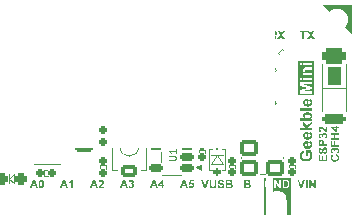
<source format=gto>
G04 #@! TF.GenerationSoftware,KiCad,Pcbnew,7.0.9*
G04 #@! TF.CreationDate,2024-04-26T16:02:49+09:00*
G04 #@! TF.ProjectId,Geekble_Mini_ESP32C3,4765656b-626c-4655-9f4d-696e695f4553,1*
G04 #@! TF.SameCoordinates,Original*
G04 #@! TF.FileFunction,Legend,Top*
G04 #@! TF.FilePolarity,Positive*
%FSLAX46Y46*%
G04 Gerber Fmt 4.6, Leading zero omitted, Abs format (unit mm)*
G04 Created by KiCad (PCBNEW 7.0.9) date 2024-04-26 16:02:49*
%MOMM*%
%LPD*%
G01*
G04 APERTURE LIST*
G04 Aperture macros list*
%AMRoundRect*
0 Rectangle with rounded corners*
0 $1 Rounding radius*
0 $2 $3 $4 $5 $6 $7 $8 $9 X,Y pos of 4 corners*
0 Add a 4 corners polygon primitive as box body*
4,1,4,$2,$3,$4,$5,$6,$7,$8,$9,$2,$3,0*
0 Add four circle primitives for the rounded corners*
1,1,$1+$1,$2,$3*
1,1,$1+$1,$4,$5*
1,1,$1+$1,$6,$7*
1,1,$1+$1,$8,$9*
0 Add four rect primitives between the rounded corners*
20,1,$1+$1,$2,$3,$4,$5,0*
20,1,$1+$1,$4,$5,$6,$7,0*
20,1,$1+$1,$6,$7,$8,$9,0*
20,1,$1+$1,$8,$9,$2,$3,0*%
%AMFreePoly0*
4,1,35,1.765657,1.893655,1.793593,1.888098,1.818825,1.877646,1.842508,1.861822,1.861822,1.842508,1.877646,1.818825,1.888098,1.793593,1.893655,1.765657,1.895000,1.752000,1.895000,-1.752000,1.893655,-1.765657,1.888098,-1.793593,1.877646,-1.818825,1.861822,-1.842508,1.842508,-1.861822,1.818825,-1.877646,1.793593,-1.888098,1.765657,-1.893655,1.752000,-1.895000,-1.752000,-1.895000,
-1.765657,-1.893655,-1.793593,-1.888098,-1.818825,-1.877646,-1.842508,-1.861822,-1.861822,-1.842508,-1.877646,-1.818825,-1.888098,-1.793593,-1.893655,-1.765657,-1.895000,-1.752000,-1.895000,1.624250,-1.874497,1.673746,-1.673746,1.874497,-1.624250,1.895000,1.752000,1.895000,1.765657,1.893655,1.765657,1.893655,$1*%
%AMFreePoly1*
4,1,72,0.115470,0.647547,0.117456,0.646900,0.122282,0.646677,0.148051,0.636959,0.174228,0.628455,0.178135,0.625615,0.180096,0.624877,0.193705,0.617130,0.693704,0.217130,0.704241,0.205565,0.706684,0.201850,0.710289,0.199232,0.728456,0.174227,0.731966,0.163421,0.738206,0.153938,0.746383,0.124133,0.746176,0.119686,0.747552,0.115453,0.750000,0.100000,0.750000,-0.500000,
0.747553,-0.515451,0.745106,-0.522982,0.745106,-0.530902,0.735556,-0.560293,0.730900,-0.566699,0.728455,-0.574228,0.710289,-0.599231,0.703884,-0.603884,0.699231,-0.610289,0.674228,-0.628455,0.666699,-0.630900,0.660293,-0.635556,0.630902,-0.645106,0.622982,-0.645106,0.615450,-0.647553,0.600000,-0.650000,-0.600000,-0.650000,-0.615450,-0.647553,-0.622982,-0.645106,-0.630902,-0.645106,
-0.660293,-0.635556,-0.666699,-0.630900,-0.674228,-0.628455,-0.699231,-0.610289,-0.703884,-0.603884,-0.710289,-0.599231,-0.728455,-0.574228,-0.730900,-0.566699,-0.735556,-0.560293,-0.745106,-0.530902,-0.745106,-0.522982,-0.747553,-0.515451,-0.750000,-0.500000,-0.750000,0.500000,-0.747553,0.515451,-0.745106,0.522982,-0.745106,0.530902,-0.735556,0.560293,-0.730900,0.566699,-0.728455,0.574228,
-0.710289,0.599231,-0.703884,0.603884,-0.699231,0.610289,-0.674228,0.628455,-0.666699,0.630900,-0.660293,0.635556,-0.630902,0.645106,-0.622981,0.645106,-0.615450,0.647553,-0.600000,0.650000,0.100000,0.650000,0.115470,0.647547,0.115470,0.647547,$1*%
G04 Aperture macros list end*
%ADD10C,0.000000*%
%ADD11C,0.153000*%
%ADD12C,0.140000*%
%ADD13C,0.120000*%
%ADD14C,0.010000*%
%ADD15O,1.624000X3.148000*%
%ADD16C,1.116000*%
%ADD17RoundRect,0.268750X-0.218750X-0.256250X0.218750X-0.256250X0.218750X0.256250X-0.218750X0.256250X0*%
%ADD18RoundRect,0.190000X-0.140000X-0.170000X0.140000X-0.170000X0.140000X0.170000X-0.140000X0.170000X0*%
%ADD19RoundRect,0.185000X-0.135000X-0.185000X0.135000X-0.185000X0.135000X0.185000X-0.135000X0.185000X0*%
%ADD20C,1.300000*%
%ADD21RoundRect,0.185000X0.185000X-0.135000X0.185000X0.135000X-0.185000X0.135000X-0.185000X-0.135000X0*%
%ADD22RoundRect,0.190000X-0.219203X-0.021213X-0.021213X-0.219203X0.219203X0.021213X0.021213X0.219203X0*%
%ADD23RoundRect,0.190000X0.021213X-0.219203X0.219203X-0.021213X-0.021213X0.219203X-0.219203X0.021213X0*%
%ADD24RoundRect,0.190000X-0.021213X0.219203X-0.219203X0.021213X0.021213X-0.219203X0.219203X-0.021213X0*%
%ADD25RoundRect,0.200000X-0.500000X0.350000X-0.500000X-0.350000X0.500000X-0.350000X0.500000X0.350000X0*%
%ADD26RoundRect,0.200000X0.500000X-0.350000X0.500000X0.350000X-0.500000X0.350000X-0.500000X-0.350000X0*%
%ADD27RoundRect,0.185000X-0.185000X0.135000X-0.185000X-0.135000X0.185000X-0.135000X0.185000X0.135000X0*%
%ADD28RoundRect,0.170000X-0.194454X-0.159099X-0.159099X-0.194454X0.194454X0.159099X0.159099X0.194454X0*%
%ADD29RoundRect,0.170000X-0.159099X0.194454X-0.194454X0.159099X0.159099X-0.194454X0.194454X-0.159099X0*%
%ADD30FreePoly0,225.000000*%
%ADD31RoundRect,0.190000X-0.170000X0.140000X-0.170000X-0.140000X0.170000X-0.140000X0.170000X0.140000X0*%
%ADD32RoundRect,0.185000X-0.226274X-0.035355X-0.035355X-0.226274X0.226274X0.035355X0.035355X0.226274X0*%
%ADD33RoundRect,0.200000X0.400000X0.150000X-0.400000X0.150000X-0.400000X-0.150000X0.400000X-0.150000X0*%
%ADD34RoundRect,0.350000X-0.700000X0.300000X-0.700000X-0.300000X0.700000X-0.300000X0.700000X0.300000X0*%
%ADD35RoundRect,0.250000X-0.800000X0.200000X-0.800000X-0.200000X0.800000X-0.200000X0.800000X0.200000X0*%
%ADD36RoundRect,0.190000X0.170000X-0.140000X0.170000X0.140000X-0.170000X0.140000X-0.170000X-0.140000X0*%
%ADD37RoundRect,0.175000X-0.125000X0.175000X-0.125000X-0.175000X0.125000X-0.175000X0.125000X0.175000X0*%
%ADD38RoundRect,0.190000X0.140000X0.170000X-0.140000X0.170000X-0.140000X-0.170000X0.140000X-0.170000X0*%
%ADD39RoundRect,0.185000X0.135000X0.185000X-0.135000X0.185000X-0.135000X-0.185000X0.135000X-0.185000X0*%
%ADD40RoundRect,0.190000X0.219203X0.021213X0.021213X0.219203X-0.219203X-0.021213X-0.021213X-0.219203X0*%
%ADD41C,0.750000*%
%ADD42RoundRect,0.200000X0.575000X-0.150000X0.575000X0.150000X-0.575000X0.150000X-0.575000X-0.150000X0*%
%ADD43RoundRect,0.125000X0.650000X-0.075000X0.650000X0.075000X-0.650000X0.075000X-0.650000X-0.075000X0*%
%ADD44O,2.200000X1.100000*%
%ADD45O,1.700000X1.100000*%
%ADD46FreePoly1,180.000000*%
%ADD47RoundRect,0.170000X0.580000X0.480000X-0.580000X0.480000X-0.580000X-0.480000X0.580000X-0.480000X0*%
G04 APERTURE END LIST*
D10*
G36*
X59479990Y-29773240D02*
G01*
X59473370Y-29773240D01*
X59473370Y-29766630D01*
X59466760Y-29766630D01*
X59466760Y-29760010D01*
X59460150Y-29760010D01*
X59460150Y-29753400D01*
X59453530Y-29753400D01*
X59453530Y-29746780D01*
X59446910Y-29746780D01*
X59446910Y-29740170D01*
X59440300Y-29740170D01*
X59440300Y-29733550D01*
X59433690Y-29733550D01*
X59433690Y-29726940D01*
X59427070Y-29726940D01*
X59427070Y-29720320D01*
X59420460Y-29720320D01*
X59420460Y-29713710D01*
X59413840Y-29713710D01*
X59413840Y-29707100D01*
X59407230Y-29707100D01*
X59407230Y-29700480D01*
X59400610Y-29700480D01*
X59400610Y-29693860D01*
X59394000Y-29693860D01*
X59394000Y-29687250D01*
X59387380Y-29687250D01*
X59387380Y-29680640D01*
X59380770Y-29680640D01*
X59380770Y-29674020D01*
X59374150Y-29674020D01*
X59374150Y-29667410D01*
X59367540Y-29667410D01*
X59367540Y-29660790D01*
X59360930Y-29660790D01*
X59360930Y-29654180D01*
X59354310Y-29654180D01*
X59354310Y-29647560D01*
X59347700Y-29647560D01*
X59347700Y-29640950D01*
X59341080Y-29640950D01*
X59341080Y-29634330D01*
X59334470Y-29634330D01*
X59334470Y-29627720D01*
X59327850Y-29627720D01*
X59327850Y-29621100D01*
X59321240Y-29621100D01*
X59321240Y-29614490D01*
X59314620Y-29614490D01*
X59314620Y-29607880D01*
X59308010Y-29607880D01*
X59308010Y-29601260D01*
X59301400Y-29601260D01*
X59301400Y-29594650D01*
X59294780Y-29594650D01*
X59294780Y-29588030D01*
X59288160Y-29588030D01*
X59288160Y-29581420D01*
X59281550Y-29581420D01*
X59281550Y-29574800D01*
X59274940Y-29574800D01*
X59274940Y-29568190D01*
X59268320Y-29568190D01*
X59268320Y-29561570D01*
X59261710Y-29561570D01*
X59261710Y-29554960D01*
X59255090Y-29554960D01*
X59255090Y-29548350D01*
X59248480Y-29548350D01*
X59248480Y-29541730D01*
X59241860Y-29541730D01*
X59241860Y-29535110D01*
X59235250Y-29535110D01*
X59235250Y-29528500D01*
X59228630Y-29528500D01*
X59228630Y-29521890D01*
X59222020Y-29521890D01*
X59222020Y-29515270D01*
X59215400Y-29515270D01*
X59215400Y-29508660D01*
X59208790Y-29508660D01*
X59208790Y-29502040D01*
X59202180Y-29502040D01*
X59202180Y-29495430D01*
X59195560Y-29495430D01*
X59195560Y-29488810D01*
X59188950Y-29488810D01*
X59188950Y-29482200D01*
X59182330Y-29482200D01*
X59182330Y-29475580D01*
X59175720Y-29475580D01*
X59175720Y-29468970D01*
X59169100Y-29468970D01*
X59169100Y-29462350D01*
X59162490Y-29462350D01*
X59162490Y-29455740D01*
X59155870Y-29455740D01*
X59155870Y-29449130D01*
X59149260Y-29449130D01*
X59149260Y-29442510D01*
X59142650Y-29442510D01*
X59142650Y-29435900D01*
X59136030Y-29435900D01*
X59136030Y-29429280D01*
X59129410Y-29429280D01*
X59129410Y-29422670D01*
X59122800Y-29422670D01*
X59122800Y-29416050D01*
X59116190Y-29416050D01*
X59116190Y-29409440D01*
X59109570Y-29409440D01*
X59109570Y-29402820D01*
X59102960Y-29402820D01*
X59102960Y-29396210D01*
X59096340Y-29396210D01*
X59096340Y-29389600D01*
X59089730Y-29389600D01*
X59089730Y-29382980D01*
X59083110Y-29382980D01*
X59083110Y-29376360D01*
X59076500Y-29376360D01*
X59076500Y-29369750D01*
X59069880Y-29369750D01*
X59069880Y-29363140D01*
X59063270Y-29363140D01*
X59063270Y-29356520D01*
X59056650Y-29356520D01*
X59056650Y-29349910D01*
X59050040Y-29349910D01*
X59050040Y-29343290D01*
X59043430Y-29343290D01*
X59043430Y-29336680D01*
X59036810Y-29336680D01*
X59036810Y-29330060D01*
X59030200Y-29330060D01*
X59030200Y-29323450D01*
X59023580Y-29323450D01*
X59023580Y-29316830D01*
X59016970Y-29316830D01*
X59016970Y-29310220D01*
X59010350Y-29310220D01*
X59010350Y-29303600D01*
X59003740Y-29303600D01*
X59003740Y-29296990D01*
X58997120Y-29296990D01*
X58997120Y-29290380D01*
X58990510Y-29290380D01*
X58990510Y-29283760D01*
X58983900Y-29283760D01*
X58983900Y-29277150D01*
X58977280Y-29277150D01*
X58977280Y-29270530D01*
X58970660Y-29270530D01*
X58970660Y-29263920D01*
X58964050Y-29263920D01*
X58964050Y-29257300D01*
X58957440Y-29257300D01*
X58957440Y-29250690D01*
X58950820Y-29250690D01*
X58950820Y-29244070D01*
X58944210Y-29244070D01*
X58944210Y-29237460D01*
X58937590Y-29237460D01*
X58937590Y-29230850D01*
X58930980Y-29230850D01*
X58930980Y-29224230D01*
X58924360Y-29224230D01*
X58924360Y-29217610D01*
X58917750Y-29217610D01*
X58917750Y-29211000D01*
X58911130Y-29211000D01*
X58911130Y-29204390D01*
X58904520Y-29204390D01*
X58904520Y-29197770D01*
X58897900Y-29197770D01*
X58897900Y-29191160D01*
X58891290Y-29191160D01*
X58891290Y-29184540D01*
X58884680Y-29184540D01*
X58884680Y-29177930D01*
X58878060Y-29177930D01*
X58878060Y-29171310D01*
X58871450Y-29171310D01*
X58871450Y-29164700D01*
X58864830Y-29164700D01*
X58864830Y-29151470D01*
X58871450Y-29151470D01*
X58871450Y-29144850D01*
X58878060Y-29144850D01*
X58878060Y-29125010D01*
X58884680Y-29125010D01*
X58884680Y-29118400D01*
X58891290Y-29118400D01*
X58891290Y-29111780D01*
X58897900Y-29111780D01*
X58897900Y-29105170D01*
X58904520Y-29105170D01*
X58904520Y-29098550D01*
X58911130Y-29098550D01*
X58911130Y-29091940D01*
X58917750Y-29091940D01*
X58917750Y-29085320D01*
X58924360Y-29085320D01*
X58924360Y-29078710D01*
X58930980Y-29078710D01*
X58930980Y-29072100D01*
X58937590Y-29072100D01*
X58937590Y-29052250D01*
X58950820Y-29052250D01*
X58950820Y-29039020D01*
X58964050Y-29039020D01*
X58964050Y-29032410D01*
X58970660Y-29032410D01*
X58970660Y-29012560D01*
X58977280Y-29012560D01*
X58977280Y-29005950D01*
X58983900Y-29005950D01*
X58983900Y-28999330D01*
X58990510Y-28999330D01*
X58990510Y-28979490D01*
X58997120Y-28979490D01*
X58997120Y-28972880D01*
X59003740Y-28972880D01*
X59003740Y-28966260D01*
X59010350Y-28966260D01*
X59010350Y-28959650D01*
X59016970Y-28959650D01*
X59016970Y-28946420D01*
X59023580Y-28946420D01*
X59023580Y-28926570D01*
X59030200Y-28926570D01*
X59030200Y-28919960D01*
X59036810Y-28919960D01*
X59036810Y-28900110D01*
X59043430Y-28900110D01*
X59043430Y-28886890D01*
X59050040Y-28886890D01*
X59050040Y-28880270D01*
X59056650Y-28880270D01*
X59056650Y-28860430D01*
X59063270Y-28860430D01*
X59063270Y-28853810D01*
X59069880Y-28853810D01*
X59069880Y-28827350D01*
X59076500Y-28827350D01*
X59076500Y-28807510D01*
X59089730Y-28807510D01*
X59089730Y-28774440D01*
X59096340Y-28774440D01*
X59096340Y-28734750D01*
X59109570Y-28734750D01*
X59109570Y-28695060D01*
X59116190Y-28695060D01*
X59116190Y-28688450D01*
X59122800Y-28688450D01*
X59122800Y-28635530D01*
X59129410Y-28635530D01*
X59129410Y-28344490D01*
X59122800Y-28344490D01*
X59122800Y-28291570D01*
X59116190Y-28291570D01*
X59116190Y-28284960D01*
X59109570Y-28284960D01*
X59109570Y-28245270D01*
X59096340Y-28245270D01*
X59096340Y-28205580D01*
X59089730Y-28205580D01*
X59089730Y-28172510D01*
X59076500Y-28172510D01*
X59076500Y-28152670D01*
X59069880Y-28152670D01*
X59069880Y-28126210D01*
X59063270Y-28126210D01*
X59063270Y-28119600D01*
X59056650Y-28119600D01*
X59056650Y-28099750D01*
X59050040Y-28099750D01*
X59050040Y-28093140D01*
X59043430Y-28093140D01*
X59043430Y-28079910D01*
X59036810Y-28079910D01*
X59036810Y-28060060D01*
X59030200Y-28060060D01*
X59030200Y-28053450D01*
X59023580Y-28053450D01*
X59023580Y-28033600D01*
X59016970Y-28033600D01*
X59016970Y-28020380D01*
X59010350Y-28020380D01*
X59010350Y-28013760D01*
X59003740Y-28013760D01*
X59003740Y-28007150D01*
X58997120Y-28007150D01*
X58997120Y-28000530D01*
X58990510Y-28000530D01*
X58990510Y-27980690D01*
X58983900Y-27980690D01*
X58983900Y-27974070D01*
X58977280Y-27974070D01*
X58977280Y-27967460D01*
X58970660Y-27967460D01*
X58970660Y-27947610D01*
X58964050Y-27947610D01*
X58964050Y-27941000D01*
X58950820Y-27941000D01*
X58950820Y-27927770D01*
X58937590Y-27927770D01*
X58937590Y-27907930D01*
X58930980Y-27907930D01*
X58930980Y-27901310D01*
X58924360Y-27901310D01*
X58924360Y-27894700D01*
X58917750Y-27894700D01*
X58917750Y-27888080D01*
X58911130Y-27888080D01*
X58911130Y-27881470D01*
X58904520Y-27881470D01*
X58904520Y-27874850D01*
X58897900Y-27874850D01*
X58897900Y-27868240D01*
X58891290Y-27868240D01*
X58891290Y-27861630D01*
X58884680Y-27861630D01*
X58884680Y-27855010D01*
X58878060Y-27855010D01*
X58878060Y-27848400D01*
X58871450Y-27848400D01*
X58871450Y-27841780D01*
X58864830Y-27841780D01*
X58864830Y-27835170D01*
X58858220Y-27835170D01*
X58858220Y-27828550D01*
X58851600Y-27828550D01*
X58851600Y-27821940D01*
X58844990Y-27821940D01*
X58844990Y-27815320D01*
X58838370Y-27815320D01*
X58838370Y-27808710D01*
X58831760Y-27808710D01*
X58831760Y-27802100D01*
X58825150Y-27802100D01*
X58825150Y-27795480D01*
X58818530Y-27795480D01*
X58818530Y-27788860D01*
X58811910Y-27788860D01*
X58811910Y-27782250D01*
X58805300Y-27782250D01*
X58805300Y-27775640D01*
X58798690Y-27775640D01*
X58798690Y-27769020D01*
X58792070Y-27769020D01*
X58792070Y-27762410D01*
X58772230Y-27762410D01*
X58772230Y-27749180D01*
X58759000Y-27749180D01*
X58759000Y-27735950D01*
X58752380Y-27735950D01*
X58752380Y-27729330D01*
X58732540Y-27729330D01*
X58732540Y-27722720D01*
X58725930Y-27722720D01*
X58725930Y-27716100D01*
X58719310Y-27716100D01*
X58719310Y-27709490D01*
X58699470Y-27709490D01*
X58699470Y-27702880D01*
X58692850Y-27702880D01*
X58692850Y-27696260D01*
X58686240Y-27696260D01*
X58686240Y-27689650D01*
X58679620Y-27689650D01*
X58679620Y-27683030D01*
X58666400Y-27683030D01*
X58666400Y-27676420D01*
X58646550Y-27676420D01*
X58646550Y-27669800D01*
X58639940Y-27669800D01*
X58639940Y-27663190D01*
X58620090Y-27663190D01*
X58620090Y-27656570D01*
X58606860Y-27656570D01*
X58606860Y-27649960D01*
X58600250Y-27649960D01*
X58600250Y-27643350D01*
X58593630Y-27643350D01*
X58580400Y-27643350D01*
X58580400Y-27636730D01*
X58573790Y-27636730D01*
X58573790Y-27630110D01*
X58547330Y-27630110D01*
X58547330Y-27623500D01*
X58527490Y-27623500D01*
X58527490Y-27610270D01*
X58494410Y-27610270D01*
X58494410Y-27603660D01*
X58454730Y-27603660D01*
X58454730Y-27590430D01*
X58415040Y-27590430D01*
X58415040Y-27583810D01*
X58408430Y-27583810D01*
X58408430Y-27577200D01*
X58355510Y-27577200D01*
X58355510Y-27570580D01*
X58064470Y-27570580D01*
X58064470Y-27577200D01*
X58011550Y-27577200D01*
X58011550Y-27583810D01*
X58004940Y-27583810D01*
X58004940Y-27590430D01*
X57965250Y-27590430D01*
X57965250Y-27603660D01*
X57925560Y-27603660D01*
X57925560Y-27610270D01*
X57892490Y-27610270D01*
X57892490Y-27623500D01*
X57872650Y-27623500D01*
X57872650Y-27630110D01*
X57846190Y-27630110D01*
X57846190Y-27636730D01*
X57839570Y-27636730D01*
X57839570Y-27643350D01*
X57819730Y-27643350D01*
X57819730Y-27649960D01*
X57813110Y-27649960D01*
X57813110Y-27656570D01*
X57799880Y-27656570D01*
X57799880Y-27663190D01*
X57780040Y-27663190D01*
X57780040Y-27669800D01*
X57773430Y-27669800D01*
X57773430Y-27676420D01*
X57753580Y-27676420D01*
X57753580Y-27683030D01*
X57740350Y-27683030D01*
X57740350Y-27689650D01*
X57733740Y-27689650D01*
X57733740Y-27696260D01*
X57727120Y-27696260D01*
X57727120Y-27702880D01*
X57720510Y-27702880D01*
X57720510Y-27709490D01*
X57700660Y-27709490D01*
X57700660Y-27716100D01*
X57694050Y-27716100D01*
X57694050Y-27722720D01*
X57687440Y-27722720D01*
X57687440Y-27729330D01*
X57667590Y-27729330D01*
X57667590Y-27735950D01*
X57660980Y-27735950D01*
X57660980Y-27749180D01*
X57641130Y-27749180D01*
X57641130Y-27755790D01*
X57634520Y-27755790D01*
X57634520Y-27762410D01*
X57627900Y-27762410D01*
X57627900Y-27769020D01*
X57621290Y-27769020D01*
X57621290Y-27775640D01*
X57614680Y-27775640D01*
X57614680Y-27782250D01*
X57608060Y-27782250D01*
X57608060Y-27788860D01*
X57601450Y-27788860D01*
X57601450Y-27795480D01*
X57594830Y-27795480D01*
X57594830Y-27802100D01*
X57588220Y-27802100D01*
X57588220Y-27808710D01*
X57581600Y-27808710D01*
X57581600Y-27815320D01*
X57561760Y-27815320D01*
X57561760Y-27821940D01*
X57555150Y-27821940D01*
X57555150Y-27828550D01*
X57548530Y-27828550D01*
X57548530Y-27835170D01*
X57535300Y-27835170D01*
X57535300Y-27828550D01*
X57528690Y-27828550D01*
X57528690Y-27821940D01*
X57522070Y-27821940D01*
X57522070Y-27815320D01*
X57515460Y-27815320D01*
X57515460Y-27808710D01*
X57508840Y-27808710D01*
X57508840Y-27802100D01*
X57502230Y-27802100D01*
X57502230Y-27795480D01*
X57495610Y-27795480D01*
X57495610Y-27788860D01*
X57489000Y-27788860D01*
X57489000Y-27782250D01*
X57482380Y-27782250D01*
X57482380Y-27775640D01*
X57475770Y-27775640D01*
X57475770Y-27769020D01*
X57469150Y-27769020D01*
X57469150Y-27762410D01*
X57462540Y-27762410D01*
X57462540Y-27755790D01*
X57455930Y-27755790D01*
X57455930Y-27749180D01*
X57449310Y-27749180D01*
X57449310Y-27742560D01*
X57442700Y-27742560D01*
X57442700Y-27735950D01*
X57436080Y-27735950D01*
X57436080Y-27729330D01*
X57429470Y-27729330D01*
X57429470Y-27722720D01*
X57422850Y-27722720D01*
X57422850Y-27716100D01*
X57416240Y-27716100D01*
X57416240Y-27709490D01*
X57409620Y-27709490D01*
X57409620Y-27702880D01*
X57403010Y-27702880D01*
X57403010Y-27696260D01*
X57396400Y-27696260D01*
X57396400Y-27689650D01*
X57389780Y-27689650D01*
X57389780Y-27683030D01*
X57383160Y-27683030D01*
X57383160Y-27676420D01*
X57376550Y-27676420D01*
X57376550Y-27669800D01*
X57369940Y-27669800D01*
X57369940Y-27663190D01*
X57363320Y-27663190D01*
X57363320Y-27656570D01*
X57356710Y-27656570D01*
X57356710Y-27649960D01*
X57350090Y-27649960D01*
X57350090Y-27643350D01*
X57343480Y-27643350D01*
X57343480Y-27636730D01*
X57336860Y-27636730D01*
X57336860Y-27630110D01*
X57330250Y-27630110D01*
X57330250Y-27623500D01*
X57323630Y-27623500D01*
X57323630Y-27616890D01*
X57317020Y-27616890D01*
X57317020Y-27610270D01*
X57310400Y-27610270D01*
X57310400Y-27603660D01*
X57303790Y-27603660D01*
X57303790Y-27597040D01*
X57297180Y-27597040D01*
X57297180Y-27590430D01*
X57290560Y-27590430D01*
X57290560Y-27583810D01*
X57283950Y-27583810D01*
X57283950Y-27577200D01*
X57277330Y-27577200D01*
X57277330Y-27570580D01*
X57270720Y-27570580D01*
X57270720Y-27563970D01*
X57264100Y-27563970D01*
X57264100Y-27557350D01*
X57257490Y-27557350D01*
X57257490Y-27550740D01*
X57250870Y-27550740D01*
X57250870Y-27544130D01*
X57244260Y-27544130D01*
X57244260Y-27537510D01*
X57237650Y-27537510D01*
X57237650Y-27530900D01*
X57231030Y-27530900D01*
X57231030Y-27524280D01*
X57224410Y-27524280D01*
X57224410Y-27517670D01*
X57217800Y-27517670D01*
X57217800Y-27511050D01*
X57211190Y-27511050D01*
X57211190Y-27504440D01*
X57204570Y-27504440D01*
X57204570Y-27497820D01*
X57197960Y-27497820D01*
X57197960Y-27491210D01*
X57191340Y-27491210D01*
X57191340Y-27484600D01*
X57184730Y-27484600D01*
X57184730Y-27477980D01*
X57178110Y-27477980D01*
X57178110Y-27471360D01*
X57171500Y-27471360D01*
X57171500Y-27464750D01*
X57164880Y-27464750D01*
X57164880Y-27458140D01*
X57158270Y-27458140D01*
X57158270Y-27451520D01*
X57151650Y-27451520D01*
X57151650Y-27444910D01*
X57145040Y-27444910D01*
X57145040Y-27438290D01*
X57138430Y-27438290D01*
X57138430Y-27431680D01*
X57131810Y-27431680D01*
X57131810Y-27425060D01*
X57125200Y-27425060D01*
X57125200Y-27418450D01*
X57118580Y-27418450D01*
X57118580Y-27411830D01*
X57111970Y-27411830D01*
X57111970Y-27405220D01*
X57105350Y-27405220D01*
X57105350Y-27398600D01*
X57098740Y-27398600D01*
X57098740Y-27391990D01*
X57092120Y-27391990D01*
X57092120Y-27385380D01*
X57085510Y-27385380D01*
X57085510Y-27378760D01*
X57078900Y-27378760D01*
X57078900Y-27372150D01*
X57072280Y-27372150D01*
X57072280Y-27365530D01*
X57065660Y-27365530D01*
X57065660Y-27358920D01*
X57059050Y-27358920D01*
X57059050Y-27352300D01*
X57052440Y-27352300D01*
X57052440Y-27345690D01*
X57045820Y-27345690D01*
X57045820Y-27339070D01*
X57039210Y-27339070D01*
X57039210Y-27332460D01*
X57032590Y-27332460D01*
X57032590Y-27325850D01*
X57025980Y-27325850D01*
X57025980Y-27319230D01*
X57019360Y-27319230D01*
X57019360Y-27312610D01*
X57012750Y-27312610D01*
X57012750Y-27306000D01*
X57006130Y-27306000D01*
X57006130Y-27299390D01*
X56999520Y-27299390D01*
X56999520Y-27292770D01*
X56992900Y-27292770D01*
X56992900Y-27286160D01*
X56986290Y-27286160D01*
X56986290Y-27279540D01*
X56979680Y-27279540D01*
X56979680Y-27272930D01*
X56973060Y-27272930D01*
X56973060Y-27266310D01*
X56966450Y-27266310D01*
X56966450Y-27259700D01*
X56959830Y-27259700D01*
X56959830Y-27253080D01*
X56953220Y-27253080D01*
X56953220Y-27246470D01*
X56946600Y-27246470D01*
X56946600Y-27239850D01*
X56939990Y-27239850D01*
X56939990Y-27233240D01*
X56933370Y-27233240D01*
X56933370Y-27226630D01*
X56926760Y-27226630D01*
X56926760Y-27220010D01*
X59479990Y-27220010D01*
X59479990Y-29773240D01*
G37*
G36*
X51986990Y-42841010D02*
G01*
X54272990Y-42841010D01*
X54272990Y-45000010D01*
X51986990Y-45000010D01*
X51986990Y-42841010D01*
G37*
G36*
X49192990Y-29379010D02*
G01*
X46906990Y-29379010D01*
X46906990Y-27220009D01*
X49192990Y-27220009D01*
X49192990Y-29379010D01*
G37*
D11*
G36*
X58099938Y-40032354D02*
G01*
X58143706Y-39894381D01*
X58150935Y-39896410D01*
X58158047Y-39898521D01*
X58165041Y-39900714D01*
X58171919Y-39902989D01*
X58178679Y-39905346D01*
X58185322Y-39907785D01*
X58191847Y-39910307D01*
X58198256Y-39912910D01*
X58204547Y-39915596D01*
X58216778Y-39921214D01*
X58228541Y-39927161D01*
X58239834Y-39933436D01*
X58250658Y-39940039D01*
X58261014Y-39946972D01*
X58270901Y-39954233D01*
X58280319Y-39961822D01*
X58289268Y-39969740D01*
X58297749Y-39977987D01*
X58305760Y-39986562D01*
X58313303Y-39995466D01*
X58316898Y-40000041D01*
X58323751Y-40009408D01*
X58330162Y-40019085D01*
X58336131Y-40029074D01*
X58341657Y-40039375D01*
X58346741Y-40049986D01*
X58351384Y-40060909D01*
X58355584Y-40072143D01*
X58359342Y-40083688D01*
X58362658Y-40095544D01*
X58365531Y-40107712D01*
X58367963Y-40120191D01*
X58369953Y-40132981D01*
X58371500Y-40146082D01*
X58372605Y-40159494D01*
X58373268Y-40173218D01*
X58373434Y-40180197D01*
X58373490Y-40187253D01*
X58373397Y-40195977D01*
X58373118Y-40204604D01*
X58372654Y-40213133D01*
X58372004Y-40221565D01*
X58371169Y-40229899D01*
X58370148Y-40238135D01*
X58368941Y-40246274D01*
X58367548Y-40254316D01*
X58365970Y-40262260D01*
X58364206Y-40270107D01*
X58362257Y-40277856D01*
X58360122Y-40285507D01*
X58357801Y-40293061D01*
X58355295Y-40300518D01*
X58352602Y-40307877D01*
X58349725Y-40315139D01*
X58346661Y-40322303D01*
X58343412Y-40329369D01*
X58339977Y-40336338D01*
X58336357Y-40343210D01*
X58332551Y-40349984D01*
X58328559Y-40356660D01*
X58324382Y-40363239D01*
X58320019Y-40369721D01*
X58315470Y-40376105D01*
X58310735Y-40382391D01*
X58305815Y-40388580D01*
X58300710Y-40394672D01*
X58295418Y-40400666D01*
X58289941Y-40406562D01*
X58284279Y-40412361D01*
X58278430Y-40418063D01*
X58272421Y-40423616D01*
X58266275Y-40428994D01*
X58259993Y-40434195D01*
X58253575Y-40439220D01*
X58247021Y-40444069D01*
X58240331Y-40448741D01*
X58233504Y-40453237D01*
X58226541Y-40457557D01*
X58219442Y-40461700D01*
X58212206Y-40465667D01*
X58204834Y-40469458D01*
X58197326Y-40473072D01*
X58189682Y-40476510D01*
X58181902Y-40479772D01*
X58173985Y-40482857D01*
X58165932Y-40485767D01*
X58157743Y-40488500D01*
X58149417Y-40491056D01*
X58140956Y-40493436D01*
X58132358Y-40495640D01*
X58123624Y-40497668D01*
X58114753Y-40499519D01*
X58105746Y-40501194D01*
X58096604Y-40502693D01*
X58087324Y-40504015D01*
X58077909Y-40505161D01*
X58068357Y-40506131D01*
X58058670Y-40506924D01*
X58048846Y-40507541D01*
X58038885Y-40507982D01*
X58028789Y-40508247D01*
X58018556Y-40508335D01*
X58007733Y-40508246D01*
X57997062Y-40507980D01*
X57986543Y-40507537D01*
X57976177Y-40506916D01*
X57965962Y-40506118D01*
X57955901Y-40505143D01*
X57945991Y-40503990D01*
X57936234Y-40502661D01*
X57926629Y-40501153D01*
X57917176Y-40499469D01*
X57907875Y-40497607D01*
X57898727Y-40495568D01*
X57889731Y-40493352D01*
X57880888Y-40490958D01*
X57872196Y-40488387D01*
X57863657Y-40485638D01*
X57855270Y-40482713D01*
X57847035Y-40479610D01*
X57838953Y-40476329D01*
X57831023Y-40472872D01*
X57823245Y-40469237D01*
X57815620Y-40465425D01*
X57808146Y-40461435D01*
X57800826Y-40457268D01*
X57793657Y-40452924D01*
X57786640Y-40448402D01*
X57779776Y-40443704D01*
X57773064Y-40438827D01*
X57766505Y-40433774D01*
X57760097Y-40428543D01*
X57753842Y-40423135D01*
X57747739Y-40417550D01*
X57741807Y-40411809D01*
X57736063Y-40405957D01*
X57730507Y-40399993D01*
X57725139Y-40393918D01*
X57719960Y-40387732D01*
X57714969Y-40381434D01*
X57710167Y-40375024D01*
X57705552Y-40368503D01*
X57701127Y-40361870D01*
X57696889Y-40355126D01*
X57692840Y-40348270D01*
X57688979Y-40341302D01*
X57685307Y-40334223D01*
X57681822Y-40327033D01*
X57678527Y-40319731D01*
X57675419Y-40312318D01*
X57672500Y-40304793D01*
X57669769Y-40297156D01*
X57667226Y-40289408D01*
X57664872Y-40281548D01*
X57662706Y-40273577D01*
X57660729Y-40265495D01*
X57658940Y-40257300D01*
X57657339Y-40248995D01*
X57655926Y-40240577D01*
X57654702Y-40232049D01*
X57653666Y-40223408D01*
X57652819Y-40214656D01*
X57652160Y-40205793D01*
X57651689Y-40196818D01*
X57651406Y-40187732D01*
X57651312Y-40178534D01*
X57651391Y-40170492D01*
X57651629Y-40162546D01*
X57652025Y-40154695D01*
X57652578Y-40146939D01*
X57653291Y-40139278D01*
X57654161Y-40131713D01*
X57655190Y-40124242D01*
X57656377Y-40116867D01*
X57657723Y-40109587D01*
X57659226Y-40102402D01*
X57660888Y-40095312D01*
X57662708Y-40088318D01*
X57664687Y-40081418D01*
X57666824Y-40074614D01*
X57669119Y-40067905D01*
X57671572Y-40061291D01*
X57674184Y-40054772D01*
X57676954Y-40048349D01*
X57679882Y-40042020D01*
X57682968Y-40035787D01*
X57686213Y-40029649D01*
X57689616Y-40023606D01*
X57693178Y-40017658D01*
X57696897Y-40011806D01*
X57700775Y-40006048D01*
X57704811Y-40000386D01*
X57709006Y-39994819D01*
X57713358Y-39989347D01*
X57717869Y-39983971D01*
X57722539Y-39978689D01*
X57727366Y-39973503D01*
X57732352Y-39968411D01*
X57738520Y-39962500D01*
X57745014Y-39956775D01*
X57751835Y-39951237D01*
X57758981Y-39945886D01*
X57766453Y-39940722D01*
X57774250Y-39935745D01*
X57782374Y-39930956D01*
X57790824Y-39926353D01*
X57799599Y-39921937D01*
X57808701Y-39917708D01*
X57818128Y-39913666D01*
X57827882Y-39909811D01*
X57837961Y-39906144D01*
X57848366Y-39902663D01*
X57859097Y-39899369D01*
X57870154Y-39896262D01*
X57892038Y-40037141D01*
X57885162Y-40038808D01*
X57878470Y-40040686D01*
X57868774Y-40043903D01*
X57859490Y-40047597D01*
X57850618Y-40051769D01*
X57842158Y-40056418D01*
X57834109Y-40061546D01*
X57826472Y-40067151D01*
X57819246Y-40073235D01*
X57812433Y-40079796D01*
X57806031Y-40086835D01*
X57803988Y-40089287D01*
X57798214Y-40096875D01*
X57793007Y-40104763D01*
X57788368Y-40112951D01*
X57784298Y-40121440D01*
X57780795Y-40130230D01*
X57777860Y-40139320D01*
X57775493Y-40148711D01*
X57773695Y-40158402D01*
X57772464Y-40168394D01*
X57771959Y-40175222D01*
X57771707Y-40182183D01*
X57771675Y-40185714D01*
X57771893Y-40195387D01*
X57772546Y-40204831D01*
X57773635Y-40214045D01*
X57775159Y-40223029D01*
X57777118Y-40231783D01*
X57779513Y-40240307D01*
X57782343Y-40248602D01*
X57785609Y-40256667D01*
X57789310Y-40264502D01*
X57793447Y-40272108D01*
X57798019Y-40279483D01*
X57803027Y-40286629D01*
X57808470Y-40293546D01*
X57814348Y-40300232D01*
X57820662Y-40306689D01*
X57827411Y-40312916D01*
X57834649Y-40318816D01*
X57842427Y-40324336D01*
X57850747Y-40329475D01*
X57859607Y-40334234D01*
X57869008Y-40338612D01*
X57878951Y-40342609D01*
X57889434Y-40346225D01*
X57900458Y-40349461D01*
X57912023Y-40352316D01*
X57924130Y-40354790D01*
X57936777Y-40356884D01*
X57949965Y-40358597D01*
X57963694Y-40359929D01*
X57970761Y-40360453D01*
X57977964Y-40360881D01*
X57985302Y-40361214D01*
X57992775Y-40361452D01*
X58000383Y-40361595D01*
X58008127Y-40361642D01*
X58016334Y-40361596D01*
X58024391Y-40361455D01*
X58032301Y-40361220D01*
X58040061Y-40360892D01*
X58047672Y-40360470D01*
X58055134Y-40359953D01*
X58062447Y-40359344D01*
X58069612Y-40358640D01*
X58076627Y-40357842D01*
X58083494Y-40356951D01*
X58096780Y-40354886D01*
X58109470Y-40352447D01*
X58121565Y-40349632D01*
X58133064Y-40346441D01*
X58143968Y-40342876D01*
X58154275Y-40338935D01*
X58163987Y-40334618D01*
X58173103Y-40329927D01*
X58181624Y-40324860D01*
X58189548Y-40319418D01*
X58196877Y-40313600D01*
X58203689Y-40307482D01*
X58210061Y-40301138D01*
X58215993Y-40294568D01*
X58221486Y-40287773D01*
X58226540Y-40280752D01*
X58231154Y-40273505D01*
X58235329Y-40266032D01*
X58239064Y-40258334D01*
X58242360Y-40250410D01*
X58245217Y-40242260D01*
X58247634Y-40233884D01*
X58249611Y-40225283D01*
X58251149Y-40216456D01*
X58252248Y-40207403D01*
X58252907Y-40198125D01*
X58253127Y-40188621D01*
X58252982Y-40181588D01*
X58252550Y-40174679D01*
X58251359Y-40164548D01*
X58249520Y-40154697D01*
X58247032Y-40145126D01*
X58243894Y-40135834D01*
X58240108Y-40126821D01*
X58235672Y-40118088D01*
X58230587Y-40109635D01*
X58224852Y-40101461D01*
X58218469Y-40093566D01*
X58216197Y-40090997D01*
X58211415Y-40085979D01*
X58206302Y-40081142D01*
X58200858Y-40076485D01*
X58195082Y-40072009D01*
X58188975Y-40067712D01*
X58182537Y-40063596D01*
X58175768Y-40059661D01*
X58168667Y-40055905D01*
X58161236Y-40052330D01*
X58153472Y-40048936D01*
X58145378Y-40045721D01*
X58136953Y-40042687D01*
X58128196Y-40039834D01*
X58119108Y-40037160D01*
X58109688Y-40034667D01*
X58099938Y-40032354D01*
G37*
G36*
X58171574Y-39810777D02*
G01*
X58154648Y-39679985D01*
X58164398Y-39678614D01*
X58173710Y-39676874D01*
X58182582Y-39674763D01*
X58191016Y-39672283D01*
X58199012Y-39669434D01*
X58206568Y-39666215D01*
X58213686Y-39662626D01*
X58220365Y-39658667D01*
X58226605Y-39654339D01*
X58232406Y-39649641D01*
X58236030Y-39646304D01*
X58241041Y-39641073D01*
X58245559Y-39635637D01*
X58249584Y-39629997D01*
X58254184Y-39622159D01*
X58257908Y-39613958D01*
X58260755Y-39605393D01*
X58262316Y-39598732D01*
X58263384Y-39591865D01*
X58263959Y-39584795D01*
X58264069Y-39579968D01*
X58263788Y-39572261D01*
X58262945Y-39564787D01*
X58261540Y-39557543D01*
X58259573Y-39550531D01*
X58257044Y-39543751D01*
X58253953Y-39537202D01*
X58250300Y-39530884D01*
X58246085Y-39524798D01*
X58241308Y-39518943D01*
X58235969Y-39513319D01*
X58232097Y-39509699D01*
X58225906Y-39504566D01*
X58219321Y-39499938D01*
X58212342Y-39495814D01*
X58204969Y-39492196D01*
X58197203Y-39489082D01*
X58189043Y-39486474D01*
X58180489Y-39484370D01*
X58171542Y-39482771D01*
X58162201Y-39481677D01*
X58152466Y-39481088D01*
X58145757Y-39480976D01*
X58136327Y-39481218D01*
X58127269Y-39481944D01*
X58118583Y-39483153D01*
X58110271Y-39484847D01*
X58102330Y-39487024D01*
X58094763Y-39489685D01*
X58087568Y-39492831D01*
X58080746Y-39496459D01*
X58074297Y-39500572D01*
X58068220Y-39505169D01*
X58064376Y-39508502D01*
X58058998Y-39513736D01*
X58054150Y-39519181D01*
X58049830Y-39524836D01*
X58046039Y-39530702D01*
X58042777Y-39536777D01*
X58040045Y-39543063D01*
X58037841Y-39549560D01*
X58036166Y-39556267D01*
X58035020Y-39563184D01*
X58034403Y-39570312D01*
X58034285Y-39575180D01*
X58034531Y-39583548D01*
X58035083Y-39590596D01*
X58035950Y-39597960D01*
X58037132Y-39605639D01*
X58038629Y-39613633D01*
X58040442Y-39621943D01*
X58042570Y-39630567D01*
X58044372Y-39637243D01*
X57935806Y-39622368D01*
X57935849Y-39612308D01*
X57935466Y-39602707D01*
X57934655Y-39593567D01*
X57933418Y-39584886D01*
X57931754Y-39576665D01*
X57929663Y-39568903D01*
X57927146Y-39561602D01*
X57924202Y-39554760D01*
X57920831Y-39548378D01*
X57917033Y-39542456D01*
X57914264Y-39538764D01*
X57908302Y-39531992D01*
X57901869Y-39526123D01*
X57894966Y-39521157D01*
X57887593Y-39517093D01*
X57879750Y-39513933D01*
X57871436Y-39511676D01*
X57862653Y-39510321D01*
X57855756Y-39509898D01*
X57853399Y-39509870D01*
X57845526Y-39510201D01*
X57838065Y-39511195D01*
X57831015Y-39512851D01*
X57824377Y-39515170D01*
X57818150Y-39518151D01*
X57812334Y-39521795D01*
X57806930Y-39526101D01*
X57801937Y-39531070D01*
X57797409Y-39536549D01*
X57793484Y-39542472D01*
X57790164Y-39548838D01*
X57787447Y-39555647D01*
X57785334Y-39562900D01*
X57783825Y-39570596D01*
X57782919Y-39578736D01*
X57782617Y-39587319D01*
X57782967Y-39595798D01*
X57784017Y-39603968D01*
X57785767Y-39611827D01*
X57788216Y-39619376D01*
X57791366Y-39626616D01*
X57795216Y-39633545D01*
X57799765Y-39640165D01*
X57805014Y-39646475D01*
X57810894Y-39652288D01*
X57817420Y-39657503D01*
X57824593Y-39662119D01*
X57832412Y-39666137D01*
X57840878Y-39669556D01*
X57847651Y-39671728D01*
X57854789Y-39673563D01*
X57862289Y-39675062D01*
X57870154Y-39676224D01*
X57850492Y-39800690D01*
X57842431Y-39799014D01*
X57834576Y-39797236D01*
X57826926Y-39795354D01*
X57819483Y-39793370D01*
X57812244Y-39791283D01*
X57805212Y-39789093D01*
X57798385Y-39786801D01*
X57791764Y-39784405D01*
X57785349Y-39781907D01*
X57776111Y-39777966D01*
X57767337Y-39773794D01*
X57759025Y-39769391D01*
X57751176Y-39764756D01*
X57746201Y-39761538D01*
X57739007Y-39756451D01*
X57732108Y-39751001D01*
X57725503Y-39745187D01*
X57719193Y-39739010D01*
X57713177Y-39732469D01*
X57707456Y-39725564D01*
X57702029Y-39718296D01*
X57696897Y-39710664D01*
X57692060Y-39702668D01*
X57687516Y-39694308D01*
X57684651Y-39688534D01*
X57680649Y-39679620D01*
X57677040Y-39670512D01*
X57673825Y-39661208D01*
X57671003Y-39651708D01*
X57668575Y-39642014D01*
X57666541Y-39632123D01*
X57664901Y-39622038D01*
X57664026Y-39615206D01*
X57663326Y-39608287D01*
X57662801Y-39601281D01*
X57662451Y-39594189D01*
X57662276Y-39587009D01*
X57662254Y-39583387D01*
X57662497Y-39571103D01*
X57663224Y-39559128D01*
X57664436Y-39547461D01*
X57666133Y-39536103D01*
X57668315Y-39525054D01*
X57670982Y-39514312D01*
X57674133Y-39503880D01*
X57677770Y-39493756D01*
X57681891Y-39483941D01*
X57686497Y-39474434D01*
X57691588Y-39465235D01*
X57697164Y-39456346D01*
X57703225Y-39447764D01*
X57709771Y-39439492D01*
X57716801Y-39431528D01*
X57724316Y-39423872D01*
X57730716Y-39417868D01*
X57737219Y-39412251D01*
X57743827Y-39407022D01*
X57750539Y-39402180D01*
X57757355Y-39397726D01*
X57764275Y-39393658D01*
X57771300Y-39389979D01*
X57778428Y-39386686D01*
X57785661Y-39383781D01*
X57792998Y-39381263D01*
X57800439Y-39379133D01*
X57807985Y-39377390D01*
X57815634Y-39376034D01*
X57823388Y-39375065D01*
X57831246Y-39374484D01*
X57839208Y-39374291D01*
X57850413Y-39374687D01*
X57861330Y-39375875D01*
X57871960Y-39377855D01*
X57882303Y-39380627D01*
X57892359Y-39384192D01*
X57902128Y-39388548D01*
X57911609Y-39393696D01*
X57920804Y-39399637D01*
X57929711Y-39406370D01*
X57938331Y-39413894D01*
X57946664Y-39422211D01*
X57954709Y-39431320D01*
X57962468Y-39441221D01*
X57969939Y-39451914D01*
X57977123Y-39463399D01*
X57980607Y-39469438D01*
X57984020Y-39475676D01*
X57985816Y-39468205D01*
X57987869Y-39460924D01*
X57990181Y-39453833D01*
X57992750Y-39446932D01*
X57995577Y-39440220D01*
X57998662Y-39433697D01*
X58002004Y-39427365D01*
X58005605Y-39421222D01*
X58009463Y-39415269D01*
X58013579Y-39409505D01*
X58017953Y-39403931D01*
X58022584Y-39398547D01*
X58027474Y-39393353D01*
X58032621Y-39388348D01*
X58038026Y-39383532D01*
X58043688Y-39378907D01*
X58049534Y-39374497D01*
X58055531Y-39370372D01*
X58061678Y-39366531D01*
X58067977Y-39362975D01*
X58074426Y-39359703D01*
X58081027Y-39356716D01*
X58087778Y-39354013D01*
X58094680Y-39351594D01*
X58101733Y-39349461D01*
X58108937Y-39347611D01*
X58116293Y-39346047D01*
X58123799Y-39344766D01*
X58131455Y-39343771D01*
X58139263Y-39343059D01*
X58147222Y-39342633D01*
X58155332Y-39342490D01*
X58167105Y-39342755D01*
X58178659Y-39343551D01*
X58189993Y-39344877D01*
X58201109Y-39346733D01*
X58212006Y-39349119D01*
X58222683Y-39352035D01*
X58233142Y-39355482D01*
X58243381Y-39359459D01*
X58253402Y-39363966D01*
X58263203Y-39369004D01*
X58272786Y-39374572D01*
X58282149Y-39380670D01*
X58291293Y-39387298D01*
X58300218Y-39394457D01*
X58308924Y-39402146D01*
X58317411Y-39410365D01*
X58325527Y-39418959D01*
X58333119Y-39427812D01*
X58340188Y-39436927D01*
X58346733Y-39446301D01*
X58352754Y-39455936D01*
X58358252Y-39465832D01*
X58363226Y-39475988D01*
X58367677Y-39486404D01*
X58371603Y-39497081D01*
X58375007Y-39508019D01*
X58377887Y-39519217D01*
X58380243Y-39530675D01*
X58382075Y-39542394D01*
X58383384Y-39554373D01*
X58384170Y-39566613D01*
X58384432Y-39579113D01*
X58384202Y-39590932D01*
X58383513Y-39602498D01*
X58382364Y-39613810D01*
X58380756Y-39624869D01*
X58378688Y-39635673D01*
X58376161Y-39646224D01*
X58373174Y-39656521D01*
X58369728Y-39666564D01*
X58365823Y-39676353D01*
X58361457Y-39685889D01*
X58356633Y-39695171D01*
X58351349Y-39704199D01*
X58345605Y-39712973D01*
X58339402Y-39721493D01*
X58332740Y-39729760D01*
X58325618Y-39737773D01*
X58318104Y-39745431D01*
X58310308Y-39752677D01*
X58302230Y-39759509D01*
X58293871Y-39765930D01*
X58285230Y-39771937D01*
X58276306Y-39777531D01*
X58267101Y-39782713D01*
X58257615Y-39787482D01*
X58247846Y-39791839D01*
X58237795Y-39795783D01*
X58227463Y-39799313D01*
X58216849Y-39802432D01*
X58205953Y-39805137D01*
X58194775Y-39807430D01*
X58183315Y-39809310D01*
X58171574Y-39810777D01*
G37*
G36*
X58373490Y-39230163D02*
G01*
X57662254Y-39230163D01*
X57662254Y-38747002D01*
X57782617Y-38747002D01*
X57782617Y-39087916D01*
X57946748Y-39087916D01*
X57946748Y-38793677D01*
X58067111Y-38793677D01*
X58067111Y-39087916D01*
X58373490Y-39087916D01*
X58373490Y-39230163D01*
G37*
G36*
X58373490Y-38632281D02*
G01*
X57662254Y-38632281D01*
X57662254Y-38490034D01*
X57946748Y-38490034D01*
X57946748Y-38211011D01*
X57662254Y-38211011D01*
X57662254Y-38068764D01*
X58373490Y-38068764D01*
X58373490Y-38211011D01*
X58067111Y-38211011D01*
X58067111Y-38490034D01*
X58373490Y-38490034D01*
X58373490Y-38632281D01*
G37*
G36*
X58231242Y-37559786D02*
G01*
X58373490Y-37559786D01*
X58373490Y-37690578D01*
X58231242Y-37690578D01*
X58231242Y-37979005D01*
X58111393Y-37979005D01*
X57698180Y-37690578D01*
X57879044Y-37690578D01*
X58110880Y-37852487D01*
X58110880Y-37690578D01*
X57879044Y-37690578D01*
X57698180Y-37690578D01*
X57673196Y-37673139D01*
X57673196Y-37559786D01*
X58110880Y-37559786D01*
X58110880Y-37472250D01*
X58231242Y-37472250D01*
X58231242Y-37559786D01*
G37*
D12*
G36*
X43051200Y-42750510D02*
G01*
X42896473Y-42750510D01*
X42834923Y-42586378D01*
X42552994Y-42586378D01*
X42494864Y-42750510D01*
X42343898Y-42750510D01*
X42453729Y-42466015D01*
X42596762Y-42466015D01*
X42789103Y-42466015D01*
X42691992Y-42214348D01*
X42596762Y-42466015D01*
X42453729Y-42466015D01*
X42618475Y-42039274D01*
X42768929Y-42039274D01*
X43051200Y-42750510D01*
G37*
G36*
X43488542Y-42487900D02*
G01*
X43576078Y-42487900D01*
X43576078Y-42608262D01*
X43488542Y-42608262D01*
X43488542Y-42750510D01*
X43357750Y-42750510D01*
X43357750Y-42608262D01*
X43069323Y-42608262D01*
X43069323Y-42488413D01*
X43069681Y-42487900D01*
X43195841Y-42487900D01*
X43357750Y-42487900D01*
X43357750Y-42256064D01*
X43195841Y-42487900D01*
X43069681Y-42487900D01*
X43375188Y-42050216D01*
X43488542Y-42050216D01*
X43488542Y-42487900D01*
G37*
G36*
X53793778Y-42159644D02*
G01*
X53804209Y-42159697D01*
X53814192Y-42159804D01*
X53823727Y-42159964D01*
X53832815Y-42160178D01*
X53841456Y-42160445D01*
X53849649Y-42160766D01*
X53857395Y-42161140D01*
X53864693Y-42161567D01*
X53871544Y-42162048D01*
X53880981Y-42162870D01*
X53889412Y-42163811D01*
X53896835Y-42164873D01*
X53905167Y-42166476D01*
X53910113Y-42167629D01*
X53917323Y-42169593D01*
X53924284Y-42171840D01*
X53930995Y-42174370D01*
X53937457Y-42177182D01*
X53943670Y-42180276D01*
X53949633Y-42183653D01*
X53957196Y-42188595D01*
X53964315Y-42194040D01*
X53970991Y-42199986D01*
X53972604Y-42201544D01*
X53978828Y-42208156D01*
X53983258Y-42213514D01*
X53987484Y-42219215D01*
X53991505Y-42225259D01*
X53995321Y-42231645D01*
X53998934Y-42238374D01*
X54002342Y-42245446D01*
X54005546Y-42252860D01*
X54008545Y-42260617D01*
X54011340Y-42268716D01*
X54013100Y-42274379D01*
X54015526Y-42283431D01*
X54017698Y-42293154D01*
X54019003Y-42300008D01*
X54020196Y-42307160D01*
X54021274Y-42314610D01*
X54022239Y-42322358D01*
X54023091Y-42330404D01*
X54023829Y-42338747D01*
X54024453Y-42347388D01*
X54024964Y-42356327D01*
X54025361Y-42365565D01*
X54025645Y-42375099D01*
X54025816Y-42384932D01*
X54025872Y-42395063D01*
X54025816Y-42405229D01*
X54025645Y-42415125D01*
X54025361Y-42424752D01*
X54024964Y-42434108D01*
X54024453Y-42443195D01*
X54023829Y-42452012D01*
X54023091Y-42460559D01*
X54022239Y-42468836D01*
X54021274Y-42476844D01*
X54020196Y-42484582D01*
X54019003Y-42492050D01*
X54017698Y-42499248D01*
X54016279Y-42506176D01*
X54013937Y-42516063D01*
X54011340Y-42525342D01*
X54009511Y-42531200D01*
X54006643Y-42539593D01*
X54003625Y-42547515D01*
X54000456Y-42554964D01*
X53997137Y-42561942D01*
X53993668Y-42568448D01*
X53990049Y-42574483D01*
X53984989Y-42581794D01*
X53979662Y-42588267D01*
X53974068Y-42593901D01*
X53968199Y-42598886D01*
X53961962Y-42603497D01*
X53955355Y-42607734D01*
X53948380Y-42611596D01*
X53941036Y-42615085D01*
X53933324Y-42618200D01*
X53925243Y-42620941D01*
X53916793Y-42623308D01*
X53913351Y-42624136D01*
X53905690Y-42625632D01*
X53896992Y-42626914D01*
X53889788Y-42627736D01*
X53882001Y-42628437D01*
X53873631Y-42629018D01*
X53864678Y-42629479D01*
X53855142Y-42629819D01*
X53845023Y-42630040D01*
X53837954Y-42630120D01*
X53830625Y-42630147D01*
X53724452Y-42630147D01*
X53724452Y-42159637D01*
X53788395Y-42159637D01*
X53793778Y-42159644D01*
G37*
G36*
X54273077Y-42861452D02*
G01*
X51989124Y-42861452D01*
X51989124Y-42392498D01*
X52089124Y-42392498D01*
X52089286Y-42405198D01*
X52089771Y-42417778D01*
X52090579Y-42430239D01*
X52091710Y-42442582D01*
X52093165Y-42454806D01*
X52094943Y-42466910D01*
X52097044Y-42478896D01*
X52099468Y-42490763D01*
X52102215Y-42502512D01*
X52105286Y-42514141D01*
X52108680Y-42525651D01*
X52112398Y-42537043D01*
X52116438Y-42548315D01*
X52120802Y-42559469D01*
X52125489Y-42570504D01*
X52130499Y-42581420D01*
X52135830Y-42592099D01*
X52141481Y-42602466D01*
X52147451Y-42612519D01*
X52153740Y-42622261D01*
X52160349Y-42631689D01*
X52167276Y-42640806D01*
X52174523Y-42649609D01*
X52182089Y-42658100D01*
X52189974Y-42666279D01*
X52198179Y-42674145D01*
X52206703Y-42681698D01*
X52215546Y-42688939D01*
X52224708Y-42695867D01*
X52234190Y-42702483D01*
X52243990Y-42708786D01*
X52254110Y-42714777D01*
X52259278Y-42717648D01*
X52269779Y-42723118D01*
X52280502Y-42728223D01*
X52291447Y-42732964D01*
X52302613Y-42737339D01*
X52314002Y-42741350D01*
X52325611Y-42744997D01*
X52337443Y-42748279D01*
X52349496Y-42751196D01*
X52361772Y-42753748D01*
X52374268Y-42755936D01*
X52386987Y-42757760D01*
X52399927Y-42759218D01*
X52413089Y-42760312D01*
X52426473Y-42761041D01*
X52440079Y-42761406D01*
X52446964Y-42761452D01*
X52457834Y-42761325D01*
X52468686Y-42760944D01*
X52479520Y-42760310D01*
X52490337Y-42759421D01*
X52501137Y-42758279D01*
X52511920Y-42756883D01*
X52522685Y-42755234D01*
X52533432Y-42753331D01*
X52544163Y-42751173D01*
X52554876Y-42748762D01*
X52565572Y-42746098D01*
X52576250Y-42743179D01*
X52586911Y-42740007D01*
X52597554Y-42736581D01*
X52608180Y-42732901D01*
X52618789Y-42728967D01*
X52629233Y-42724845D01*
X52639364Y-42720643D01*
X52649183Y-42716361D01*
X52658689Y-42711999D01*
X52667883Y-42707556D01*
X52676764Y-42703033D01*
X52685333Y-42698430D01*
X52693589Y-42693747D01*
X52701532Y-42688984D01*
X52709163Y-42684141D01*
X52716481Y-42679218D01*
X52723487Y-42674214D01*
X52730180Y-42669130D01*
X52736561Y-42663967D01*
X52742629Y-42658723D01*
X52748385Y-42653399D01*
X52748385Y-42367537D01*
X52441493Y-42367537D01*
X52441493Y-42487900D01*
X52604599Y-42487900D01*
X52604599Y-42579540D01*
X52600510Y-42582715D01*
X52594192Y-42587366D01*
X52587651Y-42591881D01*
X52580888Y-42596262D01*
X52573903Y-42600507D01*
X52566695Y-42604616D01*
X52559265Y-42608591D01*
X52551612Y-42612430D01*
X52543737Y-42616134D01*
X52535640Y-42619703D01*
X52527320Y-42623137D01*
X52521701Y-42625311D01*
X52513277Y-42628309D01*
X52504859Y-42630991D01*
X52496447Y-42633357D01*
X52488041Y-42635409D01*
X52479641Y-42637144D01*
X52471247Y-42638564D01*
X52462860Y-42639669D01*
X52454478Y-42640458D01*
X52446102Y-42640931D01*
X52437732Y-42641089D01*
X52426562Y-42640840D01*
X52415661Y-42640095D01*
X52405030Y-42638853D01*
X52394669Y-42637114D01*
X52384578Y-42634878D01*
X52374756Y-42632145D01*
X52365205Y-42628915D01*
X52355923Y-42625188D01*
X52346911Y-42620965D01*
X52338169Y-42616245D01*
X52329696Y-42611027D01*
X52321494Y-42605313D01*
X52313561Y-42599102D01*
X52305898Y-42592394D01*
X52298505Y-42585190D01*
X52291382Y-42577488D01*
X52284632Y-42569289D01*
X52278319Y-42560594D01*
X52272440Y-42551402D01*
X52266997Y-42541712D01*
X52261990Y-42531526D01*
X52257417Y-42520843D01*
X52253281Y-42509664D01*
X52249580Y-42497987D01*
X52246314Y-42485813D01*
X52243483Y-42473143D01*
X52241088Y-42459975D01*
X52240054Y-42453205D01*
X52239129Y-42446311D01*
X52238313Y-42439293D01*
X52237605Y-42432150D01*
X52237006Y-42424883D01*
X52236516Y-42417492D01*
X52236135Y-42409977D01*
X52235863Y-42402337D01*
X52235700Y-42394573D01*
X52235646Y-42386685D01*
X52235699Y-42379359D01*
X52235861Y-42372146D01*
X52236129Y-42365046D01*
X52236506Y-42358061D01*
X52237581Y-42344432D01*
X52239086Y-42331259D01*
X52241022Y-42318541D01*
X52243387Y-42306279D01*
X52246183Y-42294472D01*
X52249409Y-42283120D01*
X52253064Y-42272224D01*
X52257150Y-42261784D01*
X52261666Y-42251799D01*
X52266612Y-42242269D01*
X52271989Y-42233195D01*
X52277795Y-42224576D01*
X52284031Y-42216413D01*
X52290698Y-42208706D01*
X52297729Y-42201439D01*
X52305059Y-42194641D01*
X52312689Y-42188311D01*
X52320618Y-42182451D01*
X52328846Y-42177059D01*
X52337373Y-42172137D01*
X52346199Y-42167683D01*
X52355324Y-42163698D01*
X52364749Y-42160182D01*
X52374473Y-42157134D01*
X52384496Y-42154556D01*
X52394819Y-42152446D01*
X52405440Y-42150805D01*
X52416361Y-42149633D01*
X52427581Y-42148930D01*
X52439100Y-42148695D01*
X52446713Y-42148821D01*
X52454167Y-42149200D01*
X52461459Y-42149831D01*
X52468592Y-42150715D01*
X52475564Y-42151851D01*
X52482377Y-42153239D01*
X52489028Y-42154880D01*
X52498706Y-42157815D01*
X52508022Y-42161318D01*
X52516978Y-42165388D01*
X52525573Y-42170027D01*
X52533808Y-42175234D01*
X52541682Y-42181008D01*
X52546729Y-42185139D01*
X52553915Y-42191678D01*
X52560638Y-42198629D01*
X52566898Y-42205992D01*
X52572695Y-42213766D01*
X52578030Y-42221952D01*
X52582902Y-42230550D01*
X52587310Y-42239559D01*
X52591256Y-42248980D01*
X52593630Y-42255490D01*
X52595798Y-42262182D01*
X52597760Y-42269058D01*
X52739152Y-42247174D01*
X52736296Y-42234525D01*
X52733029Y-42222223D01*
X52729351Y-42210268D01*
X52725261Y-42198661D01*
X52720760Y-42187401D01*
X52715847Y-42176488D01*
X52710523Y-42165923D01*
X52704787Y-42155705D01*
X52698640Y-42145834D01*
X52692082Y-42136310D01*
X52685112Y-42127134D01*
X52677731Y-42118305D01*
X52669939Y-42109823D01*
X52661735Y-42101689D01*
X52653119Y-42093902D01*
X52644093Y-42086462D01*
X52634657Y-42079423D01*
X52624771Y-42072838D01*
X52614434Y-42066707D01*
X52603648Y-42061030D01*
X52592411Y-42055808D01*
X52580724Y-42051039D01*
X52568588Y-42046725D01*
X52556001Y-42042865D01*
X52542963Y-42039459D01*
X52542156Y-42039274D01*
X52876954Y-42039274D01*
X52876954Y-42750510D01*
X53009114Y-42750510D01*
X53009114Y-42277094D01*
X53293266Y-42750510D01*
X53436026Y-42750510D01*
X53436026Y-42039274D01*
X53582034Y-42039274D01*
X53582034Y-42159637D01*
X53582034Y-42750510D01*
X53849944Y-42750510D01*
X53859673Y-42750451D01*
X53869154Y-42750274D01*
X53878389Y-42749981D01*
X53887376Y-42749569D01*
X53896116Y-42749040D01*
X53904609Y-42748394D01*
X53912855Y-42747630D01*
X53920854Y-42746748D01*
X53928606Y-42745749D01*
X53936110Y-42744632D01*
X53943368Y-42743398D01*
X53950378Y-42742046D01*
X53957142Y-42740577D01*
X53966823Y-42738153D01*
X53975949Y-42735464D01*
X53979856Y-42734177D01*
X53987519Y-42731508D01*
X53994980Y-42728714D01*
X54002240Y-42725794D01*
X54009298Y-42722749D01*
X54016154Y-42719578D01*
X54022808Y-42716281D01*
X54029261Y-42712859D01*
X54035512Y-42709311D01*
X54041562Y-42705638D01*
X54047409Y-42701839D01*
X54053055Y-42697915D01*
X54061146Y-42691793D01*
X54068783Y-42685389D01*
X54075967Y-42678702D01*
X54082011Y-42672581D01*
X54087878Y-42666229D01*
X54093568Y-42659646D01*
X54099080Y-42652832D01*
X54104414Y-42645787D01*
X54109570Y-42638511D01*
X54114549Y-42631003D01*
X54119350Y-42623265D01*
X54123974Y-42615296D01*
X54128420Y-42607095D01*
X54132688Y-42598663D01*
X54136778Y-42590001D01*
X54140691Y-42581107D01*
X54144427Y-42571982D01*
X54147984Y-42562626D01*
X54151364Y-42553039D01*
X54153994Y-42544995D01*
X54156453Y-42536762D01*
X54158743Y-42528341D01*
X54160864Y-42519732D01*
X54162815Y-42510934D01*
X54164596Y-42501949D01*
X54166207Y-42492774D01*
X54167649Y-42483412D01*
X54168921Y-42473861D01*
X54170024Y-42464121D01*
X54170957Y-42454194D01*
X54171720Y-42444078D01*
X54172314Y-42433774D01*
X54172738Y-42423281D01*
X54172993Y-42412600D01*
X54173077Y-42401731D01*
X54172987Y-42389353D01*
X54172717Y-42377226D01*
X54172266Y-42365348D01*
X54171635Y-42353720D01*
X54170823Y-42342342D01*
X54169832Y-42331214D01*
X54168660Y-42320335D01*
X54167307Y-42309706D01*
X54165775Y-42299327D01*
X54164061Y-42289198D01*
X54162168Y-42279318D01*
X54160094Y-42269688D01*
X54157840Y-42260308D01*
X54155406Y-42251178D01*
X54152791Y-42242298D01*
X54149997Y-42233667D01*
X54147029Y-42225223D01*
X54143895Y-42216944D01*
X54140596Y-42208831D01*
X54137131Y-42200884D01*
X54133501Y-42193102D01*
X54129705Y-42185486D01*
X54125743Y-42178035D01*
X54121615Y-42170750D01*
X54117323Y-42163631D01*
X54112864Y-42156677D01*
X54108240Y-42149889D01*
X54103450Y-42143267D01*
X54098494Y-42136810D01*
X54093373Y-42130519D01*
X54088087Y-42124393D01*
X54082634Y-42118433D01*
X54077030Y-42112647D01*
X54071289Y-42107085D01*
X54065410Y-42101748D01*
X54059393Y-42096635D01*
X54053239Y-42091746D01*
X54046947Y-42087082D01*
X54040518Y-42082642D01*
X54033951Y-42078426D01*
X54027246Y-42074435D01*
X54020404Y-42070669D01*
X54013424Y-42067126D01*
X54006307Y-42063809D01*
X53999052Y-42060715D01*
X53991660Y-42057846D01*
X53984130Y-42055201D01*
X53976462Y-42052781D01*
X53967438Y-42050367D01*
X53957679Y-42048191D01*
X53950763Y-42046872D01*
X53943520Y-42045658D01*
X53935950Y-42044550D01*
X53928053Y-42043548D01*
X53919828Y-42042651D01*
X53911276Y-42041860D01*
X53902397Y-42041174D01*
X53893191Y-42040593D01*
X53883657Y-42040118D01*
X53873796Y-42039749D01*
X53863608Y-42039485D01*
X53853093Y-42039327D01*
X53842251Y-42039274D01*
X53582034Y-42039274D01*
X53436026Y-42039274D01*
X53303866Y-42039274D01*
X53303866Y-42519871D01*
X53015440Y-42039274D01*
X52876954Y-42039274D01*
X52542156Y-42039274D01*
X52536276Y-42037926D01*
X52529476Y-42036507D01*
X52522564Y-42035201D01*
X52515539Y-42034009D01*
X52508401Y-42032930D01*
X52501151Y-42031965D01*
X52493789Y-42031114D01*
X52486314Y-42030376D01*
X52478726Y-42029751D01*
X52471026Y-42029241D01*
X52463213Y-42028843D01*
X52455288Y-42028559D01*
X52447250Y-42028389D01*
X52439100Y-42028332D01*
X52426620Y-42028470D01*
X52414397Y-42028883D01*
X52402433Y-42029570D01*
X52390726Y-42030533D01*
X52379277Y-42031772D01*
X52368086Y-42033285D01*
X52357152Y-42035074D01*
X52346477Y-42037137D01*
X52336059Y-42039476D01*
X52325899Y-42042090D01*
X52315997Y-42044979D01*
X52306352Y-42048143D01*
X52296966Y-42051583D01*
X52287837Y-42055297D01*
X52278966Y-42059287D01*
X52270352Y-42063552D01*
X52259406Y-42069458D01*
X52248794Y-42075678D01*
X52238516Y-42082211D01*
X52228572Y-42089059D01*
X52218961Y-42096220D01*
X52209685Y-42103695D01*
X52200742Y-42111484D01*
X52192134Y-42119587D01*
X52183859Y-42128004D01*
X52175918Y-42136735D01*
X52168311Y-42145780D01*
X52161038Y-42155139D01*
X52154099Y-42164811D01*
X52147494Y-42174797D01*
X52141223Y-42185098D01*
X52135286Y-42195712D01*
X52129696Y-42206558D01*
X52124467Y-42217599D01*
X52119598Y-42228833D01*
X52115090Y-42240260D01*
X52110943Y-42251882D01*
X52107156Y-42263696D01*
X52103730Y-42275705D01*
X52100665Y-42287907D01*
X52097960Y-42300303D01*
X52095616Y-42312893D01*
X52093632Y-42325676D01*
X52092009Y-42338653D01*
X52090747Y-42351824D01*
X52089845Y-42365189D01*
X52089305Y-42378747D01*
X52089169Y-42385598D01*
X52089124Y-42392498D01*
X51989124Y-42392498D01*
X51989124Y-41928332D01*
X54273077Y-41928332D01*
X54273077Y-42861452D01*
G37*
G36*
X32102485Y-29975594D02*
G01*
X32233277Y-29958668D01*
X32234648Y-29968418D01*
X32236389Y-29977730D01*
X32238499Y-29986602D01*
X32240979Y-29995036D01*
X32243828Y-30003032D01*
X32247047Y-30010588D01*
X32250636Y-30017706D01*
X32254595Y-30024385D01*
X32258923Y-30030625D01*
X32263621Y-30036426D01*
X32266958Y-30040050D01*
X32272189Y-30045061D01*
X32277625Y-30049579D01*
X32283265Y-30053604D01*
X32291103Y-30058204D01*
X32299304Y-30061928D01*
X32307869Y-30064775D01*
X32314531Y-30066336D01*
X32321397Y-30067404D01*
X32328467Y-30067979D01*
X32333294Y-30068089D01*
X32341001Y-30067808D01*
X32348475Y-30066965D01*
X32355719Y-30065560D01*
X32362731Y-30063593D01*
X32369511Y-30061064D01*
X32376060Y-30057973D01*
X32382378Y-30054320D01*
X32388464Y-30050105D01*
X32394319Y-30045328D01*
X32399943Y-30039989D01*
X32403563Y-30036117D01*
X32408696Y-30029926D01*
X32413324Y-30023341D01*
X32417448Y-30016362D01*
X32421066Y-30008989D01*
X32424180Y-30001223D01*
X32426788Y-29993063D01*
X32428892Y-29984509D01*
X32430491Y-29975562D01*
X32431585Y-29966221D01*
X32432174Y-29956486D01*
X32432286Y-29949777D01*
X32432044Y-29940347D01*
X32431318Y-29931289D01*
X32430109Y-29922603D01*
X32428415Y-29914291D01*
X32426238Y-29906350D01*
X32423577Y-29898783D01*
X32420432Y-29891588D01*
X32416803Y-29884766D01*
X32412690Y-29878317D01*
X32408093Y-29872240D01*
X32404760Y-29868396D01*
X32399526Y-29863018D01*
X32394081Y-29858170D01*
X32388426Y-29853850D01*
X32382561Y-29850059D01*
X32376485Y-29846797D01*
X32370199Y-29844065D01*
X32363702Y-29841861D01*
X32356995Y-29840186D01*
X32350078Y-29839040D01*
X32342950Y-29838423D01*
X32338082Y-29838305D01*
X32329714Y-29838551D01*
X32322666Y-29839103D01*
X32315302Y-29839970D01*
X32307623Y-29841152D01*
X32299629Y-29842649D01*
X32291320Y-29844462D01*
X32282695Y-29846590D01*
X32276020Y-29848392D01*
X32290894Y-29739826D01*
X32300954Y-29739869D01*
X32310555Y-29739486D01*
X32319696Y-29738675D01*
X32328376Y-29737438D01*
X32336598Y-29735774D01*
X32344359Y-29733683D01*
X32351660Y-29731166D01*
X32358502Y-29728222D01*
X32364884Y-29724851D01*
X32370806Y-29721053D01*
X32374498Y-29718284D01*
X32381270Y-29712322D01*
X32387139Y-29705889D01*
X32392105Y-29698986D01*
X32396169Y-29691613D01*
X32399329Y-29683770D01*
X32401586Y-29675456D01*
X32402941Y-29666673D01*
X32403364Y-29659776D01*
X32403392Y-29657419D01*
X32403061Y-29649546D01*
X32402067Y-29642085D01*
X32400411Y-29635035D01*
X32398092Y-29628397D01*
X32395111Y-29622170D01*
X32391467Y-29616354D01*
X32387161Y-29610950D01*
X32382192Y-29605957D01*
X32376713Y-29601429D01*
X32370790Y-29597504D01*
X32364424Y-29594184D01*
X32357615Y-29591467D01*
X32350362Y-29589354D01*
X32342666Y-29587845D01*
X32334526Y-29586939D01*
X32325943Y-29586637D01*
X32317464Y-29586987D01*
X32309295Y-29588037D01*
X32301435Y-29589787D01*
X32293886Y-29592236D01*
X32286646Y-29595386D01*
X32279717Y-29599236D01*
X32273097Y-29603785D01*
X32266787Y-29609034D01*
X32260974Y-29614914D01*
X32255760Y-29621440D01*
X32251143Y-29628613D01*
X32247126Y-29636432D01*
X32243706Y-29644898D01*
X32241534Y-29651671D01*
X32239699Y-29658809D01*
X32238200Y-29666309D01*
X32237038Y-29674174D01*
X32112572Y-29654512D01*
X32114248Y-29646451D01*
X32116026Y-29638596D01*
X32117908Y-29630946D01*
X32119892Y-29623503D01*
X32121979Y-29616264D01*
X32124169Y-29609232D01*
X32126462Y-29602405D01*
X32128857Y-29595784D01*
X32131356Y-29589369D01*
X32135296Y-29580131D01*
X32139468Y-29571357D01*
X32143871Y-29563045D01*
X32148506Y-29555196D01*
X32151724Y-29550221D01*
X32156811Y-29543027D01*
X32162261Y-29536128D01*
X32168075Y-29529523D01*
X32174252Y-29523213D01*
X32180793Y-29517197D01*
X32187698Y-29511476D01*
X32194967Y-29506049D01*
X32202599Y-29500917D01*
X32210594Y-29496080D01*
X32218954Y-29491536D01*
X32224729Y-29488671D01*
X32233642Y-29484669D01*
X32242751Y-29481060D01*
X32252055Y-29477845D01*
X32261554Y-29475023D01*
X32271249Y-29472595D01*
X32281139Y-29470561D01*
X32291224Y-29468921D01*
X32298056Y-29468046D01*
X32304975Y-29467346D01*
X32311981Y-29466821D01*
X32319073Y-29466471D01*
X32326253Y-29466296D01*
X32329875Y-29466274D01*
X32342159Y-29466517D01*
X32354134Y-29467244D01*
X32365801Y-29468456D01*
X32377159Y-29470153D01*
X32388209Y-29472335D01*
X32398950Y-29475002D01*
X32409382Y-29478153D01*
X32419506Y-29481790D01*
X32429322Y-29485911D01*
X32438828Y-29490517D01*
X32448027Y-29495608D01*
X32456916Y-29501184D01*
X32465498Y-29507245D01*
X32473770Y-29513791D01*
X32481735Y-29520821D01*
X32489390Y-29528336D01*
X32495394Y-29534736D01*
X32501011Y-29541239D01*
X32506240Y-29547847D01*
X32511082Y-29554559D01*
X32515536Y-29561375D01*
X32519604Y-29568295D01*
X32523284Y-29575320D01*
X32526576Y-29582448D01*
X32529481Y-29589681D01*
X32531999Y-29597018D01*
X32534129Y-29604459D01*
X32535873Y-29612005D01*
X32537228Y-29619654D01*
X32538197Y-29627408D01*
X32538778Y-29635266D01*
X32538971Y-29643228D01*
X32538575Y-29654433D01*
X32537387Y-29665350D01*
X32535407Y-29675980D01*
X32532635Y-29686323D01*
X32529070Y-29696379D01*
X32524714Y-29706148D01*
X32519566Y-29715629D01*
X32513625Y-29724824D01*
X32506892Y-29733731D01*
X32499368Y-29742351D01*
X32491051Y-29750684D01*
X32481942Y-29758729D01*
X32472041Y-29766488D01*
X32461348Y-29773959D01*
X32449863Y-29781143D01*
X32443824Y-29784627D01*
X32437586Y-29788040D01*
X32445057Y-29789836D01*
X32452338Y-29791889D01*
X32459429Y-29794201D01*
X32466331Y-29796770D01*
X32473042Y-29799597D01*
X32479565Y-29802682D01*
X32485897Y-29806024D01*
X32492040Y-29809625D01*
X32497993Y-29813483D01*
X32503757Y-29817599D01*
X32509331Y-29821973D01*
X32514715Y-29826604D01*
X32519910Y-29831494D01*
X32524914Y-29836641D01*
X32529730Y-29842046D01*
X32534355Y-29847708D01*
X32538765Y-29853554D01*
X32542890Y-29859551D01*
X32546731Y-29865698D01*
X32550287Y-29871997D01*
X32553559Y-29878446D01*
X32556547Y-29885047D01*
X32559249Y-29891798D01*
X32561668Y-29898700D01*
X32563801Y-29905753D01*
X32565651Y-29912957D01*
X32567215Y-29920313D01*
X32568496Y-29927819D01*
X32569492Y-29935475D01*
X32570203Y-29943283D01*
X32570630Y-29951242D01*
X32570772Y-29959352D01*
X32570507Y-29971125D01*
X32569711Y-29982679D01*
X32568386Y-29994013D01*
X32566530Y-30005129D01*
X32564143Y-30016026D01*
X32561227Y-30026703D01*
X32557780Y-30037162D01*
X32553803Y-30047401D01*
X32549296Y-30057422D01*
X32544258Y-30067223D01*
X32538690Y-30076806D01*
X32532592Y-30086169D01*
X32525964Y-30095313D01*
X32518805Y-30104238D01*
X32511116Y-30112944D01*
X32502897Y-30121431D01*
X32494303Y-30129547D01*
X32485450Y-30137139D01*
X32476336Y-30144208D01*
X32466961Y-30150753D01*
X32457326Y-30156774D01*
X32447430Y-30162272D01*
X32437274Y-30167246D01*
X32426858Y-30171697D01*
X32416181Y-30175623D01*
X32405243Y-30179027D01*
X32394046Y-30181907D01*
X32382587Y-30184263D01*
X32370868Y-30186095D01*
X32358889Y-30187404D01*
X32346650Y-30188190D01*
X32334149Y-30188452D01*
X32322330Y-30188222D01*
X32310764Y-30187533D01*
X32299452Y-30186384D01*
X32288393Y-30184776D01*
X32277589Y-30182708D01*
X32267038Y-30180181D01*
X32256741Y-30177194D01*
X32246698Y-30173748D01*
X32236909Y-30169843D01*
X32227373Y-30165477D01*
X32218091Y-30160653D01*
X32209063Y-30155369D01*
X32200289Y-30149625D01*
X32191769Y-30143422D01*
X32183502Y-30136760D01*
X32175489Y-30129638D01*
X32167831Y-30122124D01*
X32160585Y-30114328D01*
X32153753Y-30106250D01*
X32147333Y-30097891D01*
X32141325Y-30089250D01*
X32135731Y-30080326D01*
X32130549Y-30071121D01*
X32125780Y-30061635D01*
X32121423Y-30051866D01*
X32117480Y-30041815D01*
X32113949Y-30031483D01*
X32110830Y-30020869D01*
X32108125Y-30009973D01*
X32105832Y-29998795D01*
X32103952Y-29987335D01*
X32102485Y-29975594D01*
G37*
G36*
X32861934Y-30177510D02*
G01*
X32609924Y-29466274D01*
X32764310Y-29466274D01*
X32942632Y-29991494D01*
X33115311Y-29466274D01*
X33266278Y-29466274D01*
X33013926Y-30177510D01*
X32861934Y-30177510D01*
G37*
G36*
X33300643Y-29975594D02*
G01*
X33431435Y-29958668D01*
X33432806Y-29968418D01*
X33434546Y-29977730D01*
X33436657Y-29986602D01*
X33439136Y-29995036D01*
X33441986Y-30003032D01*
X33445205Y-30010588D01*
X33448794Y-30017706D01*
X33452753Y-30024385D01*
X33457081Y-30030625D01*
X33461779Y-30036426D01*
X33465116Y-30040050D01*
X33470347Y-30045061D01*
X33475783Y-30049579D01*
X33481423Y-30053604D01*
X33489261Y-30058204D01*
X33497462Y-30061928D01*
X33506026Y-30064775D01*
X33512688Y-30066336D01*
X33519554Y-30067404D01*
X33526625Y-30067979D01*
X33531452Y-30068089D01*
X33539158Y-30067808D01*
X33546633Y-30066965D01*
X33553876Y-30065560D01*
X33560888Y-30063593D01*
X33567669Y-30061064D01*
X33574218Y-30057973D01*
X33580536Y-30054320D01*
X33586622Y-30050105D01*
X33592477Y-30045328D01*
X33598100Y-30039989D01*
X33601721Y-30036117D01*
X33606854Y-30029926D01*
X33611482Y-30023341D01*
X33615605Y-30016362D01*
X33619224Y-30008989D01*
X33622337Y-30001223D01*
X33624946Y-29993063D01*
X33627050Y-29984509D01*
X33628649Y-29975562D01*
X33629743Y-29966221D01*
X33630332Y-29956486D01*
X33630444Y-29949777D01*
X33630202Y-29940347D01*
X33629476Y-29931289D01*
X33628266Y-29922603D01*
X33626573Y-29914291D01*
X33624396Y-29906350D01*
X33621734Y-29898783D01*
X33618589Y-29891588D01*
X33614960Y-29884766D01*
X33610848Y-29878317D01*
X33606251Y-29872240D01*
X33602918Y-29868396D01*
X33597683Y-29863018D01*
X33592239Y-29858170D01*
X33586584Y-29853850D01*
X33580718Y-29850059D01*
X33574642Y-29846797D01*
X33568356Y-29844065D01*
X33561860Y-29841861D01*
X33555153Y-29840186D01*
X33548236Y-29839040D01*
X33541108Y-29838423D01*
X33536239Y-29838305D01*
X33527872Y-29838551D01*
X33520823Y-29839103D01*
X33513460Y-29839970D01*
X33505781Y-29841152D01*
X33497787Y-29842649D01*
X33489477Y-29844462D01*
X33480853Y-29846590D01*
X33474177Y-29848392D01*
X33489052Y-29739826D01*
X33499112Y-29739869D01*
X33508713Y-29739486D01*
X33517853Y-29738675D01*
X33526534Y-29737438D01*
X33534755Y-29735774D01*
X33542516Y-29733683D01*
X33549818Y-29731166D01*
X33556660Y-29728222D01*
X33563041Y-29724851D01*
X33568963Y-29721053D01*
X33572656Y-29718284D01*
X33579428Y-29712322D01*
X33585297Y-29705889D01*
X33590263Y-29698986D01*
X33594326Y-29691613D01*
X33597487Y-29683770D01*
X33599744Y-29675456D01*
X33601098Y-29666673D01*
X33601522Y-29659776D01*
X33601550Y-29657419D01*
X33601219Y-29649546D01*
X33600225Y-29642085D01*
X33598569Y-29635035D01*
X33596250Y-29628397D01*
X33593269Y-29622170D01*
X33589625Y-29616354D01*
X33585318Y-29610950D01*
X33580350Y-29605957D01*
X33574871Y-29601429D01*
X33568948Y-29597504D01*
X33562582Y-29594184D01*
X33555773Y-29591467D01*
X33548520Y-29589354D01*
X33540823Y-29587845D01*
X33532684Y-29586939D01*
X33524100Y-29586637D01*
X33515621Y-29586987D01*
X33507452Y-29588037D01*
X33499593Y-29589787D01*
X33492044Y-29592236D01*
X33484804Y-29595386D01*
X33477874Y-29599236D01*
X33471255Y-29603785D01*
X33464945Y-29609034D01*
X33459132Y-29614914D01*
X33453917Y-29621440D01*
X33449301Y-29628613D01*
X33445283Y-29636432D01*
X33441864Y-29644898D01*
X33439692Y-29651671D01*
X33437857Y-29658809D01*
X33436358Y-29666309D01*
X33435196Y-29674174D01*
X33310730Y-29654512D01*
X33312406Y-29646451D01*
X33314184Y-29638596D01*
X33316065Y-29630946D01*
X33318050Y-29623503D01*
X33320137Y-29616264D01*
X33322327Y-29609232D01*
X33324619Y-29602405D01*
X33327015Y-29595784D01*
X33329513Y-29589369D01*
X33333454Y-29580131D01*
X33337626Y-29571357D01*
X33342029Y-29563045D01*
X33346664Y-29555196D01*
X33349882Y-29550221D01*
X33354969Y-29543027D01*
X33360419Y-29536128D01*
X33366233Y-29529523D01*
X33372410Y-29523213D01*
X33378951Y-29517197D01*
X33385856Y-29511476D01*
X33393124Y-29506049D01*
X33400756Y-29500917D01*
X33408752Y-29496080D01*
X33417111Y-29491536D01*
X33422886Y-29488671D01*
X33431800Y-29484669D01*
X33440908Y-29481060D01*
X33450212Y-29477845D01*
X33459712Y-29475023D01*
X33469406Y-29472595D01*
X33479296Y-29470561D01*
X33489382Y-29468921D01*
X33496214Y-29468046D01*
X33503133Y-29467346D01*
X33510139Y-29466821D01*
X33517231Y-29466471D01*
X33524411Y-29466296D01*
X33528033Y-29466274D01*
X33540317Y-29466517D01*
X33552292Y-29467244D01*
X33563959Y-29468456D01*
X33575317Y-29470153D01*
X33586366Y-29472335D01*
X33597107Y-29475002D01*
X33607540Y-29478153D01*
X33617664Y-29481790D01*
X33627479Y-29485911D01*
X33636986Y-29490517D01*
X33646184Y-29495608D01*
X33655074Y-29501184D01*
X33663655Y-29507245D01*
X33671928Y-29513791D01*
X33679892Y-29520821D01*
X33687548Y-29528336D01*
X33693552Y-29534736D01*
X33699168Y-29541239D01*
X33704398Y-29547847D01*
X33709240Y-29554559D01*
X33713694Y-29561375D01*
X33717761Y-29568295D01*
X33721441Y-29575320D01*
X33724734Y-29582448D01*
X33727639Y-29589681D01*
X33730157Y-29597018D01*
X33732287Y-29604459D01*
X33734030Y-29612005D01*
X33735386Y-29619654D01*
X33736354Y-29627408D01*
X33736935Y-29635266D01*
X33737129Y-29643228D01*
X33736733Y-29654433D01*
X33735545Y-29665350D01*
X33733565Y-29675980D01*
X33730793Y-29686323D01*
X33727228Y-29696379D01*
X33722872Y-29706148D01*
X33717723Y-29715629D01*
X33711783Y-29724824D01*
X33705050Y-29733731D01*
X33697525Y-29742351D01*
X33689209Y-29750684D01*
X33680100Y-29758729D01*
X33670199Y-29766488D01*
X33659506Y-29773959D01*
X33648021Y-29781143D01*
X33641981Y-29784627D01*
X33635744Y-29788040D01*
X33643214Y-29789836D01*
X33650495Y-29791889D01*
X33657587Y-29794201D01*
X33664488Y-29796770D01*
X33671200Y-29799597D01*
X33677722Y-29802682D01*
X33684055Y-29806024D01*
X33690198Y-29809625D01*
X33696151Y-29813483D01*
X33701915Y-29817599D01*
X33707489Y-29821973D01*
X33712873Y-29826604D01*
X33718067Y-29831494D01*
X33723072Y-29836641D01*
X33727887Y-29842046D01*
X33732513Y-29847708D01*
X33736923Y-29853554D01*
X33741048Y-29859551D01*
X33744889Y-29865698D01*
X33748445Y-29871997D01*
X33751717Y-29878446D01*
X33754704Y-29885047D01*
X33757407Y-29891798D01*
X33759825Y-29898700D01*
X33761959Y-29905753D01*
X33763808Y-29912957D01*
X33765373Y-29920313D01*
X33766653Y-29927819D01*
X33767649Y-29935475D01*
X33768361Y-29943283D01*
X33768787Y-29951242D01*
X33768930Y-29959352D01*
X33768664Y-29971125D01*
X33767869Y-29982679D01*
X33766543Y-29994013D01*
X33764687Y-30005129D01*
X33762301Y-30016026D01*
X33759385Y-30026703D01*
X33755938Y-30037162D01*
X33751961Y-30047401D01*
X33747453Y-30057422D01*
X33742416Y-30067223D01*
X33736848Y-30076806D01*
X33730750Y-30086169D01*
X33724121Y-30095313D01*
X33716963Y-30104238D01*
X33709274Y-30112944D01*
X33701054Y-30121431D01*
X33692461Y-30129547D01*
X33683607Y-30137139D01*
X33674493Y-30144208D01*
X33665119Y-30150753D01*
X33655484Y-30156774D01*
X33645588Y-30162272D01*
X33635432Y-30167246D01*
X33625016Y-30171697D01*
X33614339Y-30175623D01*
X33603401Y-30179027D01*
X33592203Y-30181907D01*
X33580745Y-30184263D01*
X33569026Y-30186095D01*
X33557047Y-30187404D01*
X33544807Y-30188190D01*
X33532307Y-30188452D01*
X33520487Y-30188222D01*
X33508922Y-30187533D01*
X33497609Y-30186384D01*
X33486551Y-30184776D01*
X33475747Y-30182708D01*
X33465196Y-30180181D01*
X33454899Y-30177194D01*
X33444856Y-30173748D01*
X33435067Y-30169843D01*
X33425531Y-30165477D01*
X33416249Y-30160653D01*
X33407221Y-30155369D01*
X33398447Y-30149625D01*
X33389926Y-30143422D01*
X33381660Y-30136760D01*
X33373647Y-30129638D01*
X33365989Y-30122124D01*
X33358743Y-30114328D01*
X33351910Y-30106250D01*
X33345490Y-30097891D01*
X33339483Y-30089250D01*
X33333888Y-30080326D01*
X33328706Y-30071121D01*
X33323937Y-30061635D01*
X33319581Y-30051866D01*
X33315637Y-30041815D01*
X33312106Y-30031483D01*
X33308988Y-30020869D01*
X33306283Y-30009973D01*
X33303990Y-29998795D01*
X33302110Y-29987335D01*
X33300643Y-29975594D01*
G37*
D13*
X42368645Y-35303590D02*
X41987692Y-35570257D01*
X42368645Y-35760733D02*
X41568645Y-35760733D01*
X41568645Y-35760733D02*
X41568645Y-35455971D01*
X41568645Y-35455971D02*
X41606740Y-35379781D01*
X41606740Y-35379781D02*
X41644835Y-35341686D01*
X41644835Y-35341686D02*
X41721026Y-35303590D01*
X41721026Y-35303590D02*
X41835311Y-35303590D01*
X41835311Y-35303590D02*
X41911502Y-35341686D01*
X41911502Y-35341686D02*
X41949597Y-35379781D01*
X41949597Y-35379781D02*
X41987692Y-35455971D01*
X41987692Y-35455971D02*
X41987692Y-35760733D01*
D12*
G36*
X32891200Y-42750510D02*
G01*
X32736473Y-42750510D01*
X32674923Y-42586378D01*
X32392994Y-42586378D01*
X32334864Y-42750510D01*
X32183898Y-42750510D01*
X32293729Y-42466015D01*
X32436762Y-42466015D01*
X32629103Y-42466015D01*
X32531992Y-42214348D01*
X32436762Y-42466015D01*
X32293729Y-42466015D01*
X32458475Y-42039274D01*
X32608929Y-42039274D01*
X32891200Y-42750510D01*
G37*
G36*
X33173939Y-42039561D02*
G01*
X33186198Y-42040420D01*
X33198110Y-42041853D01*
X33209675Y-42043858D01*
X33220892Y-42046437D01*
X33231762Y-42049589D01*
X33242285Y-42053313D01*
X33252460Y-42057611D01*
X33262288Y-42062482D01*
X33271769Y-42067925D01*
X33280902Y-42073942D01*
X33289689Y-42080532D01*
X33298128Y-42087694D01*
X33306219Y-42095430D01*
X33313964Y-42103739D01*
X33321361Y-42112620D01*
X33325589Y-42118160D01*
X33329684Y-42123923D01*
X33333644Y-42129909D01*
X33337469Y-42136118D01*
X33341161Y-42142550D01*
X33344718Y-42149205D01*
X33348141Y-42156084D01*
X33351430Y-42163185D01*
X33354585Y-42170509D01*
X33357605Y-42178057D01*
X33360491Y-42185827D01*
X33363243Y-42193821D01*
X33365861Y-42202037D01*
X33368344Y-42210477D01*
X33370693Y-42219139D01*
X33372908Y-42228025D01*
X33374989Y-42237134D01*
X33376935Y-42246466D01*
X33378748Y-42256021D01*
X33380426Y-42265799D01*
X33381969Y-42275800D01*
X33383379Y-42286024D01*
X33384654Y-42296471D01*
X33385795Y-42307142D01*
X33386802Y-42318035D01*
X33387675Y-42329151D01*
X33388413Y-42340491D01*
X33389017Y-42352053D01*
X33389487Y-42363839D01*
X33389822Y-42375847D01*
X33390024Y-42388079D01*
X33390091Y-42400534D01*
X33390023Y-42412969D01*
X33389820Y-42425183D01*
X33389482Y-42437177D01*
X33389009Y-42448950D01*
X33388400Y-42460504D01*
X33387656Y-42471836D01*
X33386777Y-42482949D01*
X33385763Y-42493841D01*
X33384614Y-42504512D01*
X33383329Y-42514964D01*
X33381909Y-42525194D01*
X33380354Y-42535205D01*
X33378663Y-42544995D01*
X33376837Y-42554565D01*
X33374876Y-42563914D01*
X33372780Y-42573043D01*
X33370549Y-42581951D01*
X33368182Y-42590639D01*
X33365680Y-42599107D01*
X33363043Y-42607354D01*
X33360270Y-42615381D01*
X33357363Y-42623188D01*
X33354320Y-42630774D01*
X33351142Y-42638139D01*
X33347828Y-42645285D01*
X33344380Y-42652210D01*
X33340796Y-42658914D01*
X33337077Y-42665399D01*
X33333222Y-42671662D01*
X33329233Y-42677706D01*
X33325108Y-42683529D01*
X33320848Y-42689131D01*
X33313513Y-42697889D01*
X33305827Y-42706081D01*
X33297789Y-42713709D01*
X33289400Y-42720771D01*
X33280660Y-42727269D01*
X33271569Y-42733201D01*
X33262126Y-42738569D01*
X33252332Y-42743372D01*
X33242186Y-42747609D01*
X33231690Y-42751282D01*
X33220842Y-42754389D01*
X33209643Y-42756932D01*
X33198092Y-42758909D01*
X33186190Y-42760322D01*
X33173937Y-42761169D01*
X33161333Y-42761452D01*
X33148623Y-42761142D01*
X33136224Y-42760212D01*
X33124137Y-42758663D01*
X33112361Y-42756493D01*
X33100896Y-42753705D01*
X33089742Y-42750296D01*
X33078899Y-42746267D01*
X33068368Y-42741619D01*
X33058148Y-42736351D01*
X33048239Y-42730463D01*
X33038641Y-42723956D01*
X33029355Y-42716828D01*
X33020380Y-42709081D01*
X33011716Y-42700714D01*
X33003363Y-42691728D01*
X32995321Y-42682122D01*
X32987702Y-42671720D01*
X32980575Y-42660347D01*
X32977196Y-42654296D01*
X32973939Y-42648003D01*
X32970806Y-42641467D01*
X32967795Y-42634688D01*
X32964907Y-42627666D01*
X32962142Y-42620402D01*
X32959500Y-42612895D01*
X32956981Y-42605145D01*
X32954585Y-42597152D01*
X32952311Y-42588917D01*
X32950161Y-42580439D01*
X32948133Y-42571718D01*
X32946229Y-42562754D01*
X32944447Y-42553547D01*
X32942788Y-42544098D01*
X32941252Y-42534406D01*
X32939839Y-42524471D01*
X32938548Y-42514294D01*
X32937381Y-42503873D01*
X32936336Y-42493210D01*
X32935415Y-42482304D01*
X32934616Y-42471156D01*
X32933940Y-42459765D01*
X32933387Y-42448130D01*
X32932957Y-42436253D01*
X32932650Y-42424134D01*
X32932466Y-42411771D01*
X32932411Y-42400534D01*
X33073796Y-42400534D01*
X33073809Y-42407994D01*
X33073845Y-42415306D01*
X33073906Y-42422471D01*
X33073991Y-42429489D01*
X33074101Y-42436360D01*
X33074394Y-42449660D01*
X33074784Y-42462370D01*
X33075271Y-42474492D01*
X33075856Y-42486024D01*
X33076539Y-42496968D01*
X33077319Y-42507322D01*
X33078196Y-42517087D01*
X33079171Y-42526263D01*
X33080244Y-42534851D01*
X33081414Y-42542849D01*
X33082682Y-42550258D01*
X33084047Y-42557078D01*
X33086277Y-42566204D01*
X33088674Y-42574372D01*
X33091186Y-42582014D01*
X33093811Y-42589130D01*
X33096551Y-42595720D01*
X33100382Y-42603689D01*
X33104416Y-42610723D01*
X33108653Y-42616822D01*
X33114234Y-42623130D01*
X33117736Y-42626214D01*
X33123849Y-42630499D01*
X33130221Y-42634058D01*
X33136852Y-42636891D01*
X33143742Y-42638997D01*
X33150890Y-42640377D01*
X33158298Y-42641031D01*
X33161333Y-42641089D01*
X33168848Y-42640717D01*
X33176113Y-42639603D01*
X33183127Y-42637745D01*
X33189890Y-42635145D01*
X33196404Y-42631801D01*
X33202666Y-42627715D01*
X33205101Y-42625872D01*
X33210922Y-42620533D01*
X33216308Y-42614025D01*
X33220304Y-42607977D01*
X33224023Y-42601181D01*
X33227464Y-42593637D01*
X33230627Y-42585344D01*
X33232816Y-42578635D01*
X33234850Y-42571504D01*
X33237355Y-42561431D01*
X33238889Y-42554031D01*
X33240313Y-42546084D01*
X33241627Y-42537589D01*
X33242832Y-42528546D01*
X33243927Y-42518956D01*
X33244913Y-42508818D01*
X33245789Y-42498132D01*
X33246556Y-42486899D01*
X33247213Y-42475118D01*
X33247761Y-42462789D01*
X33248199Y-42449913D01*
X33248527Y-42436489D01*
X33248651Y-42429572D01*
X33248746Y-42422518D01*
X33248815Y-42415327D01*
X33248856Y-42407999D01*
X33248870Y-42400534D01*
X33248857Y-42393085D01*
X33248821Y-42385783D01*
X33248760Y-42378629D01*
X33248675Y-42371621D01*
X33248565Y-42364761D01*
X33248272Y-42351483D01*
X33247882Y-42338794D01*
X33247395Y-42326694D01*
X33246810Y-42315183D01*
X33246127Y-42304261D01*
X33245347Y-42293928D01*
X33244470Y-42284184D01*
X33243495Y-42275029D01*
X33242422Y-42266463D01*
X33241252Y-42258486D01*
X33239984Y-42251098D01*
X33238619Y-42244300D01*
X33236389Y-42235206D01*
X33233990Y-42227006D01*
X33231474Y-42219332D01*
X33228841Y-42212184D01*
X33226091Y-42205561D01*
X33222241Y-42197550D01*
X33218183Y-42190473D01*
X33213917Y-42184332D01*
X33209442Y-42179125D01*
X33204759Y-42174854D01*
X33198695Y-42170470D01*
X33192364Y-42166829D01*
X33185766Y-42163932D01*
X33178900Y-42161777D01*
X33171767Y-42160365D01*
X33164368Y-42159697D01*
X33161333Y-42159637D01*
X33153818Y-42160009D01*
X33146553Y-42161123D01*
X33139539Y-42162981D01*
X33132776Y-42165581D01*
X33126262Y-42168925D01*
X33120000Y-42173011D01*
X33117565Y-42174854D01*
X33111744Y-42180193D01*
X33106358Y-42186701D01*
X33102362Y-42192749D01*
X33098643Y-42199545D01*
X33095202Y-42207089D01*
X33092039Y-42215381D01*
X33089849Y-42222091D01*
X33087816Y-42229222D01*
X33086118Y-42235862D01*
X33084530Y-42243044D01*
X33083051Y-42250768D01*
X33081682Y-42259035D01*
X33080423Y-42267844D01*
X33079273Y-42277195D01*
X33078232Y-42287089D01*
X33077301Y-42297525D01*
X33076480Y-42308503D01*
X33075768Y-42320023D01*
X33075165Y-42332086D01*
X33074673Y-42344691D01*
X33074289Y-42357838D01*
X33074015Y-42371528D01*
X33073920Y-42378576D01*
X33073851Y-42385760D01*
X33073810Y-42393079D01*
X33073796Y-42400534D01*
X32932411Y-42400534D01*
X32932404Y-42399166D01*
X32932472Y-42386795D01*
X32932675Y-42374641D01*
X32933013Y-42362706D01*
X32933486Y-42350990D01*
X32934095Y-42339492D01*
X32934838Y-42328212D01*
X32935718Y-42317151D01*
X32936732Y-42306308D01*
X32937881Y-42295684D01*
X32939166Y-42285277D01*
X32940586Y-42275090D01*
X32942141Y-42265120D01*
X32943832Y-42255369D01*
X32945658Y-42245837D01*
X32947619Y-42236523D01*
X32949715Y-42227427D01*
X32951946Y-42218549D01*
X32954313Y-42209890D01*
X32956815Y-42201450D01*
X32959452Y-42193227D01*
X32962225Y-42185224D01*
X32965132Y-42177438D01*
X32968175Y-42169871D01*
X32971353Y-42162522D01*
X32974667Y-42155392D01*
X32978115Y-42148480D01*
X32981699Y-42141787D01*
X32985418Y-42135311D01*
X32989273Y-42129055D01*
X32993262Y-42123016D01*
X32997387Y-42117196D01*
X33001647Y-42111595D01*
X33008983Y-42102837D01*
X33016671Y-42094645D01*
X33024712Y-42087017D01*
X33033105Y-42079955D01*
X33041852Y-42073457D01*
X33050950Y-42067524D01*
X33060402Y-42062157D01*
X33070206Y-42057354D01*
X33080363Y-42053117D01*
X33090872Y-42049444D01*
X33101734Y-42046337D01*
X33112948Y-42043794D01*
X33124516Y-42041817D01*
X33136435Y-42040404D01*
X33148708Y-42039557D01*
X33161333Y-42039274D01*
X33173939Y-42039561D01*
G37*
G36*
X35431200Y-42750510D02*
G01*
X35276473Y-42750510D01*
X35214923Y-42586378D01*
X34932994Y-42586378D01*
X34874864Y-42750510D01*
X34723898Y-42750510D01*
X34833729Y-42466015D01*
X34976762Y-42466015D01*
X35169103Y-42466015D01*
X35071992Y-42214348D01*
X34976762Y-42466015D01*
X34833729Y-42466015D01*
X34998475Y-42039274D01*
X35148929Y-42039274D01*
X35431200Y-42750510D01*
G37*
G36*
X35818618Y-42750510D02*
G01*
X35683552Y-42750510D01*
X35683552Y-42235890D01*
X35674195Y-42245014D01*
X35664631Y-42253836D01*
X35654859Y-42262357D01*
X35644881Y-42270575D01*
X35634695Y-42278492D01*
X35624303Y-42286107D01*
X35613703Y-42293420D01*
X35602897Y-42300431D01*
X35591883Y-42307140D01*
X35580663Y-42313548D01*
X35569235Y-42319653D01*
X35557601Y-42325457D01*
X35545759Y-42330958D01*
X35533710Y-42336158D01*
X35521454Y-42341056D01*
X35508992Y-42345653D01*
X35508992Y-42214348D01*
X35515631Y-42212113D01*
X35522343Y-42209641D01*
X35529127Y-42206930D01*
X35535984Y-42203983D01*
X35542912Y-42200797D01*
X35549912Y-42197373D01*
X35556985Y-42193712D01*
X35564130Y-42189813D01*
X35571346Y-42185677D01*
X35578635Y-42181302D01*
X35585996Y-42176690D01*
X35593430Y-42171840D01*
X35600935Y-42166752D01*
X35608512Y-42161427D01*
X35616162Y-42155864D01*
X35623884Y-42150063D01*
X35631489Y-42144060D01*
X35638790Y-42137935D01*
X35645786Y-42131686D01*
X35652478Y-42125315D01*
X35658866Y-42118821D01*
X35664948Y-42112204D01*
X35670727Y-42105464D01*
X35676200Y-42098601D01*
X35681370Y-42091615D01*
X35686234Y-42084507D01*
X35690794Y-42077275D01*
X35695050Y-42069921D01*
X35699001Y-42062443D01*
X35702647Y-42054843D01*
X35705989Y-42047120D01*
X35709027Y-42039274D01*
X35818618Y-42039274D01*
X35818618Y-42750510D01*
G37*
G36*
X34793554Y-29440927D02*
G01*
X34804069Y-29441085D01*
X34814257Y-29441349D01*
X34824118Y-29441718D01*
X34833652Y-29442193D01*
X34842858Y-29442774D01*
X34851737Y-29443460D01*
X34860289Y-29444251D01*
X34868514Y-29445148D01*
X34876411Y-29446150D01*
X34883981Y-29447258D01*
X34891224Y-29448472D01*
X34898139Y-29449791D01*
X34907899Y-29451967D01*
X34916923Y-29454381D01*
X34924590Y-29456801D01*
X34932120Y-29459446D01*
X34939513Y-29462315D01*
X34946768Y-29465409D01*
X34953885Y-29468726D01*
X34960865Y-29472269D01*
X34967707Y-29476035D01*
X34974411Y-29480026D01*
X34980978Y-29484242D01*
X34987408Y-29488682D01*
X34993700Y-29493346D01*
X34999854Y-29498235D01*
X35005871Y-29503348D01*
X35011750Y-29508685D01*
X35017491Y-29514247D01*
X35023095Y-29520033D01*
X35028547Y-29525993D01*
X35033834Y-29532119D01*
X35038955Y-29538410D01*
X35043911Y-29544867D01*
X35048701Y-29551489D01*
X35053325Y-29558277D01*
X35057783Y-29565231D01*
X35062076Y-29572350D01*
X35066204Y-29579635D01*
X35070165Y-29587086D01*
X35073961Y-29594702D01*
X35077592Y-29602484D01*
X35081057Y-29610431D01*
X35084356Y-29618544D01*
X35087489Y-29626823D01*
X35090457Y-29635267D01*
X35093252Y-29643898D01*
X35095867Y-29652778D01*
X35098301Y-29661908D01*
X35100555Y-29671288D01*
X35102629Y-29680918D01*
X35104522Y-29690798D01*
X35106235Y-29700927D01*
X35107768Y-29711306D01*
X35109120Y-29721935D01*
X35110293Y-29732814D01*
X35111284Y-29743942D01*
X35112096Y-29755320D01*
X35112727Y-29766948D01*
X35113178Y-29778826D01*
X35113448Y-29790953D01*
X35113538Y-29803331D01*
X35113453Y-29814200D01*
X35113199Y-29824881D01*
X35112775Y-29835374D01*
X35112181Y-29845678D01*
X35111418Y-29855794D01*
X35110485Y-29865721D01*
X35109382Y-29875461D01*
X35108110Y-29885012D01*
X35106668Y-29894374D01*
X35105057Y-29903549D01*
X35103275Y-29912534D01*
X35101325Y-29921332D01*
X35099204Y-29929941D01*
X35096914Y-29938362D01*
X35094454Y-29946595D01*
X35091825Y-29954639D01*
X35088445Y-29964226D01*
X35084887Y-29973582D01*
X35081152Y-29982707D01*
X35077239Y-29991601D01*
X35073149Y-30000263D01*
X35068880Y-30008695D01*
X35064434Y-30016896D01*
X35059811Y-30024865D01*
X35055010Y-30032603D01*
X35050031Y-30040111D01*
X35044874Y-30047387D01*
X35039540Y-30054432D01*
X35034029Y-30061246D01*
X35028339Y-30067829D01*
X35022472Y-30074181D01*
X35016427Y-30080302D01*
X35009244Y-30086989D01*
X35001607Y-30093393D01*
X34993516Y-30099515D01*
X34987870Y-30103439D01*
X34982022Y-30107238D01*
X34975973Y-30110911D01*
X34969722Y-30114459D01*
X34963269Y-30117881D01*
X34956615Y-30121178D01*
X34949759Y-30124349D01*
X34942701Y-30127394D01*
X34935441Y-30130314D01*
X34927980Y-30133108D01*
X34920317Y-30135777D01*
X34916410Y-30137064D01*
X34907284Y-30139753D01*
X34897603Y-30142177D01*
X34890839Y-30143646D01*
X34883829Y-30144998D01*
X34876571Y-30146232D01*
X34869067Y-30147349D01*
X34861315Y-30148348D01*
X34853316Y-30149230D01*
X34845070Y-30149994D01*
X34836577Y-30150640D01*
X34827837Y-30151169D01*
X34818849Y-30151581D01*
X34809615Y-30151874D01*
X34800134Y-30152051D01*
X34790405Y-30152110D01*
X34522495Y-30152110D01*
X34522495Y-29561237D01*
X34664913Y-29561237D01*
X34664913Y-30031747D01*
X34771085Y-30031747D01*
X34778414Y-30031720D01*
X34785484Y-30031640D01*
X34795603Y-30031419D01*
X34805139Y-30031079D01*
X34814092Y-30030618D01*
X34822462Y-30030037D01*
X34830249Y-30029336D01*
X34837452Y-30028514D01*
X34846151Y-30027232D01*
X34853812Y-30025736D01*
X34857254Y-30024908D01*
X34865704Y-30022541D01*
X34873785Y-30019800D01*
X34881497Y-30016685D01*
X34888841Y-30013196D01*
X34895816Y-30009334D01*
X34902422Y-30005097D01*
X34908660Y-30000486D01*
X34914529Y-29995501D01*
X34920123Y-29989867D01*
X34925450Y-29983394D01*
X34930510Y-29976083D01*
X34934129Y-29970048D01*
X34937598Y-29963542D01*
X34940917Y-29956564D01*
X34944086Y-29949115D01*
X34947104Y-29941193D01*
X34949972Y-29932800D01*
X34951801Y-29926942D01*
X34954398Y-29917663D01*
X34956739Y-29907776D01*
X34958159Y-29900848D01*
X34959464Y-29893650D01*
X34960656Y-29886182D01*
X34961735Y-29878444D01*
X34962700Y-29870436D01*
X34963552Y-29862159D01*
X34964289Y-29853612D01*
X34964914Y-29844795D01*
X34965425Y-29835708D01*
X34965822Y-29826352D01*
X34966106Y-29816725D01*
X34966276Y-29806829D01*
X34966333Y-29796663D01*
X34966276Y-29786532D01*
X34966106Y-29776699D01*
X34965822Y-29767165D01*
X34965425Y-29757927D01*
X34964914Y-29748988D01*
X34964289Y-29740347D01*
X34963552Y-29732004D01*
X34962700Y-29723958D01*
X34961735Y-29716210D01*
X34960656Y-29708760D01*
X34959464Y-29701608D01*
X34958159Y-29694754D01*
X34955987Y-29685031D01*
X34953560Y-29675979D01*
X34951801Y-29670316D01*
X34949006Y-29662217D01*
X34946006Y-29654460D01*
X34942803Y-29647046D01*
X34939395Y-29639974D01*
X34935782Y-29633245D01*
X34931965Y-29626859D01*
X34927944Y-29620815D01*
X34923719Y-29615114D01*
X34919289Y-29609756D01*
X34913065Y-29603144D01*
X34911452Y-29601586D01*
X34904776Y-29595640D01*
X34897657Y-29590195D01*
X34890094Y-29585253D01*
X34884131Y-29581876D01*
X34877918Y-29578782D01*
X34871456Y-29575970D01*
X34864745Y-29573440D01*
X34857784Y-29571193D01*
X34850574Y-29569229D01*
X34845628Y-29568076D01*
X34837296Y-29566473D01*
X34829873Y-29565411D01*
X34821442Y-29564470D01*
X34812005Y-29563648D01*
X34805154Y-29563167D01*
X34797856Y-29562740D01*
X34790110Y-29562366D01*
X34781917Y-29562045D01*
X34773276Y-29561778D01*
X34764188Y-29561564D01*
X34754652Y-29561404D01*
X34744669Y-29561297D01*
X34734239Y-29561244D01*
X34728856Y-29561237D01*
X34664913Y-29561237D01*
X34522495Y-29561237D01*
X34522495Y-29440874D01*
X34782711Y-29440874D01*
X34793554Y-29440927D01*
G37*
G36*
X35546092Y-30152110D02*
G01*
X35411026Y-30152110D01*
X35411026Y-29637490D01*
X35401669Y-29646614D01*
X35392105Y-29655436D01*
X35382333Y-29663957D01*
X35372355Y-29672175D01*
X35362169Y-29680092D01*
X35351777Y-29687707D01*
X35341177Y-29695020D01*
X35330371Y-29702031D01*
X35319357Y-29708740D01*
X35308137Y-29715148D01*
X35296709Y-29721253D01*
X35285075Y-29727057D01*
X35273233Y-29732558D01*
X35261184Y-29737758D01*
X35248928Y-29742656D01*
X35236466Y-29747253D01*
X35236466Y-29615948D01*
X35243105Y-29613713D01*
X35249817Y-29611241D01*
X35256601Y-29608530D01*
X35263458Y-29605583D01*
X35270386Y-29602397D01*
X35277386Y-29598973D01*
X35284459Y-29595312D01*
X35291604Y-29591413D01*
X35298820Y-29587277D01*
X35306109Y-29582902D01*
X35313470Y-29578290D01*
X35320904Y-29573440D01*
X35328409Y-29568352D01*
X35335986Y-29563027D01*
X35343636Y-29557464D01*
X35351358Y-29551663D01*
X35358963Y-29545660D01*
X35366264Y-29539535D01*
X35373260Y-29533286D01*
X35379952Y-29526915D01*
X35386340Y-29520421D01*
X35392422Y-29513804D01*
X35398201Y-29507064D01*
X35403674Y-29500201D01*
X35408844Y-29493215D01*
X35413708Y-29486107D01*
X35418268Y-29478875D01*
X35422524Y-29471521D01*
X35426475Y-29464043D01*
X35430121Y-29456443D01*
X35433463Y-29448720D01*
X35436501Y-29440874D01*
X35546092Y-29440874D01*
X35546092Y-30152110D01*
G37*
G36*
X35986466Y-29441161D02*
G01*
X35998725Y-29442020D01*
X36010637Y-29443453D01*
X36022201Y-29445458D01*
X36033418Y-29448037D01*
X36044288Y-29451189D01*
X36054811Y-29454913D01*
X36064986Y-29459211D01*
X36074814Y-29464082D01*
X36084295Y-29469525D01*
X36093429Y-29475542D01*
X36102215Y-29482132D01*
X36110654Y-29489294D01*
X36118746Y-29497030D01*
X36126490Y-29505339D01*
X36133887Y-29514220D01*
X36138116Y-29519760D01*
X36142210Y-29525523D01*
X36146170Y-29531509D01*
X36149996Y-29537718D01*
X36153687Y-29544150D01*
X36157245Y-29550805D01*
X36160668Y-29557684D01*
X36163957Y-29564785D01*
X36167111Y-29572109D01*
X36170132Y-29579657D01*
X36173018Y-29587427D01*
X36175770Y-29595421D01*
X36178387Y-29603637D01*
X36180871Y-29612077D01*
X36183220Y-29620739D01*
X36185435Y-29629625D01*
X36187515Y-29638734D01*
X36189462Y-29648066D01*
X36191274Y-29657621D01*
X36192952Y-29667399D01*
X36194496Y-29677400D01*
X36195905Y-29687624D01*
X36197180Y-29698071D01*
X36198322Y-29708742D01*
X36199328Y-29719635D01*
X36200201Y-29730751D01*
X36200939Y-29742091D01*
X36201543Y-29753653D01*
X36202013Y-29765439D01*
X36202349Y-29777447D01*
X36202550Y-29789679D01*
X36202617Y-29802134D01*
X36202550Y-29814569D01*
X36202347Y-29826783D01*
X36202009Y-29838777D01*
X36201535Y-29850550D01*
X36200927Y-29862104D01*
X36200183Y-29873436D01*
X36199304Y-29884549D01*
X36198289Y-29895441D01*
X36197140Y-29906112D01*
X36195855Y-29916564D01*
X36194435Y-29926794D01*
X36192880Y-29936805D01*
X36191189Y-29946595D01*
X36189364Y-29956165D01*
X36187403Y-29965514D01*
X36185306Y-29974643D01*
X36183075Y-29983551D01*
X36180708Y-29992239D01*
X36178206Y-30000707D01*
X36175569Y-30008954D01*
X36172797Y-30016981D01*
X36169889Y-30024788D01*
X36166846Y-30032374D01*
X36163668Y-30039739D01*
X36160355Y-30046885D01*
X36156906Y-30053810D01*
X36153322Y-30060514D01*
X36149603Y-30066999D01*
X36145749Y-30073262D01*
X36141759Y-30079306D01*
X36137634Y-30085129D01*
X36133374Y-30090731D01*
X36126039Y-30099489D01*
X36118353Y-30107681D01*
X36110315Y-30115309D01*
X36101926Y-30122371D01*
X36093186Y-30128869D01*
X36084095Y-30134801D01*
X36074652Y-30140169D01*
X36064858Y-30144972D01*
X36054713Y-30149209D01*
X36044216Y-30152882D01*
X36033368Y-30155989D01*
X36022169Y-30158532D01*
X36010619Y-30160509D01*
X35998717Y-30161922D01*
X35986464Y-30162769D01*
X35973859Y-30163052D01*
X35961149Y-30162742D01*
X35948751Y-30161812D01*
X35936663Y-30160263D01*
X35924887Y-30158093D01*
X35913422Y-30155305D01*
X35902268Y-30151896D01*
X35891426Y-30147867D01*
X35880894Y-30143219D01*
X35870674Y-30137951D01*
X35860765Y-30132063D01*
X35851168Y-30125556D01*
X35841881Y-30118428D01*
X35832906Y-30110681D01*
X35824242Y-30102314D01*
X35815889Y-30093328D01*
X35807847Y-30083722D01*
X35800229Y-30073320D01*
X35793101Y-30061947D01*
X35789722Y-30055896D01*
X35786465Y-30049603D01*
X35783332Y-30043067D01*
X35780321Y-30036288D01*
X35777433Y-30029266D01*
X35774669Y-30022002D01*
X35772027Y-30014495D01*
X35769507Y-30006745D01*
X35767111Y-29998752D01*
X35764838Y-29990517D01*
X35762687Y-29982039D01*
X35760660Y-29973318D01*
X35758755Y-29964354D01*
X35756973Y-29955147D01*
X35755314Y-29945698D01*
X35753778Y-29936006D01*
X35752365Y-29926071D01*
X35751075Y-29915894D01*
X35749907Y-29905473D01*
X35748863Y-29894810D01*
X35747941Y-29883904D01*
X35747142Y-29872756D01*
X35746467Y-29861365D01*
X35745914Y-29849730D01*
X35745483Y-29837853D01*
X35745176Y-29825734D01*
X35744992Y-29813371D01*
X35744937Y-29802134D01*
X35886323Y-29802134D01*
X35886335Y-29809594D01*
X35886371Y-29816906D01*
X35886432Y-29824071D01*
X35886518Y-29831089D01*
X35886627Y-29837960D01*
X35886920Y-29851260D01*
X35887310Y-29863970D01*
X35887797Y-29876092D01*
X35888382Y-29887624D01*
X35889065Y-29898568D01*
X35889845Y-29908922D01*
X35890723Y-29918687D01*
X35891698Y-29927863D01*
X35892770Y-29936451D01*
X35893940Y-29944449D01*
X35895208Y-29951858D01*
X35896573Y-29958678D01*
X35898803Y-29967804D01*
X35901201Y-29975972D01*
X35903712Y-29983614D01*
X35906338Y-29990730D01*
X35909078Y-29997320D01*
X35912908Y-30005289D01*
X35916942Y-30012323D01*
X35921179Y-30018422D01*
X35926761Y-30024730D01*
X35930262Y-30027814D01*
X35936375Y-30032099D01*
X35942747Y-30035658D01*
X35949378Y-30038491D01*
X35956268Y-30040597D01*
X35963417Y-30041977D01*
X35970824Y-30042631D01*
X35973859Y-30042689D01*
X35981374Y-30042317D01*
X35988639Y-30041203D01*
X35995653Y-30039345D01*
X36002417Y-30036745D01*
X36008930Y-30033401D01*
X36015193Y-30029315D01*
X36017628Y-30027472D01*
X36023448Y-30022133D01*
X36028834Y-30015625D01*
X36032831Y-30009577D01*
X36036549Y-30002781D01*
X36039990Y-29995237D01*
X36043153Y-29986944D01*
X36045343Y-29980235D01*
X36047376Y-29973104D01*
X36049882Y-29963031D01*
X36051415Y-29955631D01*
X36052839Y-29947684D01*
X36054153Y-29939189D01*
X36055358Y-29930146D01*
X36056453Y-29920556D01*
X36057439Y-29910418D01*
X36058315Y-29899732D01*
X36059082Y-29888499D01*
X36059739Y-29876718D01*
X36060287Y-29864389D01*
X36060725Y-29851513D01*
X36061054Y-29838089D01*
X36061177Y-29831172D01*
X36061273Y-29824118D01*
X36061341Y-29816927D01*
X36061382Y-29809599D01*
X36061396Y-29802134D01*
X36061384Y-29794685D01*
X36061347Y-29787383D01*
X36061286Y-29780229D01*
X36061201Y-29773221D01*
X36061091Y-29766361D01*
X36060799Y-29753083D01*
X36060409Y-29740394D01*
X36059921Y-29728294D01*
X36059336Y-29716783D01*
X36058654Y-29705861D01*
X36057874Y-29695528D01*
X36056996Y-29685784D01*
X36056021Y-29676629D01*
X36054948Y-29668063D01*
X36053778Y-29660086D01*
X36052511Y-29652698D01*
X36051146Y-29645900D01*
X36048915Y-29636806D01*
X36046516Y-29628606D01*
X36044000Y-29620932D01*
X36041367Y-29613784D01*
X36038617Y-29607161D01*
X36034767Y-29599150D01*
X36030709Y-29592073D01*
X36026443Y-29585932D01*
X36021969Y-29580725D01*
X36017286Y-29576454D01*
X36011222Y-29572070D01*
X36004890Y-29568429D01*
X35998292Y-29565532D01*
X35991426Y-29563377D01*
X35984294Y-29561965D01*
X35976894Y-29561297D01*
X35973859Y-29561237D01*
X35966344Y-29561609D01*
X35959080Y-29562723D01*
X35952066Y-29564581D01*
X35945302Y-29567181D01*
X35938789Y-29570525D01*
X35932526Y-29574611D01*
X35930091Y-29576454D01*
X35924271Y-29581793D01*
X35918884Y-29588301D01*
X35914888Y-29594349D01*
X35911169Y-29601145D01*
X35907729Y-29608689D01*
X35904566Y-29616981D01*
X35902376Y-29623691D01*
X35900342Y-29630822D01*
X35898645Y-29637462D01*
X35897056Y-29644644D01*
X35895578Y-29652368D01*
X35894209Y-29660635D01*
X35892949Y-29669444D01*
X35891799Y-29678795D01*
X35890759Y-29688689D01*
X35889828Y-29699125D01*
X35889006Y-29710103D01*
X35888294Y-29721623D01*
X35887692Y-29733686D01*
X35887199Y-29746291D01*
X35886816Y-29759438D01*
X35886542Y-29773128D01*
X35886446Y-29780176D01*
X35886377Y-29787360D01*
X35886336Y-29794679D01*
X35886323Y-29802134D01*
X35744937Y-29802134D01*
X35744930Y-29800766D01*
X35744998Y-29788395D01*
X35745201Y-29776241D01*
X35745539Y-29764306D01*
X35746012Y-29752590D01*
X35746621Y-29741092D01*
X35747365Y-29729812D01*
X35748244Y-29718751D01*
X35749258Y-29707908D01*
X35750408Y-29697284D01*
X35751692Y-29686877D01*
X35753112Y-29676690D01*
X35754668Y-29666720D01*
X35756358Y-29656969D01*
X35758184Y-29647437D01*
X35760145Y-29638123D01*
X35762241Y-29629027D01*
X35764473Y-29620149D01*
X35766839Y-29611490D01*
X35769341Y-29603050D01*
X35771978Y-29594827D01*
X35774751Y-29586824D01*
X35777659Y-29579038D01*
X35780701Y-29571471D01*
X35783880Y-29564122D01*
X35787193Y-29556992D01*
X35790642Y-29550080D01*
X35794225Y-29543387D01*
X35797945Y-29536911D01*
X35801799Y-29530655D01*
X35805788Y-29524616D01*
X35809913Y-29518796D01*
X35814173Y-29513195D01*
X35821509Y-29504437D01*
X35829197Y-29496245D01*
X35837238Y-29488617D01*
X35845632Y-29481555D01*
X35854378Y-29475057D01*
X35863477Y-29469124D01*
X35872928Y-29463757D01*
X35882732Y-29458954D01*
X35892889Y-29454717D01*
X35903398Y-29451044D01*
X35914260Y-29447937D01*
X35925475Y-29445394D01*
X35937042Y-29443417D01*
X35948962Y-29442004D01*
X35961234Y-29441157D01*
X35973859Y-29440874D01*
X35986466Y-29441161D01*
G37*
G36*
X37606080Y-29440927D02*
G01*
X37616595Y-29441085D01*
X37626783Y-29441349D01*
X37636644Y-29441718D01*
X37646178Y-29442193D01*
X37655384Y-29442774D01*
X37664263Y-29443460D01*
X37672815Y-29444251D01*
X37681040Y-29445148D01*
X37688937Y-29446150D01*
X37696507Y-29447258D01*
X37703750Y-29448472D01*
X37710665Y-29449791D01*
X37720425Y-29451967D01*
X37729449Y-29454381D01*
X37737116Y-29456801D01*
X37744646Y-29459446D01*
X37752039Y-29462315D01*
X37759294Y-29465409D01*
X37766411Y-29468726D01*
X37773391Y-29472269D01*
X37780233Y-29476035D01*
X37786937Y-29480026D01*
X37793504Y-29484242D01*
X37799934Y-29488682D01*
X37806226Y-29493346D01*
X37812380Y-29498235D01*
X37818397Y-29503348D01*
X37824276Y-29508685D01*
X37830017Y-29514247D01*
X37835621Y-29520033D01*
X37841073Y-29525993D01*
X37846360Y-29532119D01*
X37851481Y-29538410D01*
X37856437Y-29544867D01*
X37861227Y-29551489D01*
X37865851Y-29558277D01*
X37870309Y-29565231D01*
X37874602Y-29572350D01*
X37878730Y-29579635D01*
X37882691Y-29587086D01*
X37886487Y-29594702D01*
X37890118Y-29602484D01*
X37893583Y-29610431D01*
X37896882Y-29618544D01*
X37900015Y-29626823D01*
X37902983Y-29635267D01*
X37905778Y-29643898D01*
X37908393Y-29652778D01*
X37910827Y-29661908D01*
X37913081Y-29671288D01*
X37915155Y-29680918D01*
X37917048Y-29690798D01*
X37918761Y-29700927D01*
X37920294Y-29711306D01*
X37921646Y-29721935D01*
X37922819Y-29732814D01*
X37923810Y-29743942D01*
X37924622Y-29755320D01*
X37925253Y-29766948D01*
X37925704Y-29778826D01*
X37925974Y-29790953D01*
X37926064Y-29803331D01*
X37925979Y-29814200D01*
X37925725Y-29824881D01*
X37925301Y-29835374D01*
X37924707Y-29845678D01*
X37923944Y-29855794D01*
X37923011Y-29865721D01*
X37921908Y-29875461D01*
X37920636Y-29885012D01*
X37919194Y-29894374D01*
X37917583Y-29903549D01*
X37915801Y-29912534D01*
X37913851Y-29921332D01*
X37911730Y-29929941D01*
X37909440Y-29938362D01*
X37906980Y-29946595D01*
X37904351Y-29954639D01*
X37900971Y-29964226D01*
X37897413Y-29973582D01*
X37893678Y-29982707D01*
X37889765Y-29991601D01*
X37885675Y-30000263D01*
X37881406Y-30008695D01*
X37876960Y-30016896D01*
X37872337Y-30024865D01*
X37867536Y-30032603D01*
X37862557Y-30040111D01*
X37857400Y-30047387D01*
X37852066Y-30054432D01*
X37846555Y-30061246D01*
X37840865Y-30067829D01*
X37834998Y-30074181D01*
X37828953Y-30080302D01*
X37821770Y-30086989D01*
X37814133Y-30093393D01*
X37806042Y-30099515D01*
X37800396Y-30103439D01*
X37794548Y-30107238D01*
X37788499Y-30110911D01*
X37782248Y-30114459D01*
X37775795Y-30117881D01*
X37769141Y-30121178D01*
X37762285Y-30124349D01*
X37755227Y-30127394D01*
X37747967Y-30130314D01*
X37740506Y-30133108D01*
X37732843Y-30135777D01*
X37728936Y-30137064D01*
X37719810Y-30139753D01*
X37710129Y-30142177D01*
X37703365Y-30143646D01*
X37696355Y-30144998D01*
X37689097Y-30146232D01*
X37681593Y-30147349D01*
X37673841Y-30148348D01*
X37665842Y-30149230D01*
X37657596Y-30149994D01*
X37649103Y-30150640D01*
X37640363Y-30151169D01*
X37631375Y-30151581D01*
X37622141Y-30151874D01*
X37612660Y-30152051D01*
X37602931Y-30152110D01*
X37335021Y-30152110D01*
X37335021Y-29561237D01*
X37477439Y-29561237D01*
X37477439Y-30031747D01*
X37583611Y-30031747D01*
X37590940Y-30031720D01*
X37598010Y-30031640D01*
X37608129Y-30031419D01*
X37617665Y-30031079D01*
X37626618Y-30030618D01*
X37634988Y-30030037D01*
X37642775Y-30029336D01*
X37649978Y-30028514D01*
X37658677Y-30027232D01*
X37666338Y-30025736D01*
X37669780Y-30024908D01*
X37678230Y-30022541D01*
X37686311Y-30019800D01*
X37694023Y-30016685D01*
X37701367Y-30013196D01*
X37708342Y-30009334D01*
X37714948Y-30005097D01*
X37721186Y-30000486D01*
X37727055Y-29995501D01*
X37732649Y-29989867D01*
X37737976Y-29983394D01*
X37743036Y-29976083D01*
X37746655Y-29970048D01*
X37750124Y-29963542D01*
X37753443Y-29956564D01*
X37756612Y-29949115D01*
X37759630Y-29941193D01*
X37762498Y-29932800D01*
X37764327Y-29926942D01*
X37766924Y-29917663D01*
X37769265Y-29907776D01*
X37770685Y-29900848D01*
X37771990Y-29893650D01*
X37773182Y-29886182D01*
X37774261Y-29878444D01*
X37775226Y-29870436D01*
X37776078Y-29862159D01*
X37776815Y-29853612D01*
X37777440Y-29844795D01*
X37777951Y-29835708D01*
X37778348Y-29826352D01*
X37778632Y-29816725D01*
X37778802Y-29806829D01*
X37778859Y-29796663D01*
X37778802Y-29786532D01*
X37778632Y-29776699D01*
X37778348Y-29767165D01*
X37777951Y-29757927D01*
X37777440Y-29748988D01*
X37776815Y-29740347D01*
X37776078Y-29732004D01*
X37775226Y-29723958D01*
X37774261Y-29716210D01*
X37773182Y-29708760D01*
X37771990Y-29701608D01*
X37770685Y-29694754D01*
X37768513Y-29685031D01*
X37766086Y-29675979D01*
X37764327Y-29670316D01*
X37761532Y-29662217D01*
X37758532Y-29654460D01*
X37755329Y-29647046D01*
X37751921Y-29639974D01*
X37748308Y-29633245D01*
X37744491Y-29626859D01*
X37740470Y-29620815D01*
X37736245Y-29615114D01*
X37731815Y-29609756D01*
X37725591Y-29603144D01*
X37723978Y-29601586D01*
X37717302Y-29595640D01*
X37710183Y-29590195D01*
X37702620Y-29585253D01*
X37696657Y-29581876D01*
X37690444Y-29578782D01*
X37683982Y-29575970D01*
X37677271Y-29573440D01*
X37670310Y-29571193D01*
X37663100Y-29569229D01*
X37658154Y-29568076D01*
X37649822Y-29566473D01*
X37642399Y-29565411D01*
X37633968Y-29564470D01*
X37624531Y-29563648D01*
X37617680Y-29563167D01*
X37610382Y-29562740D01*
X37602636Y-29562366D01*
X37594443Y-29562045D01*
X37585802Y-29561778D01*
X37576714Y-29561564D01*
X37567178Y-29561404D01*
X37557195Y-29561297D01*
X37546765Y-29561244D01*
X37541382Y-29561237D01*
X37477439Y-29561237D01*
X37335021Y-29561237D01*
X37335021Y-29440874D01*
X37595237Y-29440874D01*
X37606080Y-29440927D01*
G37*
G36*
X38241589Y-29441200D02*
G01*
X38254538Y-29442175D01*
X38267186Y-29443802D01*
X38279534Y-29446078D01*
X38291581Y-29449005D01*
X38303328Y-29452583D01*
X38314775Y-29456811D01*
X38325920Y-29461690D01*
X38336766Y-29467219D01*
X38347310Y-29473399D01*
X38357554Y-29480229D01*
X38367498Y-29487709D01*
X38377141Y-29495841D01*
X38386484Y-29504622D01*
X38395526Y-29514054D01*
X38404267Y-29524137D01*
X38412590Y-29534943D01*
X38416550Y-29540660D01*
X38420376Y-29546587D01*
X38424067Y-29552724D01*
X38427625Y-29559071D01*
X38431048Y-29565627D01*
X38434337Y-29572393D01*
X38437491Y-29579369D01*
X38440512Y-29586554D01*
X38443398Y-29593949D01*
X38446150Y-29601554D01*
X38448767Y-29609369D01*
X38451251Y-29617393D01*
X38453600Y-29625627D01*
X38455815Y-29634070D01*
X38457895Y-29642724D01*
X38459842Y-29651587D01*
X38461654Y-29660660D01*
X38463332Y-29669942D01*
X38464876Y-29679434D01*
X38466285Y-29689136D01*
X38467561Y-29699048D01*
X38468702Y-29709169D01*
X38469708Y-29719500D01*
X38470581Y-29730041D01*
X38471319Y-29740791D01*
X38471923Y-29751751D01*
X38472393Y-29762921D01*
X38472729Y-29774301D01*
X38472930Y-29785890D01*
X38472997Y-29797689D01*
X38472927Y-29809690D01*
X38472717Y-29821481D01*
X38472368Y-29833061D01*
X38471878Y-29844430D01*
X38471248Y-29855589D01*
X38470479Y-29866537D01*
X38469569Y-29877274D01*
X38468520Y-29887801D01*
X38467331Y-29898116D01*
X38466002Y-29908221D01*
X38464532Y-29918116D01*
X38462923Y-29927800D01*
X38461174Y-29937273D01*
X38459286Y-29946535D01*
X38457257Y-29955586D01*
X38455088Y-29964427D01*
X38452780Y-29973057D01*
X38450331Y-29981477D01*
X38447743Y-29989686D01*
X38445014Y-29997684D01*
X38442146Y-30005471D01*
X38439138Y-30013047D01*
X38435990Y-30020413D01*
X38432702Y-30027569D01*
X38429274Y-30034513D01*
X38425706Y-30041247D01*
X38421998Y-30047770D01*
X38418151Y-30054082D01*
X38414163Y-30060184D01*
X38410036Y-30066075D01*
X38405768Y-30071755D01*
X38401361Y-30077225D01*
X38396841Y-30082505D01*
X38392237Y-30087618D01*
X38382776Y-30097340D01*
X38372977Y-30106392D01*
X38362839Y-30114774D01*
X38352364Y-30122485D01*
X38341551Y-30129525D01*
X38330400Y-30135895D01*
X38318911Y-30141595D01*
X38307084Y-30146624D01*
X38294919Y-30150982D01*
X38282416Y-30154670D01*
X38269575Y-30157687D01*
X38256396Y-30160034D01*
X38242880Y-30161711D01*
X38235995Y-30162297D01*
X38229025Y-30162716D01*
X38221971Y-30162968D01*
X38214833Y-30163052D01*
X38204613Y-30162873D01*
X38194642Y-30162336D01*
X38184920Y-30161441D01*
X38175445Y-30160188D01*
X38166220Y-30158577D01*
X38157242Y-30156608D01*
X38148514Y-30154281D01*
X38140033Y-30151597D01*
X38131801Y-30148554D01*
X38123818Y-30145153D01*
X38116083Y-30141394D01*
X38108596Y-30137278D01*
X38101358Y-30132803D01*
X38094368Y-30127971D01*
X38087627Y-30122780D01*
X38081134Y-30117232D01*
X38074908Y-30111326D01*
X38068968Y-30105066D01*
X38063314Y-30098450D01*
X38057946Y-30091479D01*
X38052864Y-30084153D01*
X38048067Y-30076471D01*
X38043557Y-30068434D01*
X38039332Y-30060042D01*
X38035393Y-30051295D01*
X38031740Y-30042192D01*
X38028372Y-30032734D01*
X38025291Y-30022920D01*
X38022495Y-30012752D01*
X38019986Y-30002228D01*
X38017762Y-29991348D01*
X38015824Y-29980114D01*
X38146616Y-29966094D01*
X38147648Y-29973226D01*
X38148952Y-29980003D01*
X38151110Y-29988487D01*
X38153750Y-29996341D01*
X38156870Y-30003565D01*
X38160471Y-30010158D01*
X38164553Y-30016120D01*
X38169115Y-30021452D01*
X38171577Y-30023882D01*
X38176824Y-30028290D01*
X38183953Y-30032973D01*
X38190113Y-30036059D01*
X38196680Y-30038556D01*
X38203652Y-30040466D01*
X38211031Y-30041789D01*
X38218815Y-30042523D01*
X38224920Y-30042689D01*
X38232663Y-30042343D01*
X38240183Y-30041306D01*
X38247481Y-30039578D01*
X38254556Y-30037159D01*
X38261410Y-30034048D01*
X38268040Y-30030247D01*
X38274449Y-30025754D01*
X38280635Y-30020569D01*
X38286598Y-30014694D01*
X38292339Y-30008127D01*
X38296043Y-30003366D01*
X38301371Y-29995230D01*
X38304715Y-29988995D01*
X38307894Y-29982111D01*
X38310908Y-29974578D01*
X38313755Y-29966395D01*
X38316438Y-29957563D01*
X38318954Y-29948083D01*
X38321305Y-29937953D01*
X38323490Y-29927173D01*
X38325510Y-29915745D01*
X38327364Y-29903668D01*
X38329052Y-29890941D01*
X38330575Y-29877565D01*
X38331274Y-29870634D01*
X38331932Y-29863541D01*
X38332548Y-29856285D01*
X38333123Y-29848867D01*
X38333657Y-29841286D01*
X38327189Y-29848449D01*
X38320521Y-29855151D01*
X38313655Y-29861390D01*
X38306590Y-29867167D01*
X38299326Y-29872481D01*
X38291863Y-29877334D01*
X38284200Y-29881724D01*
X38276339Y-29885653D01*
X38268279Y-29889119D01*
X38260019Y-29892123D01*
X38251561Y-29894665D01*
X38242904Y-29896744D01*
X38234047Y-29898362D01*
X38224992Y-29899517D01*
X38215738Y-29900211D01*
X38206284Y-29900442D01*
X38195966Y-29900197D01*
X38185826Y-29899461D01*
X38175866Y-29898236D01*
X38166085Y-29896520D01*
X38156482Y-29894314D01*
X38147059Y-29891618D01*
X38137815Y-29888432D01*
X38128749Y-29884755D01*
X38119863Y-29880588D01*
X38111155Y-29875932D01*
X38102627Y-29870784D01*
X38094277Y-29865147D01*
X38086107Y-29859020D01*
X38078115Y-29852402D01*
X38070303Y-29845294D01*
X38062669Y-29837696D01*
X38055361Y-29829684D01*
X38048524Y-29821379D01*
X38042159Y-29812779D01*
X38036265Y-29803886D01*
X38030843Y-29794699D01*
X38025892Y-29785219D01*
X38021413Y-29775444D01*
X38017405Y-29765375D01*
X38013869Y-29755013D01*
X38010804Y-29744357D01*
X38008211Y-29733407D01*
X38006089Y-29722163D01*
X38004439Y-29710625D01*
X38003260Y-29698793D01*
X38002553Y-29686668D01*
X38002317Y-29674248D01*
X38002431Y-29668264D01*
X38134990Y-29668264D01*
X38135094Y-29675368D01*
X38135409Y-29682231D01*
X38136274Y-29692074D01*
X38137611Y-29701376D01*
X38139420Y-29710138D01*
X38141700Y-29718359D01*
X38144453Y-29726038D01*
X38147677Y-29733177D01*
X38151373Y-29739775D01*
X38155541Y-29745831D01*
X38160180Y-29751347D01*
X38161832Y-29753066D01*
X38167014Y-29757893D01*
X38172431Y-29762246D01*
X38178082Y-29766124D01*
X38185981Y-29770556D01*
X38194297Y-29774143D01*
X38200808Y-29776280D01*
X38207553Y-29777942D01*
X38214532Y-29779129D01*
X38221746Y-29779841D01*
X38229194Y-29780079D01*
X38236395Y-29779850D01*
X38243379Y-29779165D01*
X38250147Y-29778023D01*
X38258835Y-29775790D01*
X38267137Y-29772744D01*
X38275055Y-29768887D01*
X38282589Y-29764217D01*
X38289737Y-29758736D01*
X38294847Y-29754091D01*
X38299613Y-29748973D01*
X38303911Y-29743428D01*
X38307739Y-29737457D01*
X38311099Y-29731058D01*
X38313991Y-29724233D01*
X38316413Y-29716982D01*
X38318366Y-29709303D01*
X38319851Y-29701198D01*
X38320867Y-29692665D01*
X38321414Y-29683706D01*
X38321518Y-29677497D01*
X38321253Y-29667360D01*
X38320460Y-29657660D01*
X38319138Y-29648395D01*
X38317286Y-29639566D01*
X38314906Y-29631172D01*
X38311997Y-29623214D01*
X38308559Y-29615693D01*
X38304592Y-29608607D01*
X38300096Y-29601956D01*
X38295071Y-29595742D01*
X38291427Y-29591841D01*
X38285733Y-29586372D01*
X38279871Y-29581440D01*
X38273840Y-29577047D01*
X38267641Y-29573192D01*
X38261274Y-29569874D01*
X38254738Y-29567095D01*
X38248034Y-29564853D01*
X38241162Y-29563150D01*
X38234121Y-29561984D01*
X38226913Y-29561357D01*
X38222013Y-29561237D01*
X38215104Y-29561458D01*
X38206238Y-29562440D01*
X38197767Y-29564207D01*
X38189691Y-29566760D01*
X38182011Y-29570097D01*
X38174726Y-29574221D01*
X38167836Y-29579129D01*
X38161342Y-29584824D01*
X38159780Y-29586370D01*
X38153970Y-29593110D01*
X38150121Y-29598820D01*
X38146707Y-29605093D01*
X38143729Y-29611928D01*
X38141187Y-29619324D01*
X38139081Y-29627283D01*
X38137411Y-29635803D01*
X38136176Y-29644886D01*
X38135377Y-29654531D01*
X38135014Y-29664737D01*
X38134990Y-29668264D01*
X38002431Y-29668264D01*
X38002565Y-29661286D01*
X38003311Y-29648643D01*
X38004553Y-29636319D01*
X38006292Y-29624314D01*
X38008528Y-29612629D01*
X38011261Y-29601263D01*
X38014490Y-29590216D01*
X38018217Y-29579488D01*
X38022441Y-29569080D01*
X38027161Y-29558991D01*
X38032378Y-29549221D01*
X38038092Y-29539770D01*
X38044303Y-29530638D01*
X38051011Y-29521826D01*
X38058216Y-29513333D01*
X38065918Y-29505159D01*
X38074025Y-29497375D01*
X38082406Y-29490092D01*
X38091058Y-29483312D01*
X38099984Y-29477034D01*
X38109181Y-29471259D01*
X38118651Y-29465986D01*
X38128394Y-29461214D01*
X38138409Y-29456946D01*
X38148697Y-29453179D01*
X38159257Y-29449914D01*
X38170089Y-29447152D01*
X38181194Y-29444892D01*
X38192572Y-29443134D01*
X38204222Y-29441879D01*
X38216144Y-29441125D01*
X38228339Y-29440874D01*
X38241589Y-29441200D01*
G37*
G36*
X55274536Y-30152110D02*
G01*
X55274536Y-29561237D01*
X55065440Y-29561237D01*
X55065440Y-29440874D01*
X55625537Y-29440874D01*
X55625537Y-29561237D01*
X55416954Y-29561237D01*
X55416954Y-30152110D01*
X55274536Y-30152110D01*
G37*
G36*
X55642634Y-30152110D02*
G01*
X55886438Y-29782130D01*
X55665203Y-29440874D01*
X55831556Y-29440874D01*
X55971068Y-29653732D01*
X56111434Y-29440874D01*
X56276420Y-29440874D01*
X56054843Y-29781276D01*
X56297962Y-30152110D01*
X56126309Y-30152110D01*
X55970213Y-29911213D01*
X55813263Y-30152110D01*
X55642634Y-30152110D01*
G37*
G36*
X49989365Y-29440893D02*
G01*
X49996247Y-29440949D01*
X50009648Y-29441174D01*
X50022566Y-29441548D01*
X50035000Y-29442071D01*
X50046950Y-29442744D01*
X50058417Y-29443567D01*
X50069401Y-29444539D01*
X50079901Y-29445661D01*
X50089917Y-29446933D01*
X50099450Y-29448354D01*
X50108499Y-29449925D01*
X50117065Y-29451645D01*
X50125148Y-29453515D01*
X50132746Y-29455535D01*
X50139862Y-29457704D01*
X50146493Y-29460023D01*
X50155930Y-29463876D01*
X50165006Y-29468256D01*
X50173722Y-29473161D01*
X50182077Y-29478592D01*
X50190071Y-29484549D01*
X50197704Y-29491032D01*
X50204977Y-29498041D01*
X50211889Y-29505576D01*
X50216297Y-29510891D01*
X50220545Y-29516440D01*
X50224632Y-29522223D01*
X50228559Y-29528240D01*
X50232286Y-29534429D01*
X50235772Y-29540729D01*
X50239018Y-29547140D01*
X50242023Y-29553661D01*
X50244788Y-29560294D01*
X50247312Y-29567037D01*
X50249596Y-29573891D01*
X50251640Y-29580856D01*
X50253443Y-29587932D01*
X50255006Y-29595119D01*
X50256328Y-29602416D01*
X50257410Y-29609825D01*
X50258252Y-29617344D01*
X50258853Y-29624974D01*
X50259213Y-29632715D01*
X50259334Y-29640567D01*
X50259151Y-29650481D01*
X50258604Y-29660175D01*
X50257693Y-29669651D01*
X50256416Y-29678907D01*
X50254776Y-29687945D01*
X50252770Y-29696763D01*
X50250400Y-29705362D01*
X50247665Y-29713742D01*
X50244565Y-29721904D01*
X50241101Y-29729846D01*
X50237273Y-29737569D01*
X50233079Y-29745073D01*
X50228521Y-29752358D01*
X50223598Y-29759423D01*
X50218311Y-29766270D01*
X50212659Y-29772898D01*
X50206665Y-29779266D01*
X50200309Y-29785333D01*
X50193591Y-29791100D01*
X50186511Y-29796567D01*
X50179069Y-29801733D01*
X50171265Y-29806598D01*
X50163100Y-29811163D01*
X50154572Y-29815427D01*
X50145682Y-29819391D01*
X50136430Y-29823054D01*
X50126817Y-29826416D01*
X50116841Y-29829478D01*
X50106503Y-29832240D01*
X50095804Y-29834701D01*
X50084742Y-29836862D01*
X50073318Y-29838722D01*
X50081831Y-29843865D01*
X50090058Y-29849102D01*
X50098000Y-29854432D01*
X50105656Y-29859855D01*
X50113026Y-29865371D01*
X50120111Y-29870981D01*
X50126911Y-29876683D01*
X50133425Y-29882479D01*
X50139653Y-29888368D01*
X50145597Y-29894350D01*
X50149400Y-29898390D01*
X50155225Y-29904894D01*
X50161417Y-29912287D01*
X50165749Y-29917710D01*
X50170244Y-29923528D01*
X50174901Y-29929742D01*
X50179722Y-29936351D01*
X50184705Y-29943355D01*
X50189852Y-29950755D01*
X50195161Y-29958550D01*
X50200634Y-29966741D01*
X50206269Y-29975327D01*
X50212067Y-29984308D01*
X50218028Y-29993684D01*
X50224153Y-30003456D01*
X50230440Y-30013624D01*
X50316609Y-30152110D01*
X50146322Y-30152110D01*
X50043399Y-29995672D01*
X50036674Y-29985776D01*
X50030221Y-29976350D01*
X50024038Y-29967392D01*
X50018127Y-29958903D01*
X50012487Y-29950882D01*
X50007118Y-29943331D01*
X50002020Y-29936249D01*
X49997194Y-29929635D01*
X49992638Y-29923490D01*
X49988354Y-29917814D01*
X49982436Y-29910179D01*
X49977128Y-29903599D01*
X49972430Y-29898073D01*
X49968343Y-29893603D01*
X49963262Y-29888511D01*
X49958106Y-29883836D01*
X49951556Y-29878579D01*
X49944889Y-29873972D01*
X49938105Y-29870017D01*
X49931205Y-29866712D01*
X49925600Y-29864538D01*
X49917901Y-29862272D01*
X49910809Y-29860736D01*
X49902890Y-29859446D01*
X49894143Y-29858401D01*
X49887038Y-29857779D01*
X49879469Y-29857295D01*
X49871433Y-29856950D01*
X49862931Y-29856742D01*
X49853964Y-29856673D01*
X49825070Y-29856673D01*
X49825070Y-30152110D01*
X49682823Y-30152110D01*
X49682823Y-29561237D01*
X49825070Y-29561237D01*
X49825070Y-29736310D01*
X49930387Y-29736310D01*
X49942888Y-29736278D01*
X49954788Y-29736180D01*
X49966087Y-29736016D01*
X49976784Y-29735787D01*
X49986881Y-29735492D01*
X49996376Y-29735132D01*
X50005271Y-29734707D01*
X50013564Y-29734216D01*
X50021257Y-29733660D01*
X50028348Y-29733038D01*
X50037858Y-29731983D01*
X50046015Y-29730780D01*
X50052820Y-29729430D01*
X50058273Y-29727933D01*
X50065962Y-29724965D01*
X50073109Y-29721405D01*
X50079713Y-29717251D01*
X50085775Y-29712506D01*
X50091294Y-29707167D01*
X50096270Y-29701236D01*
X50098109Y-29698697D01*
X50102296Y-29691978D01*
X50105773Y-29684749D01*
X50108540Y-29677011D01*
X50110598Y-29668764D01*
X50111733Y-29661800D01*
X50112414Y-29654509D01*
X50112641Y-29646893D01*
X50112345Y-29638385D01*
X50111455Y-29630298D01*
X50109973Y-29622634D01*
X50107897Y-29615392D01*
X50105228Y-29608572D01*
X50101966Y-29602174D01*
X50098112Y-29596198D01*
X50093664Y-29590644D01*
X50088674Y-29585547D01*
X50083192Y-29580941D01*
X50077219Y-29576828D01*
X50070754Y-29573205D01*
X50063797Y-29570074D01*
X50056350Y-29567435D01*
X50048410Y-29565287D01*
X50039979Y-29563631D01*
X50032892Y-29562941D01*
X50024789Y-29562474D01*
X50017291Y-29562172D01*
X50008576Y-29561913D01*
X49998644Y-29561695D01*
X49991346Y-29561574D01*
X49983508Y-29561471D01*
X49975128Y-29561387D01*
X49966208Y-29561321D01*
X49956746Y-29561275D01*
X49946744Y-29561247D01*
X49936200Y-29561237D01*
X49825070Y-29561237D01*
X49682823Y-29561237D01*
X49682823Y-29440874D01*
X49982362Y-29440874D01*
X49989365Y-29440893D01*
G37*
G36*
X50353367Y-29922326D02*
G01*
X50491853Y-29911384D01*
X50493513Y-29919707D01*
X50495374Y-29927749D01*
X50497435Y-29935511D01*
X50499696Y-29942992D01*
X50502158Y-29950193D01*
X50504820Y-29957113D01*
X50507682Y-29963753D01*
X50510745Y-29970112D01*
X50514008Y-29976191D01*
X50519279Y-29984783D01*
X50525000Y-29992744D01*
X50531172Y-30000074D01*
X50537794Y-30006773D01*
X50542460Y-30010888D01*
X50549875Y-30016571D01*
X50557759Y-30021695D01*
X50566112Y-30026261D01*
X50574934Y-30030267D01*
X50584224Y-30033714D01*
X50593983Y-30036602D01*
X50600750Y-30038217D01*
X50607725Y-30039583D01*
X50614908Y-30040701D01*
X50622300Y-30041571D01*
X50629900Y-30042192D01*
X50637709Y-30042564D01*
X50645726Y-30042689D01*
X50654185Y-30042577D01*
X50662379Y-30042243D01*
X50670309Y-30041685D01*
X50677975Y-30040904D01*
X50685376Y-30039900D01*
X50692513Y-30038674D01*
X50699385Y-30037224D01*
X50709197Y-30034631D01*
X50718415Y-30031536D01*
X50727037Y-30027939D01*
X50735064Y-30023840D01*
X50742497Y-30019239D01*
X50749334Y-30014137D01*
X50755567Y-30008667D01*
X50761187Y-30003029D01*
X50766194Y-29997223D01*
X50770587Y-29991248D01*
X50774368Y-29985105D01*
X50777536Y-29978794D01*
X50780090Y-29972315D01*
X50782032Y-29965667D01*
X50783360Y-29958851D01*
X50784075Y-29951866D01*
X50784212Y-29947116D01*
X50783853Y-29939602D01*
X50782776Y-29932447D01*
X50780981Y-29925651D01*
X50778468Y-29919214D01*
X50775237Y-29913135D01*
X50771289Y-29907416D01*
X50769508Y-29905229D01*
X50764383Y-29899941D01*
X50758198Y-29894870D01*
X50752487Y-29890970D01*
X50746097Y-29887209D01*
X50739028Y-29883586D01*
X50731281Y-29880103D01*
X50722855Y-29876758D01*
X50718388Y-29875138D01*
X50711109Y-29872696D01*
X50704341Y-29870578D01*
X50696453Y-29868212D01*
X50687443Y-29865601D01*
X50680814Y-29863723D01*
X50673687Y-29861735D01*
X50666061Y-29859638D01*
X50657937Y-29857432D01*
X50649315Y-29855116D01*
X50640195Y-29852690D01*
X50630577Y-29850155D01*
X50620460Y-29847510D01*
X50609845Y-29844756D01*
X50604351Y-29843338D01*
X50597269Y-29841498D01*
X50590320Y-29839634D01*
X50583505Y-29837745D01*
X50576822Y-29835831D01*
X50563857Y-29831929D01*
X50551425Y-29827929D01*
X50539526Y-29823830D01*
X50528160Y-29819632D01*
X50517327Y-29815335D01*
X50507026Y-29810939D01*
X50497259Y-29806444D01*
X50488025Y-29801851D01*
X50479323Y-29797158D01*
X50471155Y-29792367D01*
X50463519Y-29787477D01*
X50456417Y-29782488D01*
X50449847Y-29777401D01*
X50443810Y-29772214D01*
X50435943Y-29764762D01*
X50428583Y-29757107D01*
X50421731Y-29749251D01*
X50415387Y-29741194D01*
X50409549Y-29732934D01*
X50404220Y-29724473D01*
X50399398Y-29715811D01*
X50395084Y-29706946D01*
X50391277Y-29697880D01*
X50387978Y-29688613D01*
X50385186Y-29679143D01*
X50382902Y-29669472D01*
X50381126Y-29659599D01*
X50379857Y-29649525D01*
X50379095Y-29639248D01*
X50378842Y-29628770D01*
X50379109Y-29618638D01*
X50379912Y-29608629D01*
X50381249Y-29598743D01*
X50383121Y-29588980D01*
X50385529Y-29579340D01*
X50388471Y-29569824D01*
X50391948Y-29560431D01*
X50395960Y-29551161D01*
X50400507Y-29542014D01*
X50403836Y-29535985D01*
X50407402Y-29530010D01*
X50409274Y-29527043D01*
X50413205Y-29521191D01*
X50417345Y-29515516D01*
X50421694Y-29510019D01*
X50426254Y-29504700D01*
X50431023Y-29499558D01*
X50436002Y-29494594D01*
X50441190Y-29489807D01*
X50446589Y-29485198D01*
X50452196Y-29480767D01*
X50458014Y-29476514D01*
X50464042Y-29472438D01*
X50470279Y-29468539D01*
X50476725Y-29464819D01*
X50483382Y-29461276D01*
X50490248Y-29457911D01*
X50497324Y-29454723D01*
X50504618Y-29451721D01*
X50512097Y-29448913D01*
X50519760Y-29446298D01*
X50527607Y-29443877D01*
X50535639Y-29441650D01*
X50543854Y-29439616D01*
X50552255Y-29437776D01*
X50560839Y-29436130D01*
X50569608Y-29434677D01*
X50578561Y-29433418D01*
X50587699Y-29432353D01*
X50597021Y-29431482D01*
X50606527Y-29430804D01*
X50616217Y-29430320D01*
X50626092Y-29430029D01*
X50636152Y-29429932D01*
X50644379Y-29429991D01*
X50652479Y-29430165D01*
X50660451Y-29430457D01*
X50668294Y-29430865D01*
X50676009Y-29431389D01*
X50683596Y-29432030D01*
X50691054Y-29432787D01*
X50698385Y-29433662D01*
X50705587Y-29434652D01*
X50712661Y-29435759D01*
X50719606Y-29436983D01*
X50726424Y-29438323D01*
X50733113Y-29439780D01*
X50746107Y-29443043D01*
X50758587Y-29446772D01*
X50770555Y-29450968D01*
X50782010Y-29455629D01*
X50792952Y-29460757D01*
X50803382Y-29466351D01*
X50813298Y-29472411D01*
X50822701Y-29478937D01*
X50831592Y-29485930D01*
X50835844Y-29489601D01*
X50843994Y-29497215D01*
X50851646Y-29505140D01*
X50858799Y-29513377D01*
X50865454Y-29521925D01*
X50871611Y-29530784D01*
X50877270Y-29539954D01*
X50882430Y-29549436D01*
X50887093Y-29559228D01*
X50891257Y-29569332D01*
X50894923Y-29579747D01*
X50898090Y-29590474D01*
X50900760Y-29601511D01*
X50902931Y-29612860D01*
X50904604Y-29624520D01*
X50905779Y-29636491D01*
X50906455Y-29648774D01*
X50764037Y-29648774D01*
X50762153Y-29639192D01*
X50759900Y-29630131D01*
X50757277Y-29621589D01*
X50754284Y-29613567D01*
X50750921Y-29606066D01*
X50747189Y-29599084D01*
X50743087Y-29592622D01*
X50738616Y-29586680D01*
X50733775Y-29581258D01*
X50728564Y-29576355D01*
X50724885Y-29573376D01*
X50718978Y-29569251D01*
X50712543Y-29565532D01*
X50705579Y-29562219D01*
X50698085Y-29559311D01*
X50690063Y-29556809D01*
X50681512Y-29554713D01*
X50672432Y-29553022D01*
X50662823Y-29551738D01*
X50652685Y-29550859D01*
X50645632Y-29550498D01*
X50638345Y-29550318D01*
X50634613Y-29550295D01*
X50626981Y-29550393D01*
X50619557Y-29550685D01*
X50612341Y-29551173D01*
X50605334Y-29551855D01*
X50598535Y-29552733D01*
X50588728Y-29554415D01*
X50579389Y-29556536D01*
X50570520Y-29559095D01*
X50562119Y-29562093D01*
X50554187Y-29565530D01*
X50546724Y-29569406D01*
X50539729Y-29573721D01*
X50537502Y-29575257D01*
X50531000Y-29580546D01*
X50525601Y-29586370D01*
X50521303Y-29592728D01*
X50518107Y-29599620D01*
X50516014Y-29607046D01*
X50515022Y-29615007D01*
X50514934Y-29618341D01*
X50515451Y-29625810D01*
X50517004Y-29632937D01*
X50519592Y-29639722D01*
X50523215Y-29646164D01*
X50527873Y-29652264D01*
X50533567Y-29658022D01*
X50536134Y-29660229D01*
X50541845Y-29664425D01*
X50548911Y-29668678D01*
X50557332Y-29672988D01*
X50563699Y-29675893D01*
X50570669Y-29678824D01*
X50578241Y-29681780D01*
X50586416Y-29684761D01*
X50595193Y-29687768D01*
X50604572Y-29690800D01*
X50614554Y-29693857D01*
X50625138Y-29696940D01*
X50636324Y-29700048D01*
X50648113Y-29703182D01*
X50660505Y-29706340D01*
X50666926Y-29707929D01*
X50679708Y-29711096D01*
X50692067Y-29714271D01*
X50704002Y-29717454D01*
X50715514Y-29720645D01*
X50726602Y-29723844D01*
X50737267Y-29727051D01*
X50747508Y-29730266D01*
X50757327Y-29733489D01*
X50766721Y-29736721D01*
X50775692Y-29739960D01*
X50784240Y-29743207D01*
X50792365Y-29746462D01*
X50800066Y-29749725D01*
X50807343Y-29752996D01*
X50814197Y-29756275D01*
X50820628Y-29759562D01*
X50826762Y-29762929D01*
X50832727Y-29766447D01*
X50838522Y-29770115D01*
X50846896Y-29775901D01*
X50854889Y-29782026D01*
X50862500Y-29788491D01*
X50869729Y-29795296D01*
X50876577Y-29802440D01*
X50883043Y-29809924D01*
X50889127Y-29817747D01*
X50894830Y-29825910D01*
X50898419Y-29831541D01*
X50903461Y-29840288D01*
X50908006Y-29849410D01*
X50910761Y-29855701D01*
X50913296Y-29862158D01*
X50915610Y-29868783D01*
X50917704Y-29875574D01*
X50919577Y-29882533D01*
X50921230Y-29889658D01*
X50922662Y-29896950D01*
X50923875Y-29904409D01*
X50924866Y-29912036D01*
X50925638Y-29919829D01*
X50926189Y-29927789D01*
X50926519Y-29935916D01*
X50926630Y-29944210D01*
X50926498Y-29951788D01*
X50926103Y-29959306D01*
X50925445Y-29966764D01*
X50924524Y-29974162D01*
X50923340Y-29981499D01*
X50921893Y-29988777D01*
X50920183Y-29995995D01*
X50918209Y-30003152D01*
X50915973Y-30010249D01*
X50913473Y-30017286D01*
X50910710Y-30024263D01*
X50907684Y-30031180D01*
X50904395Y-30038037D01*
X50900842Y-30044834D01*
X50897027Y-30051570D01*
X50892948Y-30058247D01*
X50888629Y-30064787D01*
X50884093Y-30071112D01*
X50879338Y-30077225D01*
X50874366Y-30083123D01*
X50869176Y-30088808D01*
X50863769Y-30094279D01*
X50858143Y-30099536D01*
X50852300Y-30104580D01*
X50846240Y-30109410D01*
X50839961Y-30114026D01*
X50833465Y-30118428D01*
X50826751Y-30122617D01*
X50819819Y-30126592D01*
X50812670Y-30130354D01*
X50805303Y-30133901D01*
X50797718Y-30137235D01*
X50789906Y-30140361D01*
X50781858Y-30143286D01*
X50773573Y-30146009D01*
X50765052Y-30148530D01*
X50756295Y-30150849D01*
X50747301Y-30152967D01*
X50738070Y-30154883D01*
X50728604Y-30156597D01*
X50718900Y-30158110D01*
X50708961Y-30159421D01*
X50698785Y-30160530D01*
X50688372Y-30161438D01*
X50677723Y-30162144D01*
X50666838Y-30162648D01*
X50655716Y-30162951D01*
X50644358Y-30163052D01*
X50636063Y-30162992D01*
X50627888Y-30162812D01*
X50619835Y-30162512D01*
X50611903Y-30162093D01*
X50604092Y-30161553D01*
X50596403Y-30160894D01*
X50588835Y-30160115D01*
X50581388Y-30159215D01*
X50574062Y-30158196D01*
X50566857Y-30157058D01*
X50559774Y-30155799D01*
X50552812Y-30154420D01*
X50545971Y-30152922D01*
X50539251Y-30151303D01*
X50526175Y-30147707D01*
X50513584Y-30143631D01*
X50501478Y-30139076D01*
X50489857Y-30134041D01*
X50478720Y-30128526D01*
X50468069Y-30122532D01*
X50457902Y-30116059D01*
X50448220Y-30109106D01*
X50439023Y-30101673D01*
X50430294Y-30093760D01*
X50422014Y-30085407D01*
X50414185Y-30076615D01*
X50406806Y-30067383D01*
X50399877Y-30057712D01*
X50393398Y-30047601D01*
X50387369Y-30037051D01*
X50381791Y-30026062D01*
X50376662Y-30014633D01*
X50371984Y-30002765D01*
X50367756Y-29990457D01*
X50363978Y-29977709D01*
X50360650Y-29964523D01*
X50359155Y-29957765D01*
X50357772Y-29950897D01*
X50356502Y-29943919D01*
X50355345Y-29936831D01*
X50354300Y-29929633D01*
X50353367Y-29922326D01*
G37*
G36*
X51201207Y-30152110D02*
G01*
X51201207Y-29561237D01*
X50992111Y-29561237D01*
X50992111Y-29440874D01*
X51552209Y-29440874D01*
X51552209Y-29561237D01*
X51343625Y-29561237D01*
X51343625Y-30152110D01*
X51201207Y-30152110D01*
G37*
G36*
X42686080Y-29440927D02*
G01*
X42696595Y-29441085D01*
X42706783Y-29441349D01*
X42716644Y-29441718D01*
X42726178Y-29442193D01*
X42735384Y-29442774D01*
X42744263Y-29443460D01*
X42752815Y-29444251D01*
X42761040Y-29445148D01*
X42768937Y-29446150D01*
X42776507Y-29447258D01*
X42783750Y-29448472D01*
X42790665Y-29449791D01*
X42800425Y-29451967D01*
X42809449Y-29454381D01*
X42817116Y-29456801D01*
X42824646Y-29459446D01*
X42832039Y-29462315D01*
X42839294Y-29465409D01*
X42846411Y-29468726D01*
X42853391Y-29472269D01*
X42860233Y-29476035D01*
X42866937Y-29480026D01*
X42873504Y-29484242D01*
X42879934Y-29488682D01*
X42886226Y-29493346D01*
X42892380Y-29498235D01*
X42898397Y-29503348D01*
X42904276Y-29508685D01*
X42910017Y-29514247D01*
X42915621Y-29520033D01*
X42921073Y-29525993D01*
X42926360Y-29532119D01*
X42931481Y-29538410D01*
X42936437Y-29544867D01*
X42941227Y-29551489D01*
X42945851Y-29558277D01*
X42950309Y-29565231D01*
X42954602Y-29572350D01*
X42958730Y-29579635D01*
X42962691Y-29587086D01*
X42966487Y-29594702D01*
X42970118Y-29602484D01*
X42973583Y-29610431D01*
X42976882Y-29618544D01*
X42980015Y-29626823D01*
X42982983Y-29635267D01*
X42985778Y-29643898D01*
X42988393Y-29652778D01*
X42990827Y-29661908D01*
X42993081Y-29671288D01*
X42995155Y-29680918D01*
X42997048Y-29690798D01*
X42998761Y-29700927D01*
X43000294Y-29711306D01*
X43001646Y-29721935D01*
X43002819Y-29732814D01*
X43003810Y-29743942D01*
X43004622Y-29755320D01*
X43005253Y-29766948D01*
X43005704Y-29778826D01*
X43005974Y-29790953D01*
X43006064Y-29803331D01*
X43005979Y-29814200D01*
X43005725Y-29824881D01*
X43005301Y-29835374D01*
X43004707Y-29845678D01*
X43003944Y-29855794D01*
X43003011Y-29865721D01*
X43001908Y-29875461D01*
X43000636Y-29885012D01*
X42999194Y-29894374D01*
X42997583Y-29903549D01*
X42995801Y-29912534D01*
X42993851Y-29921332D01*
X42991730Y-29929941D01*
X42989440Y-29938362D01*
X42986980Y-29946595D01*
X42984351Y-29954639D01*
X42980971Y-29964226D01*
X42977413Y-29973582D01*
X42973678Y-29982707D01*
X42969765Y-29991601D01*
X42965675Y-30000263D01*
X42961406Y-30008695D01*
X42956960Y-30016896D01*
X42952337Y-30024865D01*
X42947536Y-30032603D01*
X42942557Y-30040111D01*
X42937400Y-30047387D01*
X42932066Y-30054432D01*
X42926555Y-30061246D01*
X42920865Y-30067829D01*
X42914998Y-30074181D01*
X42908953Y-30080302D01*
X42901770Y-30086989D01*
X42894133Y-30093393D01*
X42886042Y-30099515D01*
X42880396Y-30103439D01*
X42874548Y-30107238D01*
X42868499Y-30110911D01*
X42862248Y-30114459D01*
X42855795Y-30117881D01*
X42849141Y-30121178D01*
X42842285Y-30124349D01*
X42835227Y-30127394D01*
X42827967Y-30130314D01*
X42820506Y-30133108D01*
X42812843Y-30135777D01*
X42808936Y-30137064D01*
X42799810Y-30139753D01*
X42790129Y-30142177D01*
X42783365Y-30143646D01*
X42776355Y-30144998D01*
X42769097Y-30146232D01*
X42761593Y-30147349D01*
X42753841Y-30148348D01*
X42745842Y-30149230D01*
X42737596Y-30149994D01*
X42729103Y-30150640D01*
X42720363Y-30151169D01*
X42711375Y-30151581D01*
X42702141Y-30151874D01*
X42692660Y-30152051D01*
X42682931Y-30152110D01*
X42415021Y-30152110D01*
X42415021Y-29561237D01*
X42557439Y-29561237D01*
X42557439Y-30031747D01*
X42663611Y-30031747D01*
X42670940Y-30031720D01*
X42678010Y-30031640D01*
X42688129Y-30031419D01*
X42697665Y-30031079D01*
X42706618Y-30030618D01*
X42714988Y-30030037D01*
X42722775Y-30029336D01*
X42729978Y-30028514D01*
X42738677Y-30027232D01*
X42746338Y-30025736D01*
X42749780Y-30024908D01*
X42758230Y-30022541D01*
X42766311Y-30019800D01*
X42774023Y-30016685D01*
X42781367Y-30013196D01*
X42788342Y-30009334D01*
X42794948Y-30005097D01*
X42801186Y-30000486D01*
X42807055Y-29995501D01*
X42812649Y-29989867D01*
X42817976Y-29983394D01*
X42823036Y-29976083D01*
X42826655Y-29970048D01*
X42830124Y-29963542D01*
X42833443Y-29956564D01*
X42836612Y-29949115D01*
X42839630Y-29941193D01*
X42842498Y-29932800D01*
X42844327Y-29926942D01*
X42846924Y-29917663D01*
X42849265Y-29907776D01*
X42850685Y-29900848D01*
X42851990Y-29893650D01*
X42853182Y-29886182D01*
X42854261Y-29878444D01*
X42855226Y-29870436D01*
X42856078Y-29862159D01*
X42856815Y-29853612D01*
X42857440Y-29844795D01*
X42857951Y-29835708D01*
X42858348Y-29826352D01*
X42858632Y-29816725D01*
X42858802Y-29806829D01*
X42858859Y-29796663D01*
X42858802Y-29786532D01*
X42858632Y-29776699D01*
X42858348Y-29767165D01*
X42857951Y-29757927D01*
X42857440Y-29748988D01*
X42856815Y-29740347D01*
X42856078Y-29732004D01*
X42855226Y-29723958D01*
X42854261Y-29716210D01*
X42853182Y-29708760D01*
X42851990Y-29701608D01*
X42850685Y-29694754D01*
X42848513Y-29685031D01*
X42846086Y-29675979D01*
X42844327Y-29670316D01*
X42841532Y-29662217D01*
X42838532Y-29654460D01*
X42835329Y-29647046D01*
X42831921Y-29639974D01*
X42828308Y-29633245D01*
X42824491Y-29626859D01*
X42820470Y-29620815D01*
X42816245Y-29615114D01*
X42811815Y-29609756D01*
X42805591Y-29603144D01*
X42803978Y-29601586D01*
X42797302Y-29595640D01*
X42790183Y-29590195D01*
X42782620Y-29585253D01*
X42776657Y-29581876D01*
X42770444Y-29578782D01*
X42763982Y-29575970D01*
X42757271Y-29573440D01*
X42750310Y-29571193D01*
X42743100Y-29569229D01*
X42738154Y-29568076D01*
X42729822Y-29566473D01*
X42722399Y-29565411D01*
X42713968Y-29564470D01*
X42704531Y-29563648D01*
X42697680Y-29563167D01*
X42690382Y-29562740D01*
X42682636Y-29562366D01*
X42674443Y-29562045D01*
X42665802Y-29561778D01*
X42656714Y-29561564D01*
X42647178Y-29561404D01*
X42637195Y-29561297D01*
X42626765Y-29561244D01*
X42621382Y-29561237D01*
X42557439Y-29561237D01*
X42415021Y-29561237D01*
X42415021Y-29440874D01*
X42675237Y-29440874D01*
X42686080Y-29440927D01*
G37*
G36*
X43092917Y-29583121D02*
G01*
X43092917Y-29451816D01*
X43555049Y-29451816D01*
X43555049Y-29550295D01*
X43547882Y-29557583D01*
X43540701Y-29565258D01*
X43533505Y-29573318D01*
X43526294Y-29581764D01*
X43519068Y-29590597D01*
X43511828Y-29599815D01*
X43504573Y-29609419D01*
X43497304Y-29619410D01*
X43490020Y-29629786D01*
X43482721Y-29640549D01*
X43475407Y-29651697D01*
X43468079Y-29663231D01*
X43464409Y-29669143D01*
X43460736Y-29675152D01*
X43457059Y-29681257D01*
X43453378Y-29687458D01*
X43449694Y-29693756D01*
X43446005Y-29700151D01*
X43442314Y-29706642D01*
X43438618Y-29713230D01*
X43434949Y-29719868D01*
X43431333Y-29726532D01*
X43427773Y-29733224D01*
X43424268Y-29739941D01*
X43420817Y-29746685D01*
X43417421Y-29753455D01*
X43414079Y-29760251D01*
X43410793Y-29767074D01*
X43407561Y-29773924D01*
X43404384Y-29780799D01*
X43401262Y-29787701D01*
X43398195Y-29794630D01*
X43395182Y-29801585D01*
X43392224Y-29808566D01*
X43389321Y-29815574D01*
X43386473Y-29822608D01*
X43383679Y-29829668D01*
X43380940Y-29836755D01*
X43378256Y-29843868D01*
X43375627Y-29851007D01*
X43373052Y-29858173D01*
X43370532Y-29865365D01*
X43368067Y-29872584D01*
X43365657Y-29879829D01*
X43363301Y-29887101D01*
X43361001Y-29894398D01*
X43358755Y-29901722D01*
X43356563Y-29909073D01*
X43354427Y-29916450D01*
X43352345Y-29923853D01*
X43350318Y-29931283D01*
X43348346Y-29938739D01*
X43346443Y-29946173D01*
X43344601Y-29953557D01*
X43342820Y-29960892D01*
X43341101Y-29968178D01*
X43339444Y-29975414D01*
X43337848Y-29982601D01*
X43336313Y-29989738D01*
X43334840Y-29996826D01*
X43333428Y-30003864D01*
X43332077Y-30010854D01*
X43330788Y-30017793D01*
X43329561Y-30024683D01*
X43328395Y-30031524D01*
X43327290Y-30038316D01*
X43325265Y-30051750D01*
X43323486Y-30064987D01*
X43321953Y-30078026D01*
X43320665Y-30090868D01*
X43319623Y-30103511D01*
X43318827Y-30115957D01*
X43318277Y-30128206D01*
X43317972Y-30140256D01*
X43317914Y-30152110D01*
X43187634Y-30152110D01*
X43187900Y-30142978D01*
X43188271Y-30133836D01*
X43188746Y-30124683D01*
X43189325Y-30115519D01*
X43190009Y-30106344D01*
X43190798Y-30097158D01*
X43191691Y-30087961D01*
X43192689Y-30078753D01*
X43193791Y-30069533D01*
X43194997Y-30060303D01*
X43196309Y-30051062D01*
X43197724Y-30041810D01*
X43199245Y-30032547D01*
X43200869Y-30023272D01*
X43202598Y-30013987D01*
X43204432Y-30004691D01*
X43206370Y-29995383D01*
X43208413Y-29986065D01*
X43210561Y-29976736D01*
X43212812Y-29967395D01*
X43215169Y-29958044D01*
X43217630Y-29948681D01*
X43220195Y-29939308D01*
X43222865Y-29929923D01*
X43225639Y-29920528D01*
X43228518Y-29911121D01*
X43231502Y-29901704D01*
X43234590Y-29892275D01*
X43237782Y-29882836D01*
X43241079Y-29873385D01*
X43244481Y-29863923D01*
X43247987Y-29854451D01*
X43251583Y-29844993D01*
X43255253Y-29835599D01*
X43258998Y-29826268D01*
X43262818Y-29817000D01*
X43266713Y-29807795D01*
X43270683Y-29798654D01*
X43274728Y-29789575D01*
X43278847Y-29780560D01*
X43283041Y-29771607D01*
X43287310Y-29762718D01*
X43291654Y-29753892D01*
X43296072Y-29745129D01*
X43300565Y-29736429D01*
X43305134Y-29727792D01*
X43309776Y-29719218D01*
X43314494Y-29710708D01*
X43319287Y-29702260D01*
X43324154Y-29693876D01*
X43329096Y-29685555D01*
X43334113Y-29677296D01*
X43339205Y-29669101D01*
X43344371Y-29660969D01*
X43349612Y-29652901D01*
X43354929Y-29644895D01*
X43360319Y-29636952D01*
X43365785Y-29629073D01*
X43371326Y-29621257D01*
X43376941Y-29613503D01*
X43382631Y-29605813D01*
X43388396Y-29598186D01*
X43394236Y-29590622D01*
X43400150Y-29583121D01*
X43092917Y-29583121D01*
G37*
D11*
G36*
X57357490Y-40483373D02*
G01*
X56646254Y-40483373D01*
X56646254Y-39960718D01*
X56766617Y-39960718D01*
X56766617Y-40340955D01*
X56919806Y-40340955D01*
X56919806Y-39987047D01*
X57040169Y-39987047D01*
X57040169Y-40340955D01*
X57237127Y-40340955D01*
X57237127Y-39947211D01*
X57357490Y-39947211D01*
X57357490Y-40483373D01*
G37*
G36*
X57127706Y-39866342D02*
G01*
X57116764Y-39727857D01*
X57125087Y-39726196D01*
X57133129Y-39724336D01*
X57140891Y-39722275D01*
X57148372Y-39720013D01*
X57155573Y-39717552D01*
X57162493Y-39714890D01*
X57169133Y-39712027D01*
X57175492Y-39708964D01*
X57181571Y-39705701D01*
X57190163Y-39700431D01*
X57198124Y-39694710D01*
X57205454Y-39688538D01*
X57212153Y-39681915D01*
X57216268Y-39677250D01*
X57221951Y-39669834D01*
X57227075Y-39661950D01*
X57231641Y-39653598D01*
X57235647Y-39644776D01*
X57239094Y-39635485D01*
X57241982Y-39625726D01*
X57243597Y-39618959D01*
X57244963Y-39611984D01*
X57246081Y-39604801D01*
X57246951Y-39597409D01*
X57247572Y-39589809D01*
X57247944Y-39582001D01*
X57248069Y-39573984D01*
X57247957Y-39565525D01*
X57247623Y-39557330D01*
X57247065Y-39549400D01*
X57246284Y-39541734D01*
X57245280Y-39534333D01*
X57244054Y-39527197D01*
X57242604Y-39520324D01*
X57240011Y-39510512D01*
X57236916Y-39501295D01*
X57233319Y-39492672D01*
X57229220Y-39484645D01*
X57224619Y-39477213D01*
X57219517Y-39470376D01*
X57214047Y-39464143D01*
X57208409Y-39458523D01*
X57202603Y-39453516D01*
X57196628Y-39449122D01*
X57190485Y-39445341D01*
X57184174Y-39442174D01*
X57177695Y-39439619D01*
X57171047Y-39437678D01*
X57164231Y-39436349D01*
X57157246Y-39435634D01*
X57152496Y-39435498D01*
X57144982Y-39435857D01*
X57137827Y-39436934D01*
X57131031Y-39438729D01*
X57124594Y-39441242D01*
X57118515Y-39444472D01*
X57112796Y-39448421D01*
X57110609Y-39450201D01*
X57105321Y-39455326D01*
X57100250Y-39461511D01*
X57096350Y-39467223D01*
X57092589Y-39473613D01*
X57088966Y-39480681D01*
X57085483Y-39488429D01*
X57082138Y-39496854D01*
X57080518Y-39501321D01*
X57078076Y-39508601D01*
X57075958Y-39515369D01*
X57073592Y-39523257D01*
X57070981Y-39532267D01*
X57069103Y-39538896D01*
X57067115Y-39546023D01*
X57065018Y-39553648D01*
X57062812Y-39561772D01*
X57060496Y-39570394D01*
X57058070Y-39579514D01*
X57055535Y-39589133D01*
X57052890Y-39599249D01*
X57050136Y-39609864D01*
X57048718Y-39615358D01*
X57046878Y-39622440D01*
X57045014Y-39629389D01*
X57043125Y-39636205D01*
X57041211Y-39642887D01*
X57037309Y-39655852D01*
X57033309Y-39668284D01*
X57029210Y-39680183D01*
X57025012Y-39691550D01*
X57020715Y-39702383D01*
X57016319Y-39712683D01*
X57011824Y-39722450D01*
X57007231Y-39731685D01*
X57002538Y-39740386D01*
X56997747Y-39748555D01*
X56992857Y-39756190D01*
X56987868Y-39763293D01*
X56982781Y-39769863D01*
X56977594Y-39775899D01*
X56970142Y-39783767D01*
X56962487Y-39791126D01*
X56954631Y-39797978D01*
X56946574Y-39804323D01*
X56938314Y-39810160D01*
X56929853Y-39815489D01*
X56921191Y-39820311D01*
X56912326Y-39824626D01*
X56903260Y-39828432D01*
X56893993Y-39831732D01*
X56884523Y-39834523D01*
X56874852Y-39836807D01*
X56864979Y-39838584D01*
X56854905Y-39839853D01*
X56844628Y-39840614D01*
X56834150Y-39840868D01*
X56824018Y-39840600D01*
X56814009Y-39839798D01*
X56804123Y-39838461D01*
X56794360Y-39836588D01*
X56784720Y-39834181D01*
X56775204Y-39831239D01*
X56765811Y-39827762D01*
X56756541Y-39823749D01*
X56747394Y-39819202D01*
X56741365Y-39815874D01*
X56735390Y-39812308D01*
X56732423Y-39810435D01*
X56726571Y-39806505D01*
X56720896Y-39802365D01*
X56715399Y-39798015D01*
X56710080Y-39793456D01*
X56704938Y-39788687D01*
X56699974Y-39783708D01*
X56695187Y-39778519D01*
X56690578Y-39773121D01*
X56686147Y-39767513D01*
X56681894Y-39761695D01*
X56677818Y-39755668D01*
X56673919Y-39749431D01*
X56670199Y-39742984D01*
X56666656Y-39736328D01*
X56663291Y-39729462D01*
X56660103Y-39722386D01*
X56657101Y-39715091D01*
X56654293Y-39707613D01*
X56651678Y-39699950D01*
X56649257Y-39692103D01*
X56647030Y-39684071D01*
X56644996Y-39675855D01*
X56643156Y-39667455D01*
X56641510Y-39658870D01*
X56640057Y-39650101D01*
X56638798Y-39641148D01*
X56637733Y-39632011D01*
X56636862Y-39622689D01*
X56636184Y-39613183D01*
X56635700Y-39603492D01*
X56635409Y-39593617D01*
X56635312Y-39583558D01*
X56635371Y-39575330D01*
X56635545Y-39567230D01*
X56635837Y-39559259D01*
X56636245Y-39551416D01*
X56636769Y-39543701D01*
X56637410Y-39536114D01*
X56638167Y-39528655D01*
X56639042Y-39521325D01*
X56640032Y-39514123D01*
X56641139Y-39507049D01*
X56642363Y-39500103D01*
X56643703Y-39493286D01*
X56645160Y-39486597D01*
X56648423Y-39473603D01*
X56652152Y-39461122D01*
X56656348Y-39449154D01*
X56661009Y-39437699D01*
X56666137Y-39426757D01*
X56671731Y-39416328D01*
X56677791Y-39406412D01*
X56684317Y-39397008D01*
X56691310Y-39388118D01*
X56694981Y-39383865D01*
X56702595Y-39375715D01*
X56710520Y-39368064D01*
X56718757Y-39360910D01*
X56727305Y-39354255D01*
X56736164Y-39348098D01*
X56745334Y-39342440D01*
X56754816Y-39337279D01*
X56764608Y-39332617D01*
X56774712Y-39328453D01*
X56785127Y-39324787D01*
X56795854Y-39321619D01*
X56806891Y-39318950D01*
X56818240Y-39316779D01*
X56829900Y-39315106D01*
X56841871Y-39313931D01*
X56854154Y-39313254D01*
X56854154Y-39455672D01*
X56844572Y-39457556D01*
X56835511Y-39459810D01*
X56826969Y-39462433D01*
X56818947Y-39465426D01*
X56811446Y-39468788D01*
X56804464Y-39472520D01*
X56798002Y-39476622D01*
X56792060Y-39481094D01*
X56786638Y-39485935D01*
X56781735Y-39491145D01*
X56778756Y-39494825D01*
X56774631Y-39500731D01*
X56770912Y-39507166D01*
X56767599Y-39514131D01*
X56764691Y-39521624D01*
X56762189Y-39529646D01*
X56760093Y-39538198D01*
X56758402Y-39547278D01*
X56757118Y-39556887D01*
X56756239Y-39567025D01*
X56755878Y-39574077D01*
X56755698Y-39581365D01*
X56755675Y-39585097D01*
X56755773Y-39592729D01*
X56756065Y-39600153D01*
X56756553Y-39607368D01*
X56757235Y-39614375D01*
X56758113Y-39621174D01*
X56759795Y-39630981D01*
X56761916Y-39640320D01*
X56764475Y-39649190D01*
X56767473Y-39657591D01*
X56770910Y-39665523D01*
X56774786Y-39672986D01*
X56779101Y-39679980D01*
X56780637Y-39682208D01*
X56785926Y-39688709D01*
X56791750Y-39694109D01*
X56798108Y-39698406D01*
X56805000Y-39701602D01*
X56812426Y-39703696D01*
X56820387Y-39704688D01*
X56823721Y-39704776D01*
X56831190Y-39704258D01*
X56838317Y-39702705D01*
X56845102Y-39700117D01*
X56851544Y-39696494D01*
X56857644Y-39691836D01*
X56863402Y-39686143D01*
X56865609Y-39683575D01*
X56869805Y-39677865D01*
X56874058Y-39670799D01*
X56878368Y-39662377D01*
X56881273Y-39656010D01*
X56884204Y-39649040D01*
X56887160Y-39641468D01*
X56890141Y-39633294D01*
X56893148Y-39624517D01*
X56896180Y-39615138D01*
X56899237Y-39605156D01*
X56902320Y-39594572D01*
X56905428Y-39583385D01*
X56908562Y-39571596D01*
X56911720Y-39559205D01*
X56913309Y-39552783D01*
X56916476Y-39540001D01*
X56919651Y-39527643D01*
X56922834Y-39515708D01*
X56926025Y-39504196D01*
X56929224Y-39493108D01*
X56932431Y-39482443D01*
X56935646Y-39472201D01*
X56938869Y-39462383D01*
X56942101Y-39452988D01*
X56945340Y-39444017D01*
X56948587Y-39435469D01*
X56951842Y-39427345D01*
X56955105Y-39419644D01*
X56958376Y-39412366D01*
X56961655Y-39405512D01*
X56964942Y-39399081D01*
X56968309Y-39392947D01*
X56971827Y-39386983D01*
X56975495Y-39381188D01*
X56981281Y-39372813D01*
X56987406Y-39364821D01*
X56993871Y-39357210D01*
X57000676Y-39349980D01*
X57007820Y-39343133D01*
X57015304Y-39336667D01*
X57023127Y-39330582D01*
X57031290Y-39324880D01*
X57036921Y-39321290D01*
X57045668Y-39316249D01*
X57054790Y-39311703D01*
X57061081Y-39308948D01*
X57067538Y-39306414D01*
X57074163Y-39304100D01*
X57080954Y-39302006D01*
X57087913Y-39300132D01*
X57095038Y-39298480D01*
X57102330Y-39297047D01*
X57109789Y-39295835D01*
X57117416Y-39294843D01*
X57125209Y-39294072D01*
X57133169Y-39293521D01*
X57141296Y-39293190D01*
X57149590Y-39293080D01*
X57157168Y-39293212D01*
X57164686Y-39293606D01*
X57172144Y-39294264D01*
X57179542Y-39295185D01*
X57186879Y-39296369D01*
X57194157Y-39297816D01*
X57201375Y-39299527D01*
X57208532Y-39301500D01*
X57215629Y-39303737D01*
X57222666Y-39306237D01*
X57229643Y-39309000D01*
X57236560Y-39312026D01*
X57243417Y-39315315D01*
X57250214Y-39318867D01*
X57256950Y-39322683D01*
X57263627Y-39326761D01*
X57270167Y-39331080D01*
X57276492Y-39335617D01*
X57282605Y-39340371D01*
X57288503Y-39345343D01*
X57294188Y-39350533D01*
X57299659Y-39355941D01*
X57304916Y-39361566D01*
X57309960Y-39367409D01*
X57314790Y-39373470D01*
X57319406Y-39379748D01*
X57323808Y-39386245D01*
X57327997Y-39392959D01*
X57331972Y-39399890D01*
X57335734Y-39407039D01*
X57339281Y-39414407D01*
X57342615Y-39421991D01*
X57345741Y-39429803D01*
X57348666Y-39437851D01*
X57351389Y-39446136D01*
X57353910Y-39454657D01*
X57356229Y-39463415D01*
X57358347Y-39472409D01*
X57360263Y-39481639D01*
X57361977Y-39491106D01*
X57363490Y-39500809D01*
X57364801Y-39510749D01*
X57365910Y-39520925D01*
X57366818Y-39531337D01*
X57367524Y-39541986D01*
X57368028Y-39552872D01*
X57368331Y-39563993D01*
X57368432Y-39575351D01*
X57368372Y-39583647D01*
X57368192Y-39591821D01*
X57367892Y-39599874D01*
X57367473Y-39607806D01*
X57366933Y-39615617D01*
X57366274Y-39623307D01*
X57365495Y-39630875D01*
X57364595Y-39638322D01*
X57363576Y-39645648D01*
X57362438Y-39652852D01*
X57361179Y-39659936D01*
X57359800Y-39666898D01*
X57358302Y-39673739D01*
X57356683Y-39680459D01*
X57353087Y-39693534D01*
X57349011Y-39706125D01*
X57344456Y-39718232D01*
X57339421Y-39729853D01*
X57333906Y-39740989D01*
X57327912Y-39751641D01*
X57321439Y-39761808D01*
X57314486Y-39771489D01*
X57307053Y-39780686D01*
X57299140Y-39789416D01*
X57290787Y-39797695D01*
X57281995Y-39805524D01*
X57272763Y-39812904D01*
X57263092Y-39819833D01*
X57252981Y-39826311D01*
X57242431Y-39832340D01*
X57231442Y-39837919D01*
X57220013Y-39843047D01*
X57208145Y-39847725D01*
X57195837Y-39851954D01*
X57183089Y-39855732D01*
X57169903Y-39859059D01*
X57163145Y-39860555D01*
X57156277Y-39861937D01*
X57149299Y-39863207D01*
X57142211Y-39864365D01*
X57135013Y-39865410D01*
X57127706Y-39866342D01*
G37*
G36*
X56870530Y-38637160D02*
G01*
X56878367Y-38637437D01*
X56886045Y-38637898D01*
X56893562Y-38638543D01*
X56900919Y-38639372D01*
X56908116Y-38640386D01*
X56915153Y-38641584D01*
X56922029Y-38642967D01*
X56928745Y-38644533D01*
X56938518Y-38647229D01*
X56947931Y-38650340D01*
X56956983Y-38653865D01*
X56965674Y-38657805D01*
X56971268Y-38660662D01*
X56979372Y-38665197D01*
X56987142Y-38669954D01*
X56994579Y-38674934D01*
X57001682Y-38680137D01*
X57008452Y-38685561D01*
X57014888Y-38691208D01*
X57020990Y-38697078D01*
X57026759Y-38703169D01*
X57032194Y-38709484D01*
X57037295Y-38716020D01*
X57040511Y-38720501D01*
X57045075Y-38727310D01*
X57049341Y-38734142D01*
X57053309Y-38740998D01*
X57056980Y-38747878D01*
X57060354Y-38754782D01*
X57063430Y-38761711D01*
X57066208Y-38768663D01*
X57068689Y-38775639D01*
X57070872Y-38782640D01*
X57072758Y-38789664D01*
X57073850Y-38794361D01*
X57075653Y-38804315D01*
X57076756Y-38811397D01*
X57077781Y-38818835D01*
X57078726Y-38826630D01*
X57079593Y-38834782D01*
X57080381Y-38843290D01*
X57081091Y-38852156D01*
X57081721Y-38861377D01*
X57082273Y-38870956D01*
X57082746Y-38880891D01*
X57083140Y-38891182D01*
X57083455Y-38901830D01*
X57083691Y-38912835D01*
X57083849Y-38924197D01*
X57083928Y-38935915D01*
X57083938Y-38941908D01*
X57083938Y-39034744D01*
X57357490Y-39034744D01*
X57357490Y-39177162D01*
X56646254Y-39177162D01*
X56646254Y-39034744D01*
X56766617Y-39034744D01*
X56963575Y-39034744D01*
X56963575Y-38956782D01*
X56963533Y-38946485D01*
X56963406Y-38936624D01*
X56963196Y-38927198D01*
X56962901Y-38918207D01*
X56962523Y-38909652D01*
X56962060Y-38901532D01*
X56961513Y-38893848D01*
X56960882Y-38886599D01*
X56960167Y-38879785D01*
X56958936Y-38870382D01*
X56957516Y-38861958D01*
X56955907Y-38854514D01*
X56953466Y-38846112D01*
X56952804Y-38844284D01*
X56949876Y-38837381D01*
X56946563Y-38830863D01*
X56942866Y-38824729D01*
X56938784Y-38818980D01*
X56934317Y-38813616D01*
X56929466Y-38808637D01*
X56924230Y-38804042D01*
X56918610Y-38799832D01*
X56912679Y-38796065D01*
X56906513Y-38792800D01*
X56900113Y-38790038D01*
X56893477Y-38787778D01*
X56886606Y-38786020D01*
X56879500Y-38784765D01*
X56872159Y-38784011D01*
X56864583Y-38783760D01*
X56857614Y-38783959D01*
X56848682Y-38784840D01*
X56840162Y-38786427D01*
X56832053Y-38788719D01*
X56824355Y-38791716D01*
X56817069Y-38795419D01*
X56810194Y-38799827D01*
X56803731Y-38804940D01*
X56802179Y-38806328D01*
X56796313Y-38812160D01*
X56791023Y-38818371D01*
X56786311Y-38824961D01*
X56782175Y-38831931D01*
X56778617Y-38839280D01*
X56775636Y-38847009D01*
X56773232Y-38855116D01*
X56771404Y-38863603D01*
X56770282Y-38870776D01*
X56769310Y-38879557D01*
X56768679Y-38887198D01*
X56768132Y-38895744D01*
X56767669Y-38905194D01*
X56767290Y-38915549D01*
X56767085Y-38922955D01*
X56766916Y-38930763D01*
X56766786Y-38938972D01*
X56766692Y-38947584D01*
X56766636Y-38956598D01*
X56766617Y-38966014D01*
X56766617Y-39034744D01*
X56646254Y-39034744D01*
X56646254Y-38948746D01*
X56646265Y-38940714D01*
X56646296Y-38932858D01*
X56646347Y-38925180D01*
X56646420Y-38917678D01*
X56646513Y-38910353D01*
X56646627Y-38903206D01*
X56646762Y-38896235D01*
X56647093Y-38882824D01*
X56647507Y-38870122D01*
X56648004Y-38858127D01*
X56648583Y-38846841D01*
X56649246Y-38836262D01*
X56649991Y-38826391D01*
X56650819Y-38817228D01*
X56651730Y-38808773D01*
X56652724Y-38801026D01*
X56653801Y-38793987D01*
X56655571Y-38784755D01*
X56656854Y-38779486D01*
X56658966Y-38771977D01*
X56661369Y-38764622D01*
X56664063Y-38757423D01*
X56667049Y-38750378D01*
X56670325Y-38743489D01*
X56673893Y-38736754D01*
X56677752Y-38730175D01*
X56681902Y-38723750D01*
X56686343Y-38717480D01*
X56691075Y-38711365D01*
X56696099Y-38705405D01*
X56701414Y-38699600D01*
X56707019Y-38693950D01*
X56712917Y-38688455D01*
X56719105Y-38683115D01*
X56725584Y-38677930D01*
X56732330Y-38672982D01*
X56739318Y-38668353D01*
X56746548Y-38664043D01*
X56754019Y-38660053D01*
X56761732Y-38656382D01*
X56769687Y-38653030D01*
X56777883Y-38649997D01*
X56786321Y-38647284D01*
X56795002Y-38644889D01*
X56803923Y-38642814D01*
X56813087Y-38641059D01*
X56822492Y-38639622D01*
X56832139Y-38638505D01*
X56842028Y-38637707D01*
X56852159Y-38637228D01*
X56862531Y-38637068D01*
X56870530Y-38637160D01*
G37*
G36*
X57155574Y-38558593D02*
G01*
X57138648Y-38427801D01*
X57148398Y-38426430D01*
X57157710Y-38424689D01*
X57166582Y-38422579D01*
X57175016Y-38420099D01*
X57183012Y-38417250D01*
X57190568Y-38414030D01*
X57197686Y-38410442D01*
X57204365Y-38406483D01*
X57210605Y-38402155D01*
X57216406Y-38397457D01*
X57220030Y-38394120D01*
X57225041Y-38388888D01*
X57229559Y-38383453D01*
X57233584Y-38377813D01*
X57238184Y-38369975D01*
X57241908Y-38361774D01*
X57244755Y-38353209D01*
X57246316Y-38346547D01*
X57247384Y-38339681D01*
X57247959Y-38332611D01*
X57248069Y-38327783D01*
X57247788Y-38320077D01*
X57246945Y-38312602D01*
X57245540Y-38305359D01*
X57243573Y-38298347D01*
X57241044Y-38291567D01*
X57237953Y-38285018D01*
X57234300Y-38278700D01*
X57230085Y-38272614D01*
X57225308Y-38266759D01*
X57219969Y-38261135D01*
X57216097Y-38257515D01*
X57209906Y-38252382D01*
X57203321Y-38247753D01*
X57196342Y-38243630D01*
X57188969Y-38240012D01*
X57181203Y-38236898D01*
X57173043Y-38234290D01*
X57164489Y-38232186D01*
X57155542Y-38230587D01*
X57146201Y-38229493D01*
X57136466Y-38228904D01*
X57129757Y-38228792D01*
X57120327Y-38229034D01*
X57111269Y-38229759D01*
X57102583Y-38230969D01*
X57094271Y-38232663D01*
X57086330Y-38234840D01*
X57078763Y-38237501D01*
X57071568Y-38240646D01*
X57064746Y-38244275D01*
X57058297Y-38248388D01*
X57052220Y-38252985D01*
X57048376Y-38256318D01*
X57042998Y-38261552D01*
X57038150Y-38266997D01*
X57033830Y-38272652D01*
X57030039Y-38278517D01*
X57026777Y-38284593D01*
X57024045Y-38290879D01*
X57021841Y-38297376D01*
X57020166Y-38304083D01*
X57019020Y-38311000D01*
X57018403Y-38318128D01*
X57018285Y-38322996D01*
X57018531Y-38331364D01*
X57019083Y-38338412D01*
X57019950Y-38345776D01*
X57021132Y-38353455D01*
X57022629Y-38361449D01*
X57024442Y-38369758D01*
X57026570Y-38378383D01*
X57028372Y-38385058D01*
X56919806Y-38370184D01*
X56919849Y-38360124D01*
X56919466Y-38350523D01*
X56918655Y-38341382D01*
X56917418Y-38332701D01*
X56915754Y-38324480D01*
X56913663Y-38316719D01*
X56911146Y-38309418D01*
X56908202Y-38302576D01*
X56904831Y-38296194D01*
X56901033Y-38290272D01*
X56898264Y-38286580D01*
X56892302Y-38279808D01*
X56885869Y-38273939D01*
X56878966Y-38268972D01*
X56871593Y-38264909D01*
X56863750Y-38261749D01*
X56855436Y-38259492D01*
X56846653Y-38258137D01*
X56839756Y-38257714D01*
X56837399Y-38257686D01*
X56829526Y-38258017D01*
X56822065Y-38259011D01*
X56815015Y-38260667D01*
X56808377Y-38262986D01*
X56802150Y-38265967D01*
X56796334Y-38269611D01*
X56790930Y-38273917D01*
X56785937Y-38278886D01*
X56781409Y-38284365D01*
X56777484Y-38290288D01*
X56774164Y-38296654D01*
X56771447Y-38303463D01*
X56769334Y-38310716D01*
X56767825Y-38318412D01*
X56766919Y-38326552D01*
X56766617Y-38335135D01*
X56766967Y-38343614D01*
X56768017Y-38351783D01*
X56769767Y-38359643D01*
X56772216Y-38367192D01*
X56775366Y-38374431D01*
X56779216Y-38381361D01*
X56783765Y-38387981D01*
X56789014Y-38394291D01*
X56794894Y-38400104D01*
X56801420Y-38405318D01*
X56808593Y-38409934D01*
X56816412Y-38413952D01*
X56824878Y-38417372D01*
X56831651Y-38419544D01*
X56838789Y-38421379D01*
X56846289Y-38422877D01*
X56854154Y-38424040D01*
X56834492Y-38548506D01*
X56826431Y-38546830D01*
X56818576Y-38545052D01*
X56810926Y-38543170D01*
X56803483Y-38541186D01*
X56796244Y-38539099D01*
X56789212Y-38536909D01*
X56782385Y-38534616D01*
X56775764Y-38532221D01*
X56769349Y-38529722D01*
X56760111Y-38525782D01*
X56751337Y-38521610D01*
X56743025Y-38517207D01*
X56735176Y-38512572D01*
X56730201Y-38509354D01*
X56723007Y-38504267D01*
X56716108Y-38498817D01*
X56709503Y-38493003D01*
X56703193Y-38486826D01*
X56697177Y-38480284D01*
X56691456Y-38473380D01*
X56686029Y-38466111D01*
X56680897Y-38458479D01*
X56676060Y-38450484D01*
X56671516Y-38442124D01*
X56668651Y-38436349D01*
X56664649Y-38427436D01*
X56661040Y-38418327D01*
X56657825Y-38409023D01*
X56655003Y-38399524D01*
X56652575Y-38389829D01*
X56650541Y-38379939D01*
X56648901Y-38369854D01*
X56648026Y-38363022D01*
X56647326Y-38356103D01*
X56646801Y-38349097D01*
X56646451Y-38342004D01*
X56646276Y-38334825D01*
X56646254Y-38331203D01*
X56646497Y-38318919D01*
X56647224Y-38306944D01*
X56648436Y-38295277D01*
X56650133Y-38283919D01*
X56652315Y-38272869D01*
X56654982Y-38262128D01*
X56658133Y-38251696D01*
X56661770Y-38241572D01*
X56665891Y-38231756D01*
X56670497Y-38222250D01*
X56675588Y-38213051D01*
X56681164Y-38204161D01*
X56687225Y-38195580D01*
X56693771Y-38187308D01*
X56700801Y-38179343D01*
X56708316Y-38171688D01*
X56714716Y-38165684D01*
X56721219Y-38160067D01*
X56727827Y-38154838D01*
X56734539Y-38149996D01*
X56741355Y-38145541D01*
X56748275Y-38141474D01*
X56755300Y-38137794D01*
X56762428Y-38134502D01*
X56769661Y-38131597D01*
X56776998Y-38129079D01*
X56784439Y-38126948D01*
X56791985Y-38125205D01*
X56799634Y-38123850D01*
X56807388Y-38122881D01*
X56815246Y-38122300D01*
X56823208Y-38122106D01*
X56834413Y-38122503D01*
X56845330Y-38123691D01*
X56855960Y-38125671D01*
X56866303Y-38128443D01*
X56876359Y-38132007D01*
X56886128Y-38136364D01*
X56895609Y-38141512D01*
X56904804Y-38147453D01*
X56913711Y-38154185D01*
X56922331Y-38161710D01*
X56930664Y-38170027D01*
X56938709Y-38179136D01*
X56946468Y-38189037D01*
X56953939Y-38199730D01*
X56961123Y-38211215D01*
X56964607Y-38217254D01*
X56968020Y-38223492D01*
X56969816Y-38216021D01*
X56971869Y-38208740D01*
X56974181Y-38201649D01*
X56976750Y-38194747D01*
X56979577Y-38188035D01*
X56982662Y-38181513D01*
X56986004Y-38175181D01*
X56989605Y-38169038D01*
X56993463Y-38163085D01*
X56997579Y-38157321D01*
X57001953Y-38151747D01*
X57006584Y-38146363D01*
X57011474Y-38141168D01*
X57016621Y-38136163D01*
X57022026Y-38131348D01*
X57027688Y-38126723D01*
X57033534Y-38122313D01*
X57039531Y-38118188D01*
X57045678Y-38114347D01*
X57051977Y-38110790D01*
X57058426Y-38107519D01*
X57065027Y-38104531D01*
X57071778Y-38101829D01*
X57078680Y-38099410D01*
X57085733Y-38097276D01*
X57092937Y-38095427D01*
X57100293Y-38093862D01*
X57107799Y-38092582D01*
X57115455Y-38091586D01*
X57123263Y-38090875D01*
X57131222Y-38090448D01*
X57139332Y-38090306D01*
X57151105Y-38090571D01*
X57162659Y-38091367D01*
X57173993Y-38092692D01*
X57185109Y-38094548D01*
X57196006Y-38096935D01*
X57206683Y-38099851D01*
X57217142Y-38103298D01*
X57227381Y-38107275D01*
X57237402Y-38111782D01*
X57247203Y-38116820D01*
X57256786Y-38122388D01*
X57266149Y-38128486D01*
X57275293Y-38135114D01*
X57284218Y-38142273D01*
X57292924Y-38149962D01*
X57301411Y-38158181D01*
X57309527Y-38166774D01*
X57317119Y-38175628D01*
X57324188Y-38184742D01*
X57330733Y-38194117D01*
X57336754Y-38203752D01*
X57342252Y-38213648D01*
X57347226Y-38223804D01*
X57351677Y-38234220D01*
X57355603Y-38244897D01*
X57359007Y-38255834D01*
X57361887Y-38267032D01*
X57364243Y-38278491D01*
X57366075Y-38290209D01*
X57367384Y-38302189D01*
X57368170Y-38314428D01*
X57368432Y-38326929D01*
X57368202Y-38338748D01*
X57367513Y-38350314D01*
X57366364Y-38361626D01*
X57364756Y-38372684D01*
X57362688Y-38383489D01*
X57360161Y-38394040D01*
X57357174Y-38404337D01*
X57353728Y-38414380D01*
X57349823Y-38424169D01*
X57345457Y-38433705D01*
X57340633Y-38442986D01*
X57335349Y-38452014D01*
X57329605Y-38460789D01*
X57323402Y-38469309D01*
X57316740Y-38477576D01*
X57309618Y-38485589D01*
X57302104Y-38493247D01*
X57294308Y-38500492D01*
X57286230Y-38507325D01*
X57277871Y-38513745D01*
X57269230Y-38519753D01*
X57260306Y-38525347D01*
X57251101Y-38530529D01*
X57241615Y-38535298D01*
X57231846Y-38539655D01*
X57221795Y-38543598D01*
X57211463Y-38547129D01*
X57200849Y-38550247D01*
X57189953Y-38552953D01*
X57178775Y-38555246D01*
X57167315Y-38557126D01*
X57155574Y-38558593D01*
G37*
G36*
X57226185Y-37552434D02*
G01*
X57357490Y-37552434D01*
X57357490Y-38026192D01*
X57348693Y-38025110D01*
X57339954Y-38023788D01*
X57331275Y-38022225D01*
X57322654Y-38020422D01*
X57314093Y-38018378D01*
X57305589Y-38016094D01*
X57297145Y-38013570D01*
X57288760Y-38010805D01*
X57280433Y-38007800D01*
X57272165Y-38004554D01*
X57263956Y-38001068D01*
X57255805Y-37997341D01*
X57247713Y-37993374D01*
X57239680Y-37989167D01*
X57231706Y-37984719D01*
X57223791Y-37980030D01*
X57215723Y-37974929D01*
X57207332Y-37969241D01*
X57198620Y-37962966D01*
X57189586Y-37956105D01*
X57180230Y-37948658D01*
X57170553Y-37940625D01*
X57160553Y-37932005D01*
X57150231Y-37922798D01*
X57144950Y-37917975D01*
X57139588Y-37913006D01*
X57134145Y-37907889D01*
X57128622Y-37902626D01*
X57123019Y-37897217D01*
X57117335Y-37891661D01*
X57111570Y-37885958D01*
X57105725Y-37880109D01*
X57099800Y-37874113D01*
X57093794Y-37867971D01*
X57087708Y-37861682D01*
X57081541Y-37855246D01*
X57075294Y-37848664D01*
X57068966Y-37841935D01*
X57062558Y-37835060D01*
X57056069Y-37828038D01*
X57050844Y-37822390D01*
X57045725Y-37816881D01*
X57040713Y-37811510D01*
X57035807Y-37806277D01*
X57031007Y-37801182D01*
X57021728Y-37791407D01*
X57012875Y-37782186D01*
X57004448Y-37773517D01*
X56996447Y-37765401D01*
X56988873Y-37757839D01*
X56981724Y-37750829D01*
X56975001Y-37744372D01*
X56968705Y-37738468D01*
X56962834Y-37733117D01*
X56957390Y-37728320D01*
X56950023Y-37722160D01*
X56943614Y-37717244D01*
X56941690Y-37715882D01*
X56933910Y-37710901D01*
X56926147Y-37706411D01*
X56918402Y-37702410D01*
X56910675Y-37698900D01*
X56902967Y-37695879D01*
X56895276Y-37693348D01*
X56887604Y-37691307D01*
X56879949Y-37689755D01*
X56872312Y-37688694D01*
X56864694Y-37688123D01*
X56859625Y-37688014D01*
X56851408Y-37688227D01*
X56843554Y-37688867D01*
X56836065Y-37689934D01*
X56828938Y-37691428D01*
X56822176Y-37693348D01*
X56813725Y-37696573D01*
X56805920Y-37700556D01*
X56798762Y-37705297D01*
X56792251Y-37710798D01*
X56790724Y-37712291D01*
X56785074Y-37718649D01*
X56780177Y-37725584D01*
X56776034Y-37733096D01*
X56772644Y-37741185D01*
X56770007Y-37749851D01*
X56768524Y-37756730D01*
X56767465Y-37763932D01*
X56766829Y-37771460D01*
X56766617Y-37779312D01*
X56766840Y-37787108D01*
X56767507Y-37794599D01*
X56768619Y-37801783D01*
X56770176Y-37808660D01*
X56772177Y-37815230D01*
X56775538Y-37823514D01*
X56779689Y-37831253D01*
X56784631Y-37838448D01*
X56790364Y-37845097D01*
X56791921Y-37846674D01*
X56798770Y-37852586D01*
X56804595Y-37856588D01*
X56811008Y-37860221D01*
X56818010Y-37863484D01*
X56825602Y-37866378D01*
X56833782Y-37868902D01*
X56842552Y-37871056D01*
X56851911Y-37872841D01*
X56861858Y-37874256D01*
X56868817Y-37874994D01*
X56876038Y-37875568D01*
X56862702Y-38010292D01*
X56855532Y-38009494D01*
X56848490Y-38008595D01*
X56841575Y-38007596D01*
X56834789Y-38006496D01*
X56821599Y-38003995D01*
X56808922Y-38001092D01*
X56796755Y-37997787D01*
X56785101Y-37994079D01*
X56773958Y-37989970D01*
X56763326Y-37985459D01*
X56753206Y-37980545D01*
X56743598Y-37975230D01*
X56734501Y-37969512D01*
X56725916Y-37963393D01*
X56717842Y-37956871D01*
X56710280Y-37949948D01*
X56703229Y-37942622D01*
X56696690Y-37934894D01*
X56690583Y-37926821D01*
X56684870Y-37918500D01*
X56679550Y-37909932D01*
X56674625Y-37901117D01*
X56670093Y-37892055D01*
X56665956Y-37882746D01*
X56662213Y-37873190D01*
X56658863Y-37863386D01*
X56655908Y-37853336D01*
X56653347Y-37843038D01*
X56651180Y-37832493D01*
X56649407Y-37821702D01*
X56648027Y-37810663D01*
X56647042Y-37799377D01*
X56646451Y-37787843D01*
X56646254Y-37776063D01*
X56646473Y-37763201D01*
X56647131Y-37750688D01*
X56648226Y-37738523D01*
X56649759Y-37726706D01*
X56651731Y-37715239D01*
X56654140Y-37704120D01*
X56656988Y-37693349D01*
X56660274Y-37682927D01*
X56663998Y-37672854D01*
X56668160Y-37663130D01*
X56672760Y-37653754D01*
X56677798Y-37644726D01*
X56683275Y-37636047D01*
X56689189Y-37627717D01*
X56695542Y-37619736D01*
X56702332Y-37612103D01*
X56709428Y-37604878D01*
X56716739Y-37598118D01*
X56724265Y-37591825D01*
X56732006Y-37585998D01*
X56739963Y-37580637D01*
X56748134Y-37575743D01*
X56756520Y-37571314D01*
X56765121Y-37567352D01*
X56773938Y-37563855D01*
X56782969Y-37560825D01*
X56792215Y-37558261D01*
X56801677Y-37556164D01*
X56811353Y-37554532D01*
X56821245Y-37553367D01*
X56831351Y-37552668D01*
X56841673Y-37552434D01*
X56850514Y-37552585D01*
X56859276Y-37553036D01*
X56867961Y-37553787D01*
X56876567Y-37554839D01*
X56885095Y-37556191D01*
X56893545Y-37557844D01*
X56901917Y-37559798D01*
X56910211Y-37562052D01*
X56918426Y-37564606D01*
X56926564Y-37567461D01*
X56931945Y-37569531D01*
X56939997Y-37572911D01*
X56948124Y-37576640D01*
X56956326Y-37580717D01*
X56964603Y-37585143D01*
X56972955Y-37589918D01*
X56981383Y-37595041D01*
X56989885Y-37600512D01*
X56995596Y-37604354D01*
X57001339Y-37608350D01*
X57007116Y-37612502D01*
X57012926Y-37616808D01*
X57018770Y-37621269D01*
X57021704Y-37623558D01*
X57027779Y-37628520D01*
X57034335Y-37634173D01*
X57041371Y-37640517D01*
X57048889Y-37647553D01*
X57054167Y-37652627D01*
X57059660Y-37658008D01*
X57065366Y-37663697D01*
X57071286Y-37669693D01*
X57077419Y-37675996D01*
X57083767Y-37682607D01*
X57090328Y-37689524D01*
X57097102Y-37696749D01*
X57104091Y-37704281D01*
X57111293Y-37712120D01*
X57118428Y-37719930D01*
X57125259Y-37727374D01*
X57131785Y-37734452D01*
X57138007Y-37741164D01*
X57143924Y-37747510D01*
X57149537Y-37753490D01*
X57154845Y-37759104D01*
X57159848Y-37764352D01*
X57166782Y-37771538D01*
X57173032Y-37777900D01*
X57178595Y-37783439D01*
X57184948Y-37789543D01*
X57188913Y-37793160D01*
X57194872Y-37798344D01*
X57200781Y-37803211D01*
X57206640Y-37807761D01*
X57212448Y-37811994D01*
X57218207Y-37815909D01*
X57225051Y-37820189D01*
X57226185Y-37820857D01*
X57226185Y-37552434D01*
G37*
D12*
G36*
X37971200Y-42750510D02*
G01*
X37816473Y-42750510D01*
X37754923Y-42586378D01*
X37472994Y-42586378D01*
X37414864Y-42750510D01*
X37263898Y-42750510D01*
X37373729Y-42466015D01*
X37516762Y-42466015D01*
X37709103Y-42466015D01*
X37611992Y-42214348D01*
X37516762Y-42466015D01*
X37373729Y-42466015D01*
X37538475Y-42039274D01*
X37688929Y-42039274D01*
X37971200Y-42750510D01*
G37*
G36*
X38469236Y-42619205D02*
G01*
X38469236Y-42750510D01*
X37995478Y-42750510D01*
X37996560Y-42741713D01*
X37997882Y-42732974D01*
X37999445Y-42724295D01*
X38001248Y-42715674D01*
X38003292Y-42707113D01*
X38005576Y-42698609D01*
X38008100Y-42690165D01*
X38010865Y-42681780D01*
X38013871Y-42673453D01*
X38017116Y-42665185D01*
X38020603Y-42656976D01*
X38024329Y-42648825D01*
X38028296Y-42640733D01*
X38032504Y-42632700D01*
X38036952Y-42624726D01*
X38041640Y-42616811D01*
X38046742Y-42608743D01*
X38052430Y-42600352D01*
X38058704Y-42591640D01*
X38065565Y-42582606D01*
X38073012Y-42573250D01*
X38081046Y-42563573D01*
X38089666Y-42553573D01*
X38098872Y-42543251D01*
X38103695Y-42537970D01*
X38108665Y-42532608D01*
X38113781Y-42527165D01*
X38119044Y-42521642D01*
X38124453Y-42516039D01*
X38130009Y-42510355D01*
X38135712Y-42504590D01*
X38141561Y-42498745D01*
X38147557Y-42492820D01*
X38153699Y-42486814D01*
X38159988Y-42480728D01*
X38166424Y-42474561D01*
X38173006Y-42468314D01*
X38179735Y-42461986D01*
X38186610Y-42455578D01*
X38193632Y-42449089D01*
X38199280Y-42443864D01*
X38204789Y-42438745D01*
X38210161Y-42433733D01*
X38215394Y-42428827D01*
X38220488Y-42424027D01*
X38230263Y-42414748D01*
X38239485Y-42405895D01*
X38248153Y-42397468D01*
X38256269Y-42389467D01*
X38263832Y-42381893D01*
X38270842Y-42374744D01*
X38277298Y-42368021D01*
X38283202Y-42361725D01*
X38288553Y-42355854D01*
X38293351Y-42350410D01*
X38299511Y-42343043D01*
X38304427Y-42336634D01*
X38305789Y-42334710D01*
X38310769Y-42326930D01*
X38315259Y-42319167D01*
X38319260Y-42311422D01*
X38322771Y-42303695D01*
X38325792Y-42295987D01*
X38328323Y-42288296D01*
X38330364Y-42280624D01*
X38331915Y-42272969D01*
X38332976Y-42265332D01*
X38333548Y-42257714D01*
X38333657Y-42252645D01*
X38333443Y-42244428D01*
X38332803Y-42236574D01*
X38331736Y-42229085D01*
X38330243Y-42221958D01*
X38328322Y-42215196D01*
X38325098Y-42206745D01*
X38321115Y-42198940D01*
X38316373Y-42191782D01*
X38310873Y-42185271D01*
X38309379Y-42183744D01*
X38303021Y-42178094D01*
X38296086Y-42173197D01*
X38288574Y-42169054D01*
X38280485Y-42165664D01*
X38271819Y-42163027D01*
X38264941Y-42161544D01*
X38257738Y-42160485D01*
X38250211Y-42159849D01*
X38242359Y-42159637D01*
X38234562Y-42159860D01*
X38227072Y-42160527D01*
X38219888Y-42161639D01*
X38213011Y-42163196D01*
X38206440Y-42165197D01*
X38198156Y-42168558D01*
X38190417Y-42172709D01*
X38183223Y-42177651D01*
X38176574Y-42183384D01*
X38174997Y-42184941D01*
X38169085Y-42191790D01*
X38165082Y-42197615D01*
X38161449Y-42204028D01*
X38158186Y-42211030D01*
X38155292Y-42218622D01*
X38152768Y-42226802D01*
X38150614Y-42235572D01*
X38148829Y-42244931D01*
X38147414Y-42254878D01*
X38146676Y-42261837D01*
X38146103Y-42269058D01*
X38011378Y-42255722D01*
X38012177Y-42248552D01*
X38013075Y-42241510D01*
X38014075Y-42234595D01*
X38015174Y-42227809D01*
X38017675Y-42214619D01*
X38020579Y-42201942D01*
X38023884Y-42189775D01*
X38027591Y-42178121D01*
X38031700Y-42166978D01*
X38036212Y-42156346D01*
X38041125Y-42146226D01*
X38046441Y-42136618D01*
X38052158Y-42127521D01*
X38058278Y-42118936D01*
X38064799Y-42110862D01*
X38071723Y-42103300D01*
X38079048Y-42096249D01*
X38086776Y-42089710D01*
X38094850Y-42083603D01*
X38103170Y-42077890D01*
X38111738Y-42072570D01*
X38120553Y-42067645D01*
X38129615Y-42063113D01*
X38138925Y-42058976D01*
X38148481Y-42055233D01*
X38158284Y-42051883D01*
X38168335Y-42048928D01*
X38178632Y-42046367D01*
X38189177Y-42044200D01*
X38199969Y-42042427D01*
X38211008Y-42041047D01*
X38222294Y-42040062D01*
X38233827Y-42039471D01*
X38245607Y-42039274D01*
X38258469Y-42039493D01*
X38270983Y-42040151D01*
X38283148Y-42041246D01*
X38294964Y-42042779D01*
X38306432Y-42044751D01*
X38317551Y-42047160D01*
X38328321Y-42050008D01*
X38338743Y-42053294D01*
X38348816Y-42057018D01*
X38358541Y-42061180D01*
X38367917Y-42065780D01*
X38376944Y-42070818D01*
X38385623Y-42076295D01*
X38393953Y-42082209D01*
X38401935Y-42088562D01*
X38409567Y-42095352D01*
X38416793Y-42102448D01*
X38423552Y-42109759D01*
X38429845Y-42117285D01*
X38435672Y-42125026D01*
X38441033Y-42132983D01*
X38445928Y-42141154D01*
X38450356Y-42149540D01*
X38454319Y-42158141D01*
X38457815Y-42166958D01*
X38460845Y-42175989D01*
X38463409Y-42185235D01*
X38465507Y-42194697D01*
X38467138Y-42204373D01*
X38468304Y-42214265D01*
X38469003Y-42224371D01*
X38469236Y-42234693D01*
X38469086Y-42243534D01*
X38468635Y-42252296D01*
X38467884Y-42260981D01*
X38466832Y-42269587D01*
X38465479Y-42278115D01*
X38463826Y-42286565D01*
X38461873Y-42294937D01*
X38459619Y-42303231D01*
X38457064Y-42311446D01*
X38454209Y-42319584D01*
X38452139Y-42324965D01*
X38448759Y-42333017D01*
X38445030Y-42341144D01*
X38440953Y-42349346D01*
X38436527Y-42357623D01*
X38431753Y-42365975D01*
X38426630Y-42374403D01*
X38421158Y-42382905D01*
X38417317Y-42388616D01*
X38413320Y-42394359D01*
X38409169Y-42400136D01*
X38404862Y-42405946D01*
X38400401Y-42411790D01*
X38398112Y-42414724D01*
X38393151Y-42420799D01*
X38387498Y-42427355D01*
X38381153Y-42434391D01*
X38374118Y-42441909D01*
X38369044Y-42447187D01*
X38363662Y-42452680D01*
X38357973Y-42458386D01*
X38351977Y-42464306D01*
X38345674Y-42470439D01*
X38339064Y-42476787D01*
X38332146Y-42483348D01*
X38324921Y-42490122D01*
X38317389Y-42497111D01*
X38309550Y-42504313D01*
X38301740Y-42511448D01*
X38294296Y-42518279D01*
X38287218Y-42524805D01*
X38280506Y-42531027D01*
X38274161Y-42536944D01*
X38268181Y-42542557D01*
X38262567Y-42547865D01*
X38257319Y-42552868D01*
X38250133Y-42559802D01*
X38243771Y-42566052D01*
X38238232Y-42571615D01*
X38232128Y-42577968D01*
X38228510Y-42581933D01*
X38223326Y-42587892D01*
X38218459Y-42593801D01*
X38213909Y-42599660D01*
X38209677Y-42605468D01*
X38205762Y-42611227D01*
X38201482Y-42618071D01*
X38200813Y-42619205D01*
X38469236Y-42619205D01*
G37*
G36*
X45591200Y-42750510D02*
G01*
X45436473Y-42750510D01*
X45374923Y-42586378D01*
X45092994Y-42586378D01*
X45034864Y-42750510D01*
X44883898Y-42750510D01*
X44993729Y-42466015D01*
X45136762Y-42466015D01*
X45329103Y-42466015D01*
X45231992Y-42214348D01*
X45136762Y-42466015D01*
X44993729Y-42466015D01*
X45158475Y-42039274D01*
X45308929Y-42039274D01*
X45591200Y-42750510D01*
G37*
G36*
X45634798Y-42547055D02*
G01*
X45769351Y-42531668D01*
X45770639Y-42540941D01*
X45772324Y-42549848D01*
X45774406Y-42558388D01*
X45776884Y-42566562D01*
X45779760Y-42574369D01*
X45783031Y-42581809D01*
X45786700Y-42588882D01*
X45790765Y-42595589D01*
X45795227Y-42601930D01*
X45800086Y-42607903D01*
X45803545Y-42611682D01*
X45808942Y-42616937D01*
X45814489Y-42621676D01*
X45820186Y-42625897D01*
X45826033Y-42629602D01*
X45834063Y-42633737D01*
X45842361Y-42636953D01*
X45850925Y-42639251D01*
X45859757Y-42640629D01*
X45868856Y-42641089D01*
X45876690Y-42640818D01*
X45884293Y-42640007D01*
X45891665Y-42638654D01*
X45898805Y-42636761D01*
X45905714Y-42634327D01*
X45912391Y-42631351D01*
X45918837Y-42627835D01*
X45925051Y-42623778D01*
X45931034Y-42619180D01*
X45936786Y-42614041D01*
X45940492Y-42610314D01*
X45945747Y-42604237D01*
X45950486Y-42597610D01*
X45954707Y-42590432D01*
X45958412Y-42582705D01*
X45961600Y-42574428D01*
X45964270Y-42565601D01*
X45966424Y-42556224D01*
X45968061Y-42546297D01*
X45968865Y-42539373D01*
X45969439Y-42532205D01*
X45969784Y-42524792D01*
X45969899Y-42517135D01*
X45969785Y-42509941D01*
X45969445Y-42502977D01*
X45968508Y-42492961D01*
X45967061Y-42483462D01*
X45965102Y-42474480D01*
X45962633Y-42466015D01*
X45959652Y-42458067D01*
X45956161Y-42450636D01*
X45952159Y-42443722D01*
X45947646Y-42437325D01*
X45942622Y-42431444D01*
X45940834Y-42429599D01*
X45935230Y-42424374D01*
X45929316Y-42419663D01*
X45923092Y-42415466D01*
X45916559Y-42411783D01*
X45909716Y-42408614D01*
X45902564Y-42405959D01*
X45895102Y-42403818D01*
X45887331Y-42402190D01*
X45879250Y-42401077D01*
X45870860Y-42400477D01*
X45865094Y-42400363D01*
X45857875Y-42400577D01*
X45850749Y-42401218D01*
X45843716Y-42402286D01*
X45836777Y-42403782D01*
X45829932Y-42405706D01*
X45823180Y-42408057D01*
X45816521Y-42410835D01*
X45809956Y-42414041D01*
X45803485Y-42417674D01*
X45797107Y-42421734D01*
X45790823Y-42426222D01*
X45784632Y-42431138D01*
X45778534Y-42436480D01*
X45772530Y-42442251D01*
X45766620Y-42448448D01*
X45760803Y-42455073D01*
X45651211Y-42438147D01*
X45720454Y-42050216D01*
X46077610Y-42050216D01*
X46077610Y-42181521D01*
X45822865Y-42181521D01*
X45801664Y-42304962D01*
X45810145Y-42300501D01*
X45818663Y-42296479D01*
X45827216Y-42292895D01*
X45835805Y-42289751D01*
X45844430Y-42287045D01*
X45853092Y-42284778D01*
X45861789Y-42282950D01*
X45870523Y-42281560D01*
X45879292Y-42280609D01*
X45888098Y-42280098D01*
X45893988Y-42280000D01*
X45905122Y-42280255D01*
X45916041Y-42281018D01*
X45926744Y-42282290D01*
X45937233Y-42284071D01*
X45947507Y-42286361D01*
X45957565Y-42289160D01*
X45967408Y-42292468D01*
X45977037Y-42296285D01*
X45986450Y-42300611D01*
X45995649Y-42305445D01*
X46004632Y-42310789D01*
X46013400Y-42316641D01*
X46021953Y-42323002D01*
X46030291Y-42329873D01*
X46038414Y-42337252D01*
X46046322Y-42345140D01*
X46053900Y-42353413D01*
X46060989Y-42361991D01*
X46067588Y-42370873D01*
X46073699Y-42380060D01*
X46079321Y-42389552D01*
X46084454Y-42399348D01*
X46089098Y-42409448D01*
X46093254Y-42419854D01*
X46096920Y-42430563D01*
X46100098Y-42441577D01*
X46102787Y-42452896D01*
X46104987Y-42464519D01*
X46106698Y-42476447D01*
X46107920Y-42488680D01*
X46108653Y-42501217D01*
X46108898Y-42514058D01*
X46108700Y-42524800D01*
X46108109Y-42535397D01*
X46107124Y-42545850D01*
X46105745Y-42556159D01*
X46103972Y-42566324D01*
X46101805Y-42576345D01*
X46099244Y-42586221D01*
X46096288Y-42595953D01*
X46092939Y-42605540D01*
X46089196Y-42614984D01*
X46085059Y-42624283D01*
X46080527Y-42633438D01*
X46075602Y-42642448D01*
X46070282Y-42651315D01*
X46064569Y-42660037D01*
X46058461Y-42668615D01*
X46054113Y-42674327D01*
X46049661Y-42679857D01*
X46045104Y-42685206D01*
X46040443Y-42690373D01*
X46035677Y-42695360D01*
X46030806Y-42700165D01*
X46020752Y-42709231D01*
X46010279Y-42717572D01*
X45999389Y-42725187D01*
X45988080Y-42732077D01*
X45976353Y-42738242D01*
X45964208Y-42743682D01*
X45951645Y-42748396D01*
X45938664Y-42752385D01*
X45932017Y-42754108D01*
X45925265Y-42755649D01*
X45918409Y-42757009D01*
X45911448Y-42758188D01*
X45904382Y-42759185D01*
X45897213Y-42760001D01*
X45889938Y-42760636D01*
X45882559Y-42761089D01*
X45875076Y-42761361D01*
X45867488Y-42761452D01*
X45855426Y-42761225D01*
X45843646Y-42760543D01*
X45832147Y-42759408D01*
X45820931Y-42757818D01*
X45809996Y-42755775D01*
X45799343Y-42753277D01*
X45788972Y-42750325D01*
X45778883Y-42746919D01*
X45769075Y-42743059D01*
X45759550Y-42738745D01*
X45750306Y-42733976D01*
X45741344Y-42728754D01*
X45732664Y-42723077D01*
X45724266Y-42716946D01*
X45716149Y-42710361D01*
X45708315Y-42703322D01*
X45700815Y-42695899D01*
X45693702Y-42688164D01*
X45686977Y-42680117D01*
X45680639Y-42671756D01*
X45674688Y-42663084D01*
X45669125Y-42654098D01*
X45663949Y-42644801D01*
X45659161Y-42635190D01*
X45654760Y-42625267D01*
X45650746Y-42615032D01*
X45647120Y-42604484D01*
X45643880Y-42593623D01*
X45641029Y-42582450D01*
X45638564Y-42570964D01*
X45636487Y-42559166D01*
X45634798Y-42547055D01*
G37*
G36*
X50600617Y-42039302D02*
G01*
X50610568Y-42039387D01*
X50620187Y-42039527D01*
X50629474Y-42039723D01*
X50638428Y-42039976D01*
X50647049Y-42040284D01*
X50655338Y-42040649D01*
X50663294Y-42041070D01*
X50670917Y-42041546D01*
X50678208Y-42042079D01*
X50685167Y-42042668D01*
X50694981Y-42043657D01*
X50704046Y-42044772D01*
X50712363Y-42046013D01*
X50714970Y-42046455D01*
X50722619Y-42047906D01*
X50730114Y-42049631D01*
X50737457Y-42051629D01*
X50744646Y-42053900D01*
X50751682Y-42056445D01*
X50758565Y-42059264D01*
X50765294Y-42062356D01*
X50771870Y-42065721D01*
X50778293Y-42069360D01*
X50784563Y-42073273D01*
X50788658Y-42076033D01*
X50794652Y-42080365D01*
X50800455Y-42084961D01*
X50806064Y-42089821D01*
X50811482Y-42094946D01*
X50816707Y-42100336D01*
X50821740Y-42105990D01*
X50826581Y-42111909D01*
X50831229Y-42118091D01*
X50835685Y-42124539D01*
X50839949Y-42131251D01*
X50842684Y-42135872D01*
X50846564Y-42142942D01*
X50850063Y-42150174D01*
X50853180Y-42157568D01*
X50855916Y-42165124D01*
X50858269Y-42172843D01*
X50860241Y-42180724D01*
X50861832Y-42188767D01*
X50863040Y-42196973D01*
X50863867Y-42205341D01*
X50864312Y-42213871D01*
X50864397Y-42219648D01*
X50864163Y-42229000D01*
X50863460Y-42238209D01*
X50862288Y-42247273D01*
X50860647Y-42256193D01*
X50858537Y-42264968D01*
X50855958Y-42273599D01*
X50852911Y-42282086D01*
X50849395Y-42290429D01*
X50845410Y-42298628D01*
X50840956Y-42306682D01*
X50837726Y-42311971D01*
X50832558Y-42319673D01*
X50827057Y-42327004D01*
X50821222Y-42333966D01*
X50815054Y-42340558D01*
X50808552Y-42346781D01*
X50801716Y-42352634D01*
X50794547Y-42358117D01*
X50787044Y-42363230D01*
X50779208Y-42367974D01*
X50771038Y-42372349D01*
X50765406Y-42375059D01*
X50773346Y-42377514D01*
X50781052Y-42380175D01*
X50788525Y-42383044D01*
X50795764Y-42386119D01*
X50802769Y-42389402D01*
X50809540Y-42392891D01*
X50816078Y-42396588D01*
X50822381Y-42400491D01*
X50828452Y-42404602D01*
X50834288Y-42408919D01*
X50839890Y-42413444D01*
X50845259Y-42418176D01*
X50850394Y-42423115D01*
X50855296Y-42428260D01*
X50859963Y-42433613D01*
X50864397Y-42439173D01*
X50868600Y-42444899D01*
X50872532Y-42450748D01*
X50876192Y-42456722D01*
X50879582Y-42462820D01*
X50882700Y-42469043D01*
X50885547Y-42475389D01*
X50888123Y-42481860D01*
X50890427Y-42488455D01*
X50892461Y-42495174D01*
X50894224Y-42502018D01*
X50895715Y-42508986D01*
X50896935Y-42516078D01*
X50897884Y-42523294D01*
X50898562Y-42530634D01*
X50898969Y-42538099D01*
X50899104Y-42545687D01*
X50898907Y-42554705D01*
X50898317Y-42563677D01*
X50897333Y-42572605D01*
X50895955Y-42581487D01*
X50894183Y-42590324D01*
X50892018Y-42599116D01*
X50889459Y-42607863D01*
X50886506Y-42616565D01*
X50883159Y-42625222D01*
X50879419Y-42633834D01*
X50876707Y-42639550D01*
X50872365Y-42647916D01*
X50867737Y-42655961D01*
X50862824Y-42663684D01*
X50857625Y-42671086D01*
X50852141Y-42678166D01*
X50846371Y-42684924D01*
X50840316Y-42691361D01*
X50833975Y-42697477D01*
X50827349Y-42703271D01*
X50820437Y-42708743D01*
X50815671Y-42712212D01*
X50808267Y-42717126D01*
X50800544Y-42721673D01*
X50792503Y-42725853D01*
X50784143Y-42729667D01*
X50775465Y-42733114D01*
X50766468Y-42736195D01*
X50757152Y-42738909D01*
X50747518Y-42741256D01*
X50737565Y-42743236D01*
X50730753Y-42744353D01*
X50723800Y-42745307D01*
X50720270Y-42745722D01*
X50712718Y-42746404D01*
X50703400Y-42747037D01*
X50696206Y-42747432D01*
X50688226Y-42747806D01*
X50679461Y-42748159D01*
X50669911Y-42748490D01*
X50659575Y-42748800D01*
X50648454Y-42749088D01*
X50636548Y-42749355D01*
X50623856Y-42749601D01*
X50610379Y-42749826D01*
X50603345Y-42749930D01*
X50596116Y-42750029D01*
X50588690Y-42750122D01*
X50581068Y-42750210D01*
X50573249Y-42750293D01*
X50565235Y-42750371D01*
X50557023Y-42750443D01*
X50548616Y-42750510D01*
X50308574Y-42750510D01*
X50308574Y-42444131D01*
X50450821Y-42444131D01*
X50450821Y-42630147D01*
X50582639Y-42630147D01*
X50592036Y-42630130D01*
X50600994Y-42630080D01*
X50609512Y-42629996D01*
X50617591Y-42629879D01*
X50625231Y-42629729D01*
X50632431Y-42629546D01*
X50642407Y-42629207D01*
X50651395Y-42628794D01*
X50659393Y-42628306D01*
X50666403Y-42627742D01*
X50674212Y-42626874D01*
X50680263Y-42625872D01*
X50688026Y-42624205D01*
X50695415Y-42622026D01*
X50702430Y-42619333D01*
X50709071Y-42616127D01*
X50715338Y-42612408D01*
X50721231Y-42608177D01*
X50726750Y-42603433D01*
X50731896Y-42598175D01*
X50736584Y-42592426D01*
X50740647Y-42586207D01*
X50744085Y-42579518D01*
X50746898Y-42572359D01*
X50749086Y-42564729D01*
X50750649Y-42556630D01*
X50751586Y-42548060D01*
X50751899Y-42539020D01*
X50751659Y-42531347D01*
X50750937Y-42523974D01*
X50749735Y-42516900D01*
X50748052Y-42510126D01*
X50745272Y-42502078D01*
X50741741Y-42494498D01*
X50737458Y-42487385D01*
X50736512Y-42486019D01*
X50731369Y-42479472D01*
X50725559Y-42473510D01*
X50719081Y-42468132D01*
X50713417Y-42464251D01*
X50707327Y-42460743D01*
X50700808Y-42457610D01*
X50693863Y-42454850D01*
X50692060Y-42454219D01*
X50683727Y-42451854D01*
X50676079Y-42450288D01*
X50667232Y-42448899D01*
X50657186Y-42447687D01*
X50649822Y-42446978D01*
X50641925Y-42446348D01*
X50633496Y-42445796D01*
X50624533Y-42445323D01*
X50615038Y-42444929D01*
X50605009Y-42444614D01*
X50594448Y-42444378D01*
X50583354Y-42444220D01*
X50571726Y-42444141D01*
X50565713Y-42444131D01*
X50450821Y-42444131D01*
X50308574Y-42444131D01*
X50308574Y-42159637D01*
X50450821Y-42159637D01*
X50450821Y-42323768D01*
X50544170Y-42323768D01*
X50554311Y-42323759D01*
X50563960Y-42323731D01*
X50573118Y-42323684D01*
X50581784Y-42323619D01*
X50589958Y-42323535D01*
X50597641Y-42323432D01*
X50604833Y-42323310D01*
X50614698Y-42323093D01*
X50623458Y-42322833D01*
X50631111Y-42322532D01*
X50639596Y-42322064D01*
X50647436Y-42321375D01*
X50656337Y-42320004D01*
X50664747Y-42318116D01*
X50672665Y-42315709D01*
X50680092Y-42312784D01*
X50687027Y-42309340D01*
X50693470Y-42305378D01*
X50699422Y-42300898D01*
X50704882Y-42295900D01*
X50709811Y-42290435D01*
X50714083Y-42284552D01*
X50717697Y-42278253D01*
X50720654Y-42271537D01*
X50722954Y-42264404D01*
X50724597Y-42256855D01*
X50725583Y-42248889D01*
X50725912Y-42240506D01*
X50725628Y-42232452D01*
X50724779Y-42224787D01*
X50723363Y-42217513D01*
X50721381Y-42210629D01*
X50718832Y-42204135D01*
X50715718Y-42198031D01*
X50711028Y-42190949D01*
X50707789Y-42186992D01*
X50701749Y-42180973D01*
X50696298Y-42176723D01*
X50690297Y-42172975D01*
X50683745Y-42169729D01*
X50676643Y-42166986D01*
X50668991Y-42164745D01*
X50660788Y-42163006D01*
X50654275Y-42162031D01*
X50645713Y-42161341D01*
X50638717Y-42160984D01*
X50630326Y-42160668D01*
X50620541Y-42160395D01*
X50613242Y-42160236D01*
X50605324Y-42160095D01*
X50596787Y-42159974D01*
X50587629Y-42159871D01*
X50577852Y-42159787D01*
X50567454Y-42159721D01*
X50556438Y-42159675D01*
X50544801Y-42159647D01*
X50532545Y-42159637D01*
X50450821Y-42159637D01*
X50308574Y-42159637D01*
X50308574Y-42039274D01*
X50590332Y-42039274D01*
X50600617Y-42039302D01*
G37*
G36*
X46941249Y-42750510D02*
G01*
X46689240Y-42039274D01*
X46843625Y-42039274D01*
X47021947Y-42564494D01*
X47194627Y-42039274D01*
X47345593Y-42039274D01*
X47093242Y-42750510D01*
X46941249Y-42750510D01*
G37*
G36*
X47413468Y-42039274D02*
G01*
X47555886Y-42039274D01*
X47555886Y-42425325D01*
X47555907Y-42436548D01*
X47555969Y-42447268D01*
X47556073Y-42457482D01*
X47556218Y-42467191D01*
X47556404Y-42476395D01*
X47556632Y-42485095D01*
X47556901Y-42493289D01*
X47557212Y-42500979D01*
X47557563Y-42508164D01*
X47558169Y-42517994D01*
X47558868Y-42526688D01*
X47559660Y-42534247D01*
X47560860Y-42542558D01*
X47561187Y-42544320D01*
X47563108Y-42552374D01*
X47565474Y-42560126D01*
X47568285Y-42567573D01*
X47571541Y-42574718D01*
X47575241Y-42581558D01*
X47579387Y-42588095D01*
X47583977Y-42594329D01*
X47589012Y-42600259D01*
X47594492Y-42605885D01*
X47600416Y-42611208D01*
X47604613Y-42614588D01*
X47611308Y-42619324D01*
X47618441Y-42623594D01*
X47626014Y-42627399D01*
X47634025Y-42630737D01*
X47642475Y-42633610D01*
X47651364Y-42636016D01*
X47660691Y-42637957D01*
X47670458Y-42639432D01*
X47680663Y-42640442D01*
X47687710Y-42640856D01*
X47694952Y-42641063D01*
X47698646Y-42641089D01*
X47706116Y-42640991D01*
X47713353Y-42640699D01*
X47720355Y-42640211D01*
X47730420Y-42639114D01*
X47739960Y-42637578D01*
X47748973Y-42635604D01*
X47757461Y-42633191D01*
X47765422Y-42630339D01*
X47772858Y-42627048D01*
X47779768Y-42623318D01*
X47786152Y-42619150D01*
X47790115Y-42616127D01*
X47795669Y-42611316D01*
X47800790Y-42606306D01*
X47805479Y-42601097D01*
X47809734Y-42595691D01*
X47814735Y-42588173D01*
X47818967Y-42580304D01*
X47822429Y-42572081D01*
X47825121Y-42563506D01*
X47827045Y-42554578D01*
X47828175Y-42547326D01*
X47829195Y-42539227D01*
X47830103Y-42530280D01*
X47830900Y-42520485D01*
X47831369Y-42513485D01*
X47831789Y-42506108D01*
X47832160Y-42498354D01*
X47832481Y-42490224D01*
X47832753Y-42481717D01*
X47832975Y-42472833D01*
X47833148Y-42463572D01*
X47833272Y-42453935D01*
X47833346Y-42443922D01*
X47833371Y-42433531D01*
X47833371Y-42039274D01*
X47975618Y-42039274D01*
X47975618Y-42412160D01*
X47975606Y-42420079D01*
X47975572Y-42427852D01*
X47975516Y-42435479D01*
X47975436Y-42442959D01*
X47975334Y-42450292D01*
X47975209Y-42457478D01*
X47975061Y-42464518D01*
X47974891Y-42471412D01*
X47974482Y-42484759D01*
X47973983Y-42497519D01*
X47973393Y-42509694D01*
X47972711Y-42521281D01*
X47971939Y-42532283D01*
X47971076Y-42542698D01*
X47970123Y-42552527D01*
X47969078Y-42561769D01*
X47967943Y-42570425D01*
X47966717Y-42578495D01*
X47965400Y-42585978D01*
X47963992Y-42592875D01*
X47961671Y-42602636D01*
X47959005Y-42612109D01*
X47955993Y-42621294D01*
X47952636Y-42630189D01*
X47948933Y-42638797D01*
X47944884Y-42647115D01*
X47940490Y-42655146D01*
X47935750Y-42662887D01*
X47930664Y-42670341D01*
X47925233Y-42677505D01*
X47921420Y-42682122D01*
X47915433Y-42688788D01*
X47909076Y-42695197D01*
X47902350Y-42701347D01*
X47895254Y-42707238D01*
X47887788Y-42712871D01*
X47879953Y-42718246D01*
X47871748Y-42723362D01*
X47863173Y-42728219D01*
X47854229Y-42732818D01*
X47844915Y-42737159D01*
X47838500Y-42739909D01*
X47831900Y-42742518D01*
X47825049Y-42744958D01*
X47817949Y-42747230D01*
X47810600Y-42749334D01*
X47803000Y-42751270D01*
X47795151Y-42753037D01*
X47787052Y-42754635D01*
X47778703Y-42756066D01*
X47770105Y-42757328D01*
X47761256Y-42758422D01*
X47752158Y-42759348D01*
X47742810Y-42760105D01*
X47733212Y-42760694D01*
X47723365Y-42761115D01*
X47713268Y-42761367D01*
X47702921Y-42761452D01*
X47690501Y-42761360D01*
X47678461Y-42761086D01*
X47666801Y-42760628D01*
X47655519Y-42759988D01*
X47644617Y-42759164D01*
X47634095Y-42758158D01*
X47623951Y-42756968D01*
X47614187Y-42755596D01*
X47604803Y-42754040D01*
X47595797Y-42752302D01*
X47587171Y-42750381D01*
X47578925Y-42748276D01*
X47571057Y-42745989D01*
X47563569Y-42743518D01*
X47556461Y-42740865D01*
X47549732Y-42738029D01*
X47543299Y-42735025D01*
X47537037Y-42731914D01*
X47530946Y-42728694D01*
X47522131Y-42723662D01*
X47513700Y-42718386D01*
X47505653Y-42712867D01*
X47497992Y-42707104D01*
X47490715Y-42701098D01*
X47483823Y-42694848D01*
X47477315Y-42688355D01*
X47471192Y-42681619D01*
X47467324Y-42676992D01*
X47461832Y-42669908D01*
X47456703Y-42662761D01*
X47451938Y-42655551D01*
X47447537Y-42648277D01*
X47443499Y-42640941D01*
X47439825Y-42633541D01*
X47436515Y-42626079D01*
X47433568Y-42618553D01*
X47430985Y-42610964D01*
X47428766Y-42603312D01*
X47427488Y-42598175D01*
X47425790Y-42590319D01*
X47424202Y-42582008D01*
X47422724Y-42573243D01*
X47421354Y-42564024D01*
X47420095Y-42554351D01*
X47418945Y-42544224D01*
X47417904Y-42533642D01*
X47416973Y-42522606D01*
X47416152Y-42511117D01*
X47415440Y-42499173D01*
X47414838Y-42486775D01*
X47414345Y-42473923D01*
X47413961Y-42460617D01*
X47413688Y-42446856D01*
X47413592Y-42439806D01*
X47413523Y-42432642D01*
X47413482Y-42425364D01*
X47413468Y-42417973D01*
X47413468Y-42039274D01*
G37*
G36*
X48085552Y-42520726D02*
G01*
X48224037Y-42509784D01*
X48225697Y-42518107D01*
X48227558Y-42526149D01*
X48229619Y-42533911D01*
X48231880Y-42541392D01*
X48234342Y-42548593D01*
X48237004Y-42555513D01*
X48239867Y-42562153D01*
X48242929Y-42568512D01*
X48246193Y-42574591D01*
X48251463Y-42583183D01*
X48257184Y-42591144D01*
X48263356Y-42598474D01*
X48269979Y-42605173D01*
X48274644Y-42609288D01*
X48282059Y-42614971D01*
X48289943Y-42620095D01*
X48298296Y-42624661D01*
X48307118Y-42628667D01*
X48316408Y-42632114D01*
X48326168Y-42635002D01*
X48332934Y-42636617D01*
X48339909Y-42637983D01*
X48347093Y-42639101D01*
X48354485Y-42639971D01*
X48362085Y-42640592D01*
X48369893Y-42640964D01*
X48377910Y-42641089D01*
X48386369Y-42640977D01*
X48394564Y-42640643D01*
X48402494Y-42640085D01*
X48410159Y-42639304D01*
X48417561Y-42638300D01*
X48424697Y-42637074D01*
X48431569Y-42635624D01*
X48441382Y-42633031D01*
X48450599Y-42629936D01*
X48459221Y-42626339D01*
X48467249Y-42622240D01*
X48474681Y-42617639D01*
X48481518Y-42612537D01*
X48487751Y-42607067D01*
X48493371Y-42601429D01*
X48498378Y-42595623D01*
X48502772Y-42589648D01*
X48506552Y-42583505D01*
X48509720Y-42577194D01*
X48512275Y-42570715D01*
X48514216Y-42564067D01*
X48515544Y-42557251D01*
X48516260Y-42550266D01*
X48516396Y-42545516D01*
X48516037Y-42538002D01*
X48514960Y-42530847D01*
X48513165Y-42524051D01*
X48510652Y-42517614D01*
X48507422Y-42511535D01*
X48503473Y-42505816D01*
X48501692Y-42503629D01*
X48496568Y-42498341D01*
X48490382Y-42493270D01*
X48484671Y-42489370D01*
X48478281Y-42485609D01*
X48471212Y-42481986D01*
X48463465Y-42478503D01*
X48455040Y-42475158D01*
X48450572Y-42473538D01*
X48443293Y-42471096D01*
X48436525Y-42468978D01*
X48428637Y-42466612D01*
X48419627Y-42464001D01*
X48412998Y-42462123D01*
X48405871Y-42460135D01*
X48398245Y-42458038D01*
X48390122Y-42455832D01*
X48381500Y-42453516D01*
X48372380Y-42451090D01*
X48362761Y-42448555D01*
X48352645Y-42445910D01*
X48342030Y-42443156D01*
X48336535Y-42441738D01*
X48329453Y-42439898D01*
X48322505Y-42438034D01*
X48315689Y-42436145D01*
X48309007Y-42434231D01*
X48296042Y-42430329D01*
X48283610Y-42426329D01*
X48271710Y-42422230D01*
X48260344Y-42418032D01*
X48249511Y-42413735D01*
X48239211Y-42409339D01*
X48229443Y-42404844D01*
X48220209Y-42400251D01*
X48211508Y-42395558D01*
X48203339Y-42390767D01*
X48195704Y-42385877D01*
X48188601Y-42380888D01*
X48182031Y-42375801D01*
X48175995Y-42370614D01*
X48168127Y-42363162D01*
X48160768Y-42355507D01*
X48153915Y-42347651D01*
X48147571Y-42339594D01*
X48141734Y-42331334D01*
X48136404Y-42322873D01*
X48131583Y-42314211D01*
X48127268Y-42305346D01*
X48123461Y-42296280D01*
X48120162Y-42287013D01*
X48117371Y-42277543D01*
X48115087Y-42267872D01*
X48113310Y-42257999D01*
X48112041Y-42247925D01*
X48111280Y-42237648D01*
X48111026Y-42227170D01*
X48111294Y-42217038D01*
X48112096Y-42207029D01*
X48113433Y-42197143D01*
X48115306Y-42187380D01*
X48117713Y-42177740D01*
X48120655Y-42168224D01*
X48124132Y-42158831D01*
X48128144Y-42149561D01*
X48132691Y-42140414D01*
X48136020Y-42134385D01*
X48139586Y-42128410D01*
X48141459Y-42125443D01*
X48145389Y-42119591D01*
X48149529Y-42113916D01*
X48153879Y-42108419D01*
X48158438Y-42103100D01*
X48163207Y-42097958D01*
X48168186Y-42092994D01*
X48173375Y-42088207D01*
X48178773Y-42083598D01*
X48184381Y-42079167D01*
X48190199Y-42074914D01*
X48196226Y-42070838D01*
X48202463Y-42066939D01*
X48208910Y-42063219D01*
X48215566Y-42059676D01*
X48222432Y-42056311D01*
X48229508Y-42053123D01*
X48236803Y-42050121D01*
X48244281Y-42047313D01*
X48251944Y-42044698D01*
X48259791Y-42042277D01*
X48267823Y-42040050D01*
X48276039Y-42038016D01*
X48284439Y-42036176D01*
X48293024Y-42034530D01*
X48301793Y-42033077D01*
X48310746Y-42031818D01*
X48319883Y-42030753D01*
X48329205Y-42029882D01*
X48338711Y-42029204D01*
X48348402Y-42028720D01*
X48358277Y-42028429D01*
X48368336Y-42028332D01*
X48376564Y-42028391D01*
X48384664Y-42028565D01*
X48392635Y-42028857D01*
X48400478Y-42029265D01*
X48408193Y-42029789D01*
X48415780Y-42030430D01*
X48423239Y-42031187D01*
X48430569Y-42032062D01*
X48437771Y-42033052D01*
X48444845Y-42034159D01*
X48451791Y-42035383D01*
X48458608Y-42036723D01*
X48465297Y-42038180D01*
X48478291Y-42041443D01*
X48490772Y-42045172D01*
X48502740Y-42049368D01*
X48514195Y-42054029D01*
X48525137Y-42059157D01*
X48535566Y-42064751D01*
X48545482Y-42070811D01*
X48554886Y-42077337D01*
X48563776Y-42084330D01*
X48568029Y-42088001D01*
X48576179Y-42095615D01*
X48583830Y-42103540D01*
X48590984Y-42111777D01*
X48597639Y-42120325D01*
X48603796Y-42129184D01*
X48609454Y-42138354D01*
X48614615Y-42147836D01*
X48619277Y-42157628D01*
X48623441Y-42167732D01*
X48627107Y-42178147D01*
X48630275Y-42188874D01*
X48632944Y-42199911D01*
X48635115Y-42211260D01*
X48636788Y-42222920D01*
X48637963Y-42234891D01*
X48638639Y-42247174D01*
X48496221Y-42247174D01*
X48494338Y-42237592D01*
X48492084Y-42228531D01*
X48489461Y-42219989D01*
X48486468Y-42211967D01*
X48483106Y-42204466D01*
X48479374Y-42197484D01*
X48475272Y-42191022D01*
X48470800Y-42185080D01*
X48465959Y-42179658D01*
X48460749Y-42174755D01*
X48457069Y-42171776D01*
X48451163Y-42167651D01*
X48444727Y-42163932D01*
X48437763Y-42160619D01*
X48430270Y-42157711D01*
X48422248Y-42155209D01*
X48413696Y-42153113D01*
X48404616Y-42151422D01*
X48395007Y-42150138D01*
X48384869Y-42149259D01*
X48377817Y-42148898D01*
X48370529Y-42148718D01*
X48366797Y-42148695D01*
X48359165Y-42148793D01*
X48351741Y-42149085D01*
X48344526Y-42149573D01*
X48337519Y-42150255D01*
X48330720Y-42151133D01*
X48320912Y-42152815D01*
X48311574Y-42154936D01*
X48302704Y-42157495D01*
X48294303Y-42160493D01*
X48286371Y-42163930D01*
X48278908Y-42167806D01*
X48271913Y-42172121D01*
X48269686Y-42173657D01*
X48263185Y-42178946D01*
X48257785Y-42184770D01*
X48253487Y-42191128D01*
X48250292Y-42198020D01*
X48248198Y-42205446D01*
X48247206Y-42213407D01*
X48247118Y-42216741D01*
X48247636Y-42224210D01*
X48249189Y-42231337D01*
X48251776Y-42238122D01*
X48255400Y-42244564D01*
X48260058Y-42250664D01*
X48265751Y-42256422D01*
X48268318Y-42258629D01*
X48274029Y-42262825D01*
X48281095Y-42267078D01*
X48289517Y-42271388D01*
X48295884Y-42274293D01*
X48302854Y-42277224D01*
X48310426Y-42280180D01*
X48318600Y-42283161D01*
X48327377Y-42286168D01*
X48336756Y-42289200D01*
X48346738Y-42292257D01*
X48357322Y-42295340D01*
X48368509Y-42298448D01*
X48380298Y-42301582D01*
X48392689Y-42304740D01*
X48399110Y-42306329D01*
X48411893Y-42309496D01*
X48424251Y-42312671D01*
X48436186Y-42315854D01*
X48447698Y-42319045D01*
X48458786Y-42322244D01*
X48469451Y-42325451D01*
X48479693Y-42328666D01*
X48489511Y-42331889D01*
X48498906Y-42335121D01*
X48507877Y-42338360D01*
X48516425Y-42341607D01*
X48524549Y-42344862D01*
X48532250Y-42348125D01*
X48539528Y-42351396D01*
X48546382Y-42354675D01*
X48552813Y-42357962D01*
X48558947Y-42361329D01*
X48564911Y-42364847D01*
X48570706Y-42368515D01*
X48579081Y-42374301D01*
X48587073Y-42380426D01*
X48594684Y-42386891D01*
X48601914Y-42393696D01*
X48608761Y-42400840D01*
X48615227Y-42408324D01*
X48621312Y-42416147D01*
X48627014Y-42424310D01*
X48630604Y-42429941D01*
X48635645Y-42438688D01*
X48640191Y-42447810D01*
X48642946Y-42454101D01*
X48645480Y-42460558D01*
X48647794Y-42467183D01*
X48649888Y-42473974D01*
X48651761Y-42480933D01*
X48653414Y-42488058D01*
X48654847Y-42495350D01*
X48656059Y-42502809D01*
X48657051Y-42510436D01*
X48657822Y-42518229D01*
X48658373Y-42526189D01*
X48658704Y-42534316D01*
X48658814Y-42542610D01*
X48658682Y-42550188D01*
X48658288Y-42557706D01*
X48657630Y-42565164D01*
X48656709Y-42572562D01*
X48655525Y-42579899D01*
X48654078Y-42587177D01*
X48652367Y-42594395D01*
X48650394Y-42601552D01*
X48648157Y-42608649D01*
X48645657Y-42615686D01*
X48642894Y-42622663D01*
X48639868Y-42629580D01*
X48636579Y-42636437D01*
X48633027Y-42643234D01*
X48629211Y-42649970D01*
X48625133Y-42656647D01*
X48620814Y-42663187D01*
X48616277Y-42669512D01*
X48611523Y-42675625D01*
X48606551Y-42681523D01*
X48601361Y-42687208D01*
X48595953Y-42692679D01*
X48590328Y-42697936D01*
X48584485Y-42702980D01*
X48578424Y-42707810D01*
X48572145Y-42712426D01*
X48565649Y-42716828D01*
X48558935Y-42721017D01*
X48552004Y-42724992D01*
X48544854Y-42728754D01*
X48537487Y-42732301D01*
X48529903Y-42735635D01*
X48522091Y-42738761D01*
X48514042Y-42741686D01*
X48505758Y-42744409D01*
X48497237Y-42746930D01*
X48488479Y-42749249D01*
X48479485Y-42751367D01*
X48470255Y-42753283D01*
X48460788Y-42754997D01*
X48451085Y-42756510D01*
X48441145Y-42757821D01*
X48430969Y-42758930D01*
X48420557Y-42759838D01*
X48409908Y-42760544D01*
X48399022Y-42761048D01*
X48387901Y-42761351D01*
X48376542Y-42761452D01*
X48368247Y-42761392D01*
X48360073Y-42761212D01*
X48352019Y-42760912D01*
X48344088Y-42760493D01*
X48336277Y-42759953D01*
X48328587Y-42759294D01*
X48321019Y-42758515D01*
X48313572Y-42757615D01*
X48306246Y-42756596D01*
X48299042Y-42755458D01*
X48291958Y-42754199D01*
X48284996Y-42752820D01*
X48278155Y-42751322D01*
X48271435Y-42749703D01*
X48258359Y-42746107D01*
X48245768Y-42742031D01*
X48233662Y-42737476D01*
X48222041Y-42732441D01*
X48210905Y-42726926D01*
X48200253Y-42720932D01*
X48190086Y-42714459D01*
X48180404Y-42707506D01*
X48171207Y-42700073D01*
X48162478Y-42692160D01*
X48154199Y-42683807D01*
X48146369Y-42675015D01*
X48138990Y-42665783D01*
X48132061Y-42656112D01*
X48125583Y-42646001D01*
X48119554Y-42635451D01*
X48113975Y-42624462D01*
X48108847Y-42613033D01*
X48104169Y-42601165D01*
X48099940Y-42588857D01*
X48096162Y-42576109D01*
X48092834Y-42562923D01*
X48091339Y-42556165D01*
X48089957Y-42549297D01*
X48088687Y-42542319D01*
X48087529Y-42535231D01*
X48086484Y-42528033D01*
X48085552Y-42520726D01*
G37*
G36*
X49067287Y-42039302D02*
G01*
X49077239Y-42039387D01*
X49086858Y-42039527D01*
X49096144Y-42039723D01*
X49105098Y-42039976D01*
X49113720Y-42040284D01*
X49122008Y-42040649D01*
X49129964Y-42041070D01*
X49137588Y-42041546D01*
X49144879Y-42042079D01*
X49151837Y-42042668D01*
X49161651Y-42043657D01*
X49170717Y-42044772D01*
X49179034Y-42046013D01*
X49181640Y-42046455D01*
X49189289Y-42047906D01*
X49196785Y-42049631D01*
X49204128Y-42051629D01*
X49211317Y-42053900D01*
X49218353Y-42056445D01*
X49225235Y-42059264D01*
X49231965Y-42062356D01*
X49238541Y-42065721D01*
X49244964Y-42069360D01*
X49251234Y-42073273D01*
X49255328Y-42076033D01*
X49261323Y-42080365D01*
X49267125Y-42084961D01*
X49272735Y-42089821D01*
X49278153Y-42094946D01*
X49283378Y-42100336D01*
X49288411Y-42105990D01*
X49293251Y-42111909D01*
X49297900Y-42118091D01*
X49302356Y-42124539D01*
X49306619Y-42131251D01*
X49309355Y-42135872D01*
X49313235Y-42142942D01*
X49316734Y-42150174D01*
X49319851Y-42157568D01*
X49322586Y-42165124D01*
X49324940Y-42172843D01*
X49326912Y-42180724D01*
X49328502Y-42188767D01*
X49329711Y-42196973D01*
X49330538Y-42205341D01*
X49330983Y-42213871D01*
X49331068Y-42219648D01*
X49330834Y-42229000D01*
X49330130Y-42238209D01*
X49328958Y-42247273D01*
X49327317Y-42256193D01*
X49325208Y-42264968D01*
X49322629Y-42273599D01*
X49319582Y-42282086D01*
X49316065Y-42290429D01*
X49312080Y-42298628D01*
X49307626Y-42306682D01*
X49304397Y-42311971D01*
X49299229Y-42319673D01*
X49293728Y-42327004D01*
X49287893Y-42333966D01*
X49281724Y-42340558D01*
X49275222Y-42346781D01*
X49268387Y-42352634D01*
X49261217Y-42358117D01*
X49253715Y-42363230D01*
X49245878Y-42367974D01*
X49237708Y-42372349D01*
X49232076Y-42375059D01*
X49240016Y-42377514D01*
X49247723Y-42380175D01*
X49255195Y-42383044D01*
X49262434Y-42386119D01*
X49269439Y-42389402D01*
X49276211Y-42392891D01*
X49282748Y-42396588D01*
X49289052Y-42400491D01*
X49295122Y-42404602D01*
X49300959Y-42408919D01*
X49306561Y-42413444D01*
X49311930Y-42418176D01*
X49317065Y-42423115D01*
X49321966Y-42428260D01*
X49326634Y-42433613D01*
X49331068Y-42439173D01*
X49335271Y-42444899D01*
X49339202Y-42450748D01*
X49342863Y-42456722D01*
X49346252Y-42462820D01*
X49349370Y-42469043D01*
X49352217Y-42475389D01*
X49354793Y-42481860D01*
X49357098Y-42488455D01*
X49359132Y-42495174D01*
X49360894Y-42502018D01*
X49362385Y-42508986D01*
X49363606Y-42516078D01*
X49364555Y-42523294D01*
X49365233Y-42530634D01*
X49365639Y-42538099D01*
X49365775Y-42545687D01*
X49365578Y-42554705D01*
X49364987Y-42563677D01*
X49364003Y-42572605D01*
X49362625Y-42581487D01*
X49360854Y-42590324D01*
X49358688Y-42599116D01*
X49356129Y-42607863D01*
X49353176Y-42616565D01*
X49349830Y-42625222D01*
X49346090Y-42633834D01*
X49343378Y-42639550D01*
X49339036Y-42647916D01*
X49334408Y-42655961D01*
X49329495Y-42663684D01*
X49324296Y-42671086D01*
X49318812Y-42678166D01*
X49313042Y-42684924D01*
X49306987Y-42691361D01*
X49300646Y-42697477D01*
X49294020Y-42703271D01*
X49287108Y-42708743D01*
X49282341Y-42712212D01*
X49274937Y-42717126D01*
X49267215Y-42721673D01*
X49259173Y-42725853D01*
X49250814Y-42729667D01*
X49242135Y-42733114D01*
X49233138Y-42736195D01*
X49223823Y-42738909D01*
X49214189Y-42741256D01*
X49204236Y-42743236D01*
X49197424Y-42744353D01*
X49190470Y-42745307D01*
X49186940Y-42745722D01*
X49179389Y-42746404D01*
X49170070Y-42747037D01*
X49162876Y-42747432D01*
X49154897Y-42747806D01*
X49146132Y-42748159D01*
X49136582Y-42748490D01*
X49126246Y-42748800D01*
X49115125Y-42749088D01*
X49103218Y-42749355D01*
X49090526Y-42749601D01*
X49077049Y-42749826D01*
X49070016Y-42749930D01*
X49062787Y-42750029D01*
X49055361Y-42750122D01*
X49047739Y-42750210D01*
X49039920Y-42750293D01*
X49031905Y-42750371D01*
X49023694Y-42750443D01*
X49015286Y-42750510D01*
X48775244Y-42750510D01*
X48775244Y-42444131D01*
X48917492Y-42444131D01*
X48917492Y-42630147D01*
X49049309Y-42630147D01*
X49058707Y-42630130D01*
X49067665Y-42630080D01*
X49076183Y-42629996D01*
X49084262Y-42629879D01*
X49091902Y-42629729D01*
X49099102Y-42629546D01*
X49109078Y-42629207D01*
X49118065Y-42628794D01*
X49126064Y-42628306D01*
X49133074Y-42627742D01*
X49140883Y-42626874D01*
X49146933Y-42625872D01*
X49154696Y-42624205D01*
X49162085Y-42622026D01*
X49169101Y-42619333D01*
X49175742Y-42616127D01*
X49182009Y-42612408D01*
X49187902Y-42608177D01*
X49193421Y-42603433D01*
X49198566Y-42598175D01*
X49203254Y-42592426D01*
X49207318Y-42586207D01*
X49210756Y-42579518D01*
X49213569Y-42572359D01*
X49215757Y-42564729D01*
X49217319Y-42556630D01*
X49218257Y-42548060D01*
X49218570Y-42539020D01*
X49218329Y-42531347D01*
X49217608Y-42523974D01*
X49216406Y-42516900D01*
X49214723Y-42510126D01*
X49211943Y-42502078D01*
X49208412Y-42494498D01*
X49204129Y-42487385D01*
X49203182Y-42486019D01*
X49198040Y-42479472D01*
X49192230Y-42473510D01*
X49185751Y-42468132D01*
X49180088Y-42464251D01*
X49173997Y-42460743D01*
X49167479Y-42457610D01*
X49160533Y-42454850D01*
X49158730Y-42454219D01*
X49150398Y-42451854D01*
X49142750Y-42450288D01*
X49133903Y-42448899D01*
X49123856Y-42447687D01*
X49116493Y-42446978D01*
X49108596Y-42446348D01*
X49100166Y-42445796D01*
X49091204Y-42445323D01*
X49081708Y-42444929D01*
X49071680Y-42444614D01*
X49061118Y-42444378D01*
X49050024Y-42444220D01*
X49038397Y-42444141D01*
X49032383Y-42444131D01*
X48917492Y-42444131D01*
X48775244Y-42444131D01*
X48775244Y-42159637D01*
X48917492Y-42159637D01*
X48917492Y-42323768D01*
X49010841Y-42323768D01*
X49020982Y-42323759D01*
X49030631Y-42323731D01*
X49039788Y-42323684D01*
X49048455Y-42323619D01*
X49056629Y-42323535D01*
X49064312Y-42323432D01*
X49071503Y-42323310D01*
X49081369Y-42323093D01*
X49090128Y-42322833D01*
X49097782Y-42322532D01*
X49106266Y-42322064D01*
X49114107Y-42321375D01*
X49123008Y-42320004D01*
X49131418Y-42318116D01*
X49139336Y-42315709D01*
X49146762Y-42312784D01*
X49153697Y-42309340D01*
X49160141Y-42305378D01*
X49166093Y-42300898D01*
X49171553Y-42295900D01*
X49176482Y-42290435D01*
X49180753Y-42284552D01*
X49184368Y-42278253D01*
X49187325Y-42271537D01*
X49189625Y-42264404D01*
X49191268Y-42256855D01*
X49192254Y-42248889D01*
X49192582Y-42240506D01*
X49192299Y-42232452D01*
X49191450Y-42224787D01*
X49190034Y-42217513D01*
X49188052Y-42210629D01*
X49185503Y-42204135D01*
X49182388Y-42198031D01*
X49177698Y-42190949D01*
X49174459Y-42186992D01*
X49168420Y-42180973D01*
X49162969Y-42176723D01*
X49156967Y-42172975D01*
X49150416Y-42169729D01*
X49143314Y-42166986D01*
X49135661Y-42164745D01*
X49127459Y-42163006D01*
X49120946Y-42162031D01*
X49112384Y-42161341D01*
X49105388Y-42160984D01*
X49096997Y-42160668D01*
X49087211Y-42160395D01*
X49079913Y-42160236D01*
X49071995Y-42160095D01*
X49063457Y-42159974D01*
X49054300Y-42159871D01*
X49044522Y-42159787D01*
X49034125Y-42159721D01*
X49023108Y-42159675D01*
X49011472Y-42159647D01*
X48999215Y-42159637D01*
X48917492Y-42159637D01*
X48775244Y-42159637D01*
X48775244Y-42039274D01*
X49057003Y-42039274D01*
X49067287Y-42039302D01*
G37*
G36*
X45226080Y-29440927D02*
G01*
X45236595Y-29441085D01*
X45246783Y-29441349D01*
X45256644Y-29441718D01*
X45266178Y-29442193D01*
X45275384Y-29442774D01*
X45284263Y-29443460D01*
X45292815Y-29444251D01*
X45301040Y-29445148D01*
X45308937Y-29446150D01*
X45316507Y-29447258D01*
X45323750Y-29448472D01*
X45330665Y-29449791D01*
X45340425Y-29451967D01*
X45349449Y-29454381D01*
X45357116Y-29456801D01*
X45364646Y-29459446D01*
X45372039Y-29462315D01*
X45379294Y-29465409D01*
X45386411Y-29468726D01*
X45393391Y-29472269D01*
X45400233Y-29476035D01*
X45406937Y-29480026D01*
X45413504Y-29484242D01*
X45419934Y-29488682D01*
X45426226Y-29493346D01*
X45432380Y-29498235D01*
X45438397Y-29503348D01*
X45444276Y-29508685D01*
X45450017Y-29514247D01*
X45455621Y-29520033D01*
X45461073Y-29525993D01*
X45466360Y-29532119D01*
X45471481Y-29538410D01*
X45476437Y-29544867D01*
X45481227Y-29551489D01*
X45485851Y-29558277D01*
X45490309Y-29565231D01*
X45494602Y-29572350D01*
X45498730Y-29579635D01*
X45502691Y-29587086D01*
X45506487Y-29594702D01*
X45510118Y-29602484D01*
X45513583Y-29610431D01*
X45516882Y-29618544D01*
X45520015Y-29626823D01*
X45522983Y-29635267D01*
X45525778Y-29643898D01*
X45528393Y-29652778D01*
X45530827Y-29661908D01*
X45533081Y-29671288D01*
X45535155Y-29680918D01*
X45537048Y-29690798D01*
X45538761Y-29700927D01*
X45540294Y-29711306D01*
X45541646Y-29721935D01*
X45542819Y-29732814D01*
X45543810Y-29743942D01*
X45544622Y-29755320D01*
X45545253Y-29766948D01*
X45545704Y-29778826D01*
X455
... [145807 chars truncated]
</source>
